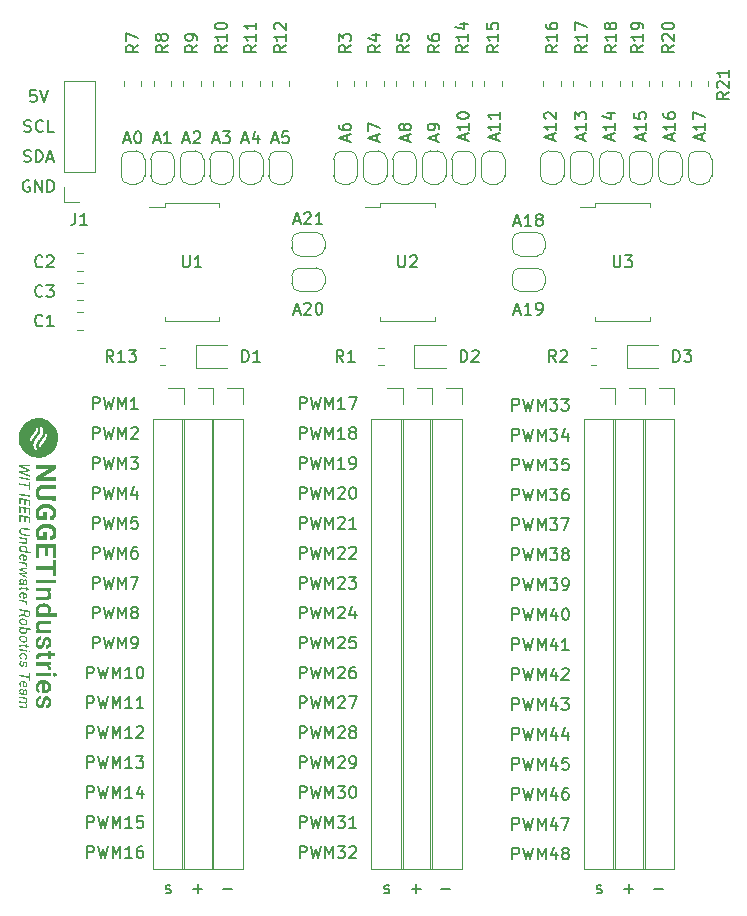
<source format=gbr>
%TF.GenerationSoftware,KiCad,Pcbnew,(6.0.2)*%
%TF.CreationDate,2023-10-23T02:54:13-04:00*%
%TF.ProjectId,USB_Splitter,5553425f-5370-46c6-9974-7465722e6b69,rev?*%
%TF.SameCoordinates,Original*%
%TF.FileFunction,Legend,Top*%
%TF.FilePolarity,Positive*%
%FSLAX46Y46*%
G04 Gerber Fmt 4.6, Leading zero omitted, Abs format (unit mm)*
G04 Created by KiCad (PCBNEW (6.0.2)) date 2023-10-23 02:54:13*
%MOMM*%
%LPD*%
G01*
G04 APERTURE LIST*
%ADD10C,0.150000*%
%ADD11C,0.120000*%
G04 APERTURE END LIST*
D10*
X184642857Y-89485713D02*
X184642857Y-88485713D01*
X185023809Y-88485713D01*
X185119047Y-88533333D01*
X185166666Y-88580952D01*
X185214285Y-88676190D01*
X185214285Y-88819047D01*
X185166666Y-88914285D01*
X185119047Y-88961904D01*
X185023809Y-89009523D01*
X184642857Y-89009523D01*
X185547619Y-88485713D02*
X185785714Y-89485713D01*
X185976190Y-88771428D01*
X186166666Y-89485713D01*
X186404761Y-88485713D01*
X186785714Y-89485713D02*
X186785714Y-88485713D01*
X187119047Y-89199999D01*
X187452380Y-88485713D01*
X187452380Y-89485713D01*
X188452380Y-89485713D02*
X187880952Y-89485713D01*
X188166666Y-89485713D02*
X188166666Y-88485713D01*
X188071428Y-88628571D01*
X187976190Y-88723809D01*
X187880952Y-88771428D01*
X189023809Y-88914285D02*
X188928571Y-88866666D01*
X188880952Y-88819047D01*
X188833333Y-88723809D01*
X188833333Y-88676190D01*
X188880952Y-88580952D01*
X188928571Y-88533333D01*
X189023809Y-88485713D01*
X189214285Y-88485713D01*
X189309523Y-88533333D01*
X189357142Y-88580952D01*
X189404761Y-88676190D01*
X189404761Y-88723809D01*
X189357142Y-88819047D01*
X189309523Y-88866666D01*
X189214285Y-88914285D01*
X189023809Y-88914285D01*
X188928571Y-88961904D01*
X188880952Y-89009523D01*
X188833333Y-89104761D01*
X188833333Y-89295237D01*
X188880952Y-89390475D01*
X188928571Y-89438094D01*
X189023809Y-89485713D01*
X189214285Y-89485713D01*
X189309523Y-89438094D01*
X189357142Y-89390475D01*
X189404761Y-89295237D01*
X189404761Y-89104761D01*
X189357142Y-89009523D01*
X189309523Y-88961904D01*
X189214285Y-88914285D01*
X196619047Y-127571428D02*
X197380952Y-127571428D01*
X167119047Y-104685711D02*
X167119047Y-103685711D01*
X167500000Y-103685711D01*
X167595238Y-103733331D01*
X167642857Y-103780950D01*
X167690476Y-103876188D01*
X167690476Y-104019045D01*
X167642857Y-104114283D01*
X167595238Y-104161902D01*
X167500000Y-104209521D01*
X167119047Y-104209521D01*
X168023809Y-103685711D02*
X168261904Y-104685711D01*
X168452380Y-103971426D01*
X168642857Y-104685711D01*
X168880952Y-103685711D01*
X169261904Y-104685711D02*
X169261904Y-103685711D01*
X169595238Y-104399997D01*
X169928571Y-103685711D01*
X169928571Y-104685711D01*
X170547619Y-104114283D02*
X170452380Y-104066664D01*
X170404761Y-104019045D01*
X170357142Y-103923807D01*
X170357142Y-103876188D01*
X170404761Y-103780950D01*
X170452380Y-103733331D01*
X170547619Y-103685711D01*
X170738095Y-103685711D01*
X170833333Y-103733331D01*
X170880952Y-103780950D01*
X170928571Y-103876188D01*
X170928571Y-103923807D01*
X170880952Y-104019045D01*
X170833333Y-104066664D01*
X170738095Y-104114283D01*
X170547619Y-104114283D01*
X170452380Y-104161902D01*
X170404761Y-104209521D01*
X170357142Y-104304759D01*
X170357142Y-104495235D01*
X170404761Y-104590473D01*
X170452380Y-104638092D01*
X170547619Y-104685711D01*
X170738095Y-104685711D01*
X170833333Y-104638092D01*
X170880952Y-104590473D01*
X170928571Y-104495235D01*
X170928571Y-104304759D01*
X170880952Y-104209521D01*
X170833333Y-104161902D01*
X170738095Y-104114283D01*
X167119047Y-97085712D02*
X167119047Y-96085712D01*
X167500000Y-96085712D01*
X167595238Y-96133332D01*
X167642857Y-96180951D01*
X167690476Y-96276189D01*
X167690476Y-96419046D01*
X167642857Y-96514284D01*
X167595238Y-96561903D01*
X167500000Y-96609522D01*
X167119047Y-96609522D01*
X168023809Y-96085712D02*
X168261904Y-97085712D01*
X168452380Y-96371427D01*
X168642857Y-97085712D01*
X168880952Y-96085712D01*
X169261904Y-97085712D02*
X169261904Y-96085712D01*
X169595238Y-96799998D01*
X169928571Y-96085712D01*
X169928571Y-97085712D01*
X170880952Y-96085712D02*
X170404761Y-96085712D01*
X170357142Y-96561903D01*
X170404761Y-96514284D01*
X170500000Y-96466665D01*
X170738095Y-96466665D01*
X170833333Y-96514284D01*
X170880952Y-96561903D01*
X170928571Y-96657141D01*
X170928571Y-96895236D01*
X170880952Y-96990474D01*
X170833333Y-97038093D01*
X170738095Y-97085712D01*
X170500000Y-97085712D01*
X170404761Y-97038093D01*
X170357142Y-96990474D01*
X202642857Y-112419047D02*
X202642857Y-111419047D01*
X203023809Y-111419047D01*
X203119047Y-111466667D01*
X203166666Y-111514286D01*
X203214285Y-111609524D01*
X203214285Y-111752381D01*
X203166666Y-111847619D01*
X203119047Y-111895238D01*
X203023809Y-111942857D01*
X202642857Y-111942857D01*
X203547619Y-111419047D02*
X203785714Y-112419047D01*
X203976190Y-111704762D01*
X204166666Y-112419047D01*
X204404761Y-111419047D01*
X204785714Y-112419047D02*
X204785714Y-111419047D01*
X205119047Y-112133333D01*
X205452380Y-111419047D01*
X205452380Y-112419047D01*
X206357142Y-111752381D02*
X206357142Y-112419047D01*
X206119047Y-111371428D02*
X205880952Y-112085714D01*
X206500000Y-112085714D01*
X206785714Y-111419047D02*
X207404761Y-111419047D01*
X207071428Y-111800000D01*
X207214285Y-111800000D01*
X207309523Y-111847619D01*
X207357142Y-111895238D01*
X207404761Y-111990476D01*
X207404761Y-112228571D01*
X207357142Y-112323809D01*
X207309523Y-112371428D01*
X207214285Y-112419047D01*
X206928571Y-112419047D01*
X206833333Y-112371428D01*
X206785714Y-112323809D01*
X162309523Y-59952380D02*
X161833333Y-59952380D01*
X161785714Y-60428571D01*
X161833333Y-60380952D01*
X161928571Y-60333333D01*
X162166666Y-60333333D01*
X162261904Y-60380952D01*
X162309523Y-60428571D01*
X162357142Y-60523809D01*
X162357142Y-60761904D01*
X162309523Y-60857142D01*
X162261904Y-60904761D01*
X162166666Y-60952380D01*
X161928571Y-60952380D01*
X161833333Y-60904761D01*
X161785714Y-60857142D01*
X162642857Y-59952380D02*
X162976190Y-60952380D01*
X163309523Y-59952380D01*
X202642857Y-114952380D02*
X202642857Y-113952380D01*
X203023809Y-113952380D01*
X203119047Y-114000000D01*
X203166666Y-114047619D01*
X203214285Y-114142857D01*
X203214285Y-114285714D01*
X203166666Y-114380952D01*
X203119047Y-114428571D01*
X203023809Y-114476190D01*
X202642857Y-114476190D01*
X203547619Y-113952380D02*
X203785714Y-114952380D01*
X203976190Y-114238095D01*
X204166666Y-114952380D01*
X204404761Y-113952380D01*
X204785714Y-114952380D02*
X204785714Y-113952380D01*
X205119047Y-114666666D01*
X205452380Y-113952380D01*
X205452380Y-114952380D01*
X206357142Y-114285714D02*
X206357142Y-114952380D01*
X206119047Y-113904761D02*
X205880952Y-114619047D01*
X206500000Y-114619047D01*
X207309523Y-114285714D02*
X207309523Y-114952380D01*
X207071428Y-113904761D02*
X206833333Y-114619047D01*
X207452380Y-114619047D01*
X194119047Y-127571428D02*
X194880952Y-127571428D01*
X194500000Y-127952380D02*
X194500000Y-127190476D01*
X184642857Y-94552379D02*
X184642857Y-93552379D01*
X185023809Y-93552379D01*
X185119047Y-93599999D01*
X185166666Y-93647618D01*
X185214285Y-93742856D01*
X185214285Y-93885713D01*
X185166666Y-93980951D01*
X185119047Y-94028570D01*
X185023809Y-94076189D01*
X184642857Y-94076189D01*
X185547619Y-93552379D02*
X185785714Y-94552379D01*
X185976190Y-93838094D01*
X186166666Y-94552379D01*
X186404761Y-93552379D01*
X186785714Y-94552379D02*
X186785714Y-93552379D01*
X187119047Y-94266665D01*
X187452380Y-93552379D01*
X187452380Y-94552379D01*
X187880952Y-93647618D02*
X187928571Y-93599999D01*
X188023809Y-93552379D01*
X188261904Y-93552379D01*
X188357142Y-93599999D01*
X188404761Y-93647618D01*
X188452380Y-93742856D01*
X188452380Y-93838094D01*
X188404761Y-93980951D01*
X187833333Y-94552379D01*
X188452380Y-94552379D01*
X189071428Y-93552379D02*
X189166666Y-93552379D01*
X189261904Y-93599999D01*
X189309523Y-93647618D01*
X189357142Y-93742856D01*
X189404761Y-93933332D01*
X189404761Y-94171427D01*
X189357142Y-94361903D01*
X189309523Y-94457141D01*
X189261904Y-94504760D01*
X189166666Y-94552379D01*
X189071428Y-94552379D01*
X188976190Y-94504760D01*
X188928571Y-94457141D01*
X188880952Y-94361903D01*
X188833333Y-94171427D01*
X188833333Y-93933332D01*
X188880952Y-93742856D01*
X188928571Y-93647618D01*
X188976190Y-93599999D01*
X189071428Y-93552379D01*
X184642857Y-112285710D02*
X184642857Y-111285710D01*
X185023809Y-111285710D01*
X185119047Y-111333330D01*
X185166666Y-111380949D01*
X185214285Y-111476187D01*
X185214285Y-111619044D01*
X185166666Y-111714282D01*
X185119047Y-111761901D01*
X185023809Y-111809520D01*
X184642857Y-111809520D01*
X185547619Y-111285710D02*
X185785714Y-112285710D01*
X185976190Y-111571425D01*
X186166666Y-112285710D01*
X186404761Y-111285710D01*
X186785714Y-112285710D02*
X186785714Y-111285710D01*
X187119047Y-111999996D01*
X187452380Y-111285710D01*
X187452380Y-112285710D01*
X187880952Y-111380949D02*
X187928571Y-111333330D01*
X188023809Y-111285710D01*
X188261904Y-111285710D01*
X188357142Y-111333330D01*
X188404761Y-111380949D01*
X188452380Y-111476187D01*
X188452380Y-111571425D01*
X188404761Y-111714282D01*
X187833333Y-112285710D01*
X188452380Y-112285710D01*
X188785714Y-111285710D02*
X189452380Y-111285710D01*
X189023809Y-112285710D01*
X166642857Y-124952380D02*
X166642857Y-123952380D01*
X167023809Y-123952380D01*
X167119047Y-124000000D01*
X167166666Y-124047619D01*
X167214285Y-124142857D01*
X167214285Y-124285714D01*
X167166666Y-124380952D01*
X167119047Y-124428571D01*
X167023809Y-124476190D01*
X166642857Y-124476190D01*
X167547619Y-123952380D02*
X167785714Y-124952380D01*
X167976190Y-124238095D01*
X168166666Y-124952380D01*
X168404761Y-123952380D01*
X168785714Y-124952380D02*
X168785714Y-123952380D01*
X169119047Y-124666666D01*
X169452380Y-123952380D01*
X169452380Y-124952380D01*
X170452380Y-124952380D02*
X169880952Y-124952380D01*
X170166666Y-124952380D02*
X170166666Y-123952380D01*
X170071428Y-124095238D01*
X169976190Y-124190476D01*
X169880952Y-124238095D01*
X171309523Y-123952380D02*
X171119047Y-123952380D01*
X171023809Y-124000000D01*
X170976190Y-124047619D01*
X170880952Y-124190476D01*
X170833333Y-124380952D01*
X170833333Y-124761904D01*
X170880952Y-124857142D01*
X170928571Y-124904761D01*
X171023809Y-124952380D01*
X171214285Y-124952380D01*
X171309523Y-124904761D01*
X171357142Y-124857142D01*
X171404761Y-124761904D01*
X171404761Y-124523809D01*
X171357142Y-124428571D01*
X171309523Y-124380952D01*
X171214285Y-124333333D01*
X171023809Y-124333333D01*
X170928571Y-124380952D01*
X170880952Y-124428571D01*
X170833333Y-124523809D01*
X202642857Y-104819048D02*
X202642857Y-103819048D01*
X203023809Y-103819048D01*
X203119047Y-103866668D01*
X203166666Y-103914287D01*
X203214285Y-104009525D01*
X203214285Y-104152382D01*
X203166666Y-104247620D01*
X203119047Y-104295239D01*
X203023809Y-104342858D01*
X202642857Y-104342858D01*
X203547619Y-103819048D02*
X203785714Y-104819048D01*
X203976190Y-104104763D01*
X204166666Y-104819048D01*
X204404761Y-103819048D01*
X204785714Y-104819048D02*
X204785714Y-103819048D01*
X205119047Y-104533334D01*
X205452380Y-103819048D01*
X205452380Y-104819048D01*
X206357142Y-104152382D02*
X206357142Y-104819048D01*
X206119047Y-103771429D02*
X205880952Y-104485715D01*
X206500000Y-104485715D01*
X207071428Y-103819048D02*
X207166666Y-103819048D01*
X207261904Y-103866668D01*
X207309523Y-103914287D01*
X207357142Y-104009525D01*
X207404761Y-104200001D01*
X207404761Y-104438096D01*
X207357142Y-104628572D01*
X207309523Y-104723810D01*
X207261904Y-104771429D01*
X207166666Y-104819048D01*
X207071428Y-104819048D01*
X206976190Y-104771429D01*
X206928571Y-104723810D01*
X206880952Y-104628572D01*
X206833333Y-104438096D01*
X206833333Y-104200001D01*
X206880952Y-104009525D01*
X206928571Y-103914287D01*
X206976190Y-103866668D01*
X207071428Y-103819048D01*
X202642857Y-97219049D02*
X202642857Y-96219049D01*
X203023809Y-96219049D01*
X203119047Y-96266669D01*
X203166666Y-96314288D01*
X203214285Y-96409526D01*
X203214285Y-96552383D01*
X203166666Y-96647621D01*
X203119047Y-96695240D01*
X203023809Y-96742859D01*
X202642857Y-96742859D01*
X203547619Y-96219049D02*
X203785714Y-97219049D01*
X203976190Y-96504764D01*
X204166666Y-97219049D01*
X204404761Y-96219049D01*
X204785714Y-97219049D02*
X204785714Y-96219049D01*
X205119047Y-96933335D01*
X205452380Y-96219049D01*
X205452380Y-97219049D01*
X205833333Y-96219049D02*
X206452380Y-96219049D01*
X206119047Y-96600002D01*
X206261904Y-96600002D01*
X206357142Y-96647621D01*
X206404761Y-96695240D01*
X206452380Y-96790478D01*
X206452380Y-97028573D01*
X206404761Y-97123811D01*
X206357142Y-97171430D01*
X206261904Y-97219049D01*
X205976190Y-97219049D01*
X205880952Y-97171430D01*
X205833333Y-97123811D01*
X206785714Y-96219049D02*
X207452380Y-96219049D01*
X207023809Y-97219049D01*
X166642857Y-114819043D02*
X166642857Y-113819043D01*
X167023809Y-113819043D01*
X167119047Y-113866663D01*
X167166666Y-113914282D01*
X167214285Y-114009520D01*
X167214285Y-114152377D01*
X167166666Y-114247615D01*
X167119047Y-114295234D01*
X167023809Y-114342853D01*
X166642857Y-114342853D01*
X167547619Y-113819043D02*
X167785714Y-114819043D01*
X167976190Y-114104758D01*
X168166666Y-114819043D01*
X168404761Y-113819043D01*
X168785714Y-114819043D02*
X168785714Y-113819043D01*
X169119047Y-114533329D01*
X169452380Y-113819043D01*
X169452380Y-114819043D01*
X170452380Y-114819043D02*
X169880952Y-114819043D01*
X170166666Y-114819043D02*
X170166666Y-113819043D01*
X170071428Y-113961901D01*
X169976190Y-114057139D01*
X169880952Y-114104758D01*
X170833333Y-113914282D02*
X170880952Y-113866663D01*
X170976190Y-113819043D01*
X171214285Y-113819043D01*
X171309523Y-113866663D01*
X171357142Y-113914282D01*
X171404761Y-114009520D01*
X171404761Y-114104758D01*
X171357142Y-114247615D01*
X170785714Y-114819043D01*
X171404761Y-114819043D01*
X202642857Y-94685716D02*
X202642857Y-93685716D01*
X203023809Y-93685716D01*
X203119047Y-93733336D01*
X203166666Y-93780955D01*
X203214285Y-93876193D01*
X203214285Y-94019050D01*
X203166666Y-94114288D01*
X203119047Y-94161907D01*
X203023809Y-94209526D01*
X202642857Y-94209526D01*
X203547619Y-93685716D02*
X203785714Y-94685716D01*
X203976190Y-93971431D01*
X204166666Y-94685716D01*
X204404761Y-93685716D01*
X204785714Y-94685716D02*
X204785714Y-93685716D01*
X205119047Y-94400002D01*
X205452380Y-93685716D01*
X205452380Y-94685716D01*
X205833333Y-93685716D02*
X206452380Y-93685716D01*
X206119047Y-94066669D01*
X206261904Y-94066669D01*
X206357142Y-94114288D01*
X206404761Y-94161907D01*
X206452380Y-94257145D01*
X206452380Y-94495240D01*
X206404761Y-94590478D01*
X206357142Y-94638097D01*
X206261904Y-94685716D01*
X205976190Y-94685716D01*
X205880952Y-94638097D01*
X205833333Y-94590478D01*
X207309523Y-93685716D02*
X207119047Y-93685716D01*
X207023809Y-93733336D01*
X206976190Y-93780955D01*
X206880952Y-93923812D01*
X206833333Y-94114288D01*
X206833333Y-94495240D01*
X206880952Y-94590478D01*
X206928571Y-94638097D01*
X207023809Y-94685716D01*
X207214285Y-94685716D01*
X207309523Y-94638097D01*
X207357142Y-94590478D01*
X207404761Y-94495240D01*
X207404761Y-94257145D01*
X207357142Y-94161907D01*
X207309523Y-94114288D01*
X207214285Y-94066669D01*
X207023809Y-94066669D01*
X206928571Y-94114288D01*
X206880952Y-94161907D01*
X206833333Y-94257145D01*
X209785714Y-127904761D02*
X209880952Y-127952380D01*
X210071428Y-127952380D01*
X210166666Y-127904761D01*
X210214285Y-127809523D01*
X210214285Y-127761904D01*
X210166666Y-127666666D01*
X210071428Y-127619047D01*
X209928571Y-127619047D01*
X209833333Y-127571428D01*
X209785714Y-127476190D01*
X209785714Y-127428571D01*
X209833333Y-127333333D01*
X209928571Y-127285714D01*
X210071428Y-127285714D01*
X210166666Y-127333333D01*
X184642857Y-117352376D02*
X184642857Y-116352376D01*
X185023809Y-116352376D01*
X185119047Y-116399996D01*
X185166666Y-116447615D01*
X185214285Y-116542853D01*
X185214285Y-116685710D01*
X185166666Y-116780948D01*
X185119047Y-116828567D01*
X185023809Y-116876186D01*
X184642857Y-116876186D01*
X185547619Y-116352376D02*
X185785714Y-117352376D01*
X185976190Y-116638091D01*
X186166666Y-117352376D01*
X186404761Y-116352376D01*
X186785714Y-117352376D02*
X186785714Y-116352376D01*
X187119047Y-117066662D01*
X187452380Y-116352376D01*
X187452380Y-117352376D01*
X187880952Y-116447615D02*
X187928571Y-116399996D01*
X188023809Y-116352376D01*
X188261904Y-116352376D01*
X188357142Y-116399996D01*
X188404761Y-116447615D01*
X188452380Y-116542853D01*
X188452380Y-116638091D01*
X188404761Y-116780948D01*
X187833333Y-117352376D01*
X188452380Y-117352376D01*
X188928571Y-117352376D02*
X189119047Y-117352376D01*
X189214285Y-117304757D01*
X189261904Y-117257138D01*
X189357142Y-117114281D01*
X189404761Y-116923805D01*
X189404761Y-116542853D01*
X189357142Y-116447615D01*
X189309523Y-116399996D01*
X189214285Y-116352376D01*
X189023809Y-116352376D01*
X188928571Y-116399996D01*
X188880952Y-116447615D01*
X188833333Y-116542853D01*
X188833333Y-116780948D01*
X188880952Y-116876186D01*
X188928571Y-116923805D01*
X189023809Y-116971424D01*
X189214285Y-116971424D01*
X189309523Y-116923805D01*
X189357142Y-116876186D01*
X189404761Y-116780948D01*
X166642857Y-117352376D02*
X166642857Y-116352376D01*
X167023809Y-116352376D01*
X167119047Y-116399996D01*
X167166666Y-116447615D01*
X167214285Y-116542853D01*
X167214285Y-116685710D01*
X167166666Y-116780948D01*
X167119047Y-116828567D01*
X167023809Y-116876186D01*
X166642857Y-116876186D01*
X167547619Y-116352376D02*
X167785714Y-117352376D01*
X167976190Y-116638091D01*
X168166666Y-117352376D01*
X168404761Y-116352376D01*
X168785714Y-117352376D02*
X168785714Y-116352376D01*
X169119047Y-117066662D01*
X169452380Y-116352376D01*
X169452380Y-117352376D01*
X170452380Y-117352376D02*
X169880952Y-117352376D01*
X170166666Y-117352376D02*
X170166666Y-116352376D01*
X170071428Y-116495234D01*
X169976190Y-116590472D01*
X169880952Y-116638091D01*
X170785714Y-116352376D02*
X171404761Y-116352376D01*
X171071428Y-116733329D01*
X171214285Y-116733329D01*
X171309523Y-116780948D01*
X171357142Y-116828567D01*
X171404761Y-116923805D01*
X171404761Y-117161900D01*
X171357142Y-117257138D01*
X171309523Y-117304757D01*
X171214285Y-117352376D01*
X170928571Y-117352376D01*
X170833333Y-117304757D01*
X170785714Y-117257138D01*
X184642857Y-122419042D02*
X184642857Y-121419042D01*
X185023809Y-121419042D01*
X185119047Y-121466662D01*
X185166666Y-121514281D01*
X185214285Y-121609519D01*
X185214285Y-121752376D01*
X185166666Y-121847614D01*
X185119047Y-121895233D01*
X185023809Y-121942852D01*
X184642857Y-121942852D01*
X185547619Y-121419042D02*
X185785714Y-122419042D01*
X185976190Y-121704757D01*
X186166666Y-122419042D01*
X186404761Y-121419042D01*
X186785714Y-122419042D02*
X186785714Y-121419042D01*
X187119047Y-122133328D01*
X187452380Y-121419042D01*
X187452380Y-122419042D01*
X187833333Y-121419042D02*
X188452380Y-121419042D01*
X188119047Y-121799995D01*
X188261904Y-121799995D01*
X188357142Y-121847614D01*
X188404761Y-121895233D01*
X188452380Y-121990471D01*
X188452380Y-122228566D01*
X188404761Y-122323804D01*
X188357142Y-122371423D01*
X188261904Y-122419042D01*
X187976190Y-122419042D01*
X187880952Y-122371423D01*
X187833333Y-122323804D01*
X189404761Y-122419042D02*
X188833333Y-122419042D01*
X189119047Y-122419042D02*
X189119047Y-121419042D01*
X189023809Y-121561900D01*
X188928571Y-121657138D01*
X188833333Y-121704757D01*
X166642857Y-112285710D02*
X166642857Y-111285710D01*
X167023809Y-111285710D01*
X167119047Y-111333330D01*
X167166666Y-111380949D01*
X167214285Y-111476187D01*
X167214285Y-111619044D01*
X167166666Y-111714282D01*
X167119047Y-111761901D01*
X167023809Y-111809520D01*
X166642857Y-111809520D01*
X167547619Y-111285710D02*
X167785714Y-112285710D01*
X167976190Y-111571425D01*
X168166666Y-112285710D01*
X168404761Y-111285710D01*
X168785714Y-112285710D02*
X168785714Y-111285710D01*
X169119047Y-111999996D01*
X169452380Y-111285710D01*
X169452380Y-112285710D01*
X170452380Y-112285710D02*
X169880952Y-112285710D01*
X170166666Y-112285710D02*
X170166666Y-111285710D01*
X170071428Y-111428568D01*
X169976190Y-111523806D01*
X169880952Y-111571425D01*
X171404761Y-112285710D02*
X170833333Y-112285710D01*
X171119047Y-112285710D02*
X171119047Y-111285710D01*
X171023809Y-111428568D01*
X170928571Y-111523806D01*
X170833333Y-111571425D01*
X161285714Y-65984761D02*
X161428571Y-66032380D01*
X161666666Y-66032380D01*
X161761904Y-65984761D01*
X161809523Y-65937142D01*
X161857142Y-65841904D01*
X161857142Y-65746666D01*
X161809523Y-65651428D01*
X161761904Y-65603809D01*
X161666666Y-65556190D01*
X161476190Y-65508571D01*
X161380952Y-65460952D01*
X161333333Y-65413333D01*
X161285714Y-65318095D01*
X161285714Y-65222857D01*
X161333333Y-65127619D01*
X161380952Y-65080000D01*
X161476190Y-65032380D01*
X161714285Y-65032380D01*
X161857142Y-65080000D01*
X162285714Y-66032380D02*
X162285714Y-65032380D01*
X162523809Y-65032380D01*
X162666666Y-65080000D01*
X162761904Y-65175238D01*
X162809523Y-65270476D01*
X162857142Y-65460952D01*
X162857142Y-65603809D01*
X162809523Y-65794285D01*
X162761904Y-65889523D01*
X162666666Y-65984761D01*
X162523809Y-66032380D01*
X162285714Y-66032380D01*
X163238095Y-65746666D02*
X163714285Y-65746666D01*
X163142857Y-66032380D02*
X163476190Y-65032380D01*
X163809523Y-66032380D01*
X202642857Y-89619050D02*
X202642857Y-88619050D01*
X203023809Y-88619050D01*
X203119047Y-88666670D01*
X203166666Y-88714289D01*
X203214285Y-88809527D01*
X203214285Y-88952384D01*
X203166666Y-89047622D01*
X203119047Y-89095241D01*
X203023809Y-89142860D01*
X202642857Y-89142860D01*
X203547619Y-88619050D02*
X203785714Y-89619050D01*
X203976190Y-88904765D01*
X204166666Y-89619050D01*
X204404761Y-88619050D01*
X204785714Y-89619050D02*
X204785714Y-88619050D01*
X205119047Y-89333336D01*
X205452380Y-88619050D01*
X205452380Y-89619050D01*
X205833333Y-88619050D02*
X206452380Y-88619050D01*
X206119047Y-89000003D01*
X206261904Y-89000003D01*
X206357142Y-89047622D01*
X206404761Y-89095241D01*
X206452380Y-89190479D01*
X206452380Y-89428574D01*
X206404761Y-89523812D01*
X206357142Y-89571431D01*
X206261904Y-89619050D01*
X205976190Y-89619050D01*
X205880952Y-89571431D01*
X205833333Y-89523812D01*
X207309523Y-88952384D02*
X207309523Y-89619050D01*
X207071428Y-88571431D02*
X206833333Y-89285717D01*
X207452380Y-89285717D01*
X202642857Y-99752382D02*
X202642857Y-98752382D01*
X203023809Y-98752382D01*
X203119047Y-98800002D01*
X203166666Y-98847621D01*
X203214285Y-98942859D01*
X203214285Y-99085716D01*
X203166666Y-99180954D01*
X203119047Y-99228573D01*
X203023809Y-99276192D01*
X202642857Y-99276192D01*
X203547619Y-98752382D02*
X203785714Y-99752382D01*
X203976190Y-99038097D01*
X204166666Y-99752382D01*
X204404761Y-98752382D01*
X204785714Y-99752382D02*
X204785714Y-98752382D01*
X205119047Y-99466668D01*
X205452380Y-98752382D01*
X205452380Y-99752382D01*
X205833333Y-98752382D02*
X206452380Y-98752382D01*
X206119047Y-99133335D01*
X206261904Y-99133335D01*
X206357142Y-99180954D01*
X206404761Y-99228573D01*
X206452380Y-99323811D01*
X206452380Y-99561906D01*
X206404761Y-99657144D01*
X206357142Y-99704763D01*
X206261904Y-99752382D01*
X205976190Y-99752382D01*
X205880952Y-99704763D01*
X205833333Y-99657144D01*
X207023809Y-99180954D02*
X206928571Y-99133335D01*
X206880952Y-99085716D01*
X206833333Y-98990478D01*
X206833333Y-98942859D01*
X206880952Y-98847621D01*
X206928571Y-98800002D01*
X207023809Y-98752382D01*
X207214285Y-98752382D01*
X207309523Y-98800002D01*
X207357142Y-98847621D01*
X207404761Y-98942859D01*
X207404761Y-98990478D01*
X207357142Y-99085716D01*
X207309523Y-99133335D01*
X207214285Y-99180954D01*
X207023809Y-99180954D01*
X206928571Y-99228573D01*
X206880952Y-99276192D01*
X206833333Y-99371430D01*
X206833333Y-99561906D01*
X206880952Y-99657144D01*
X206928571Y-99704763D01*
X207023809Y-99752382D01*
X207214285Y-99752382D01*
X207309523Y-99704763D01*
X207357142Y-99657144D01*
X207404761Y-99561906D01*
X207404761Y-99371430D01*
X207357142Y-99276192D01*
X207309523Y-99228573D01*
X207214285Y-99180954D01*
X166642857Y-122419042D02*
X166642857Y-121419042D01*
X167023809Y-121419042D01*
X167119047Y-121466662D01*
X167166666Y-121514281D01*
X167214285Y-121609519D01*
X167214285Y-121752376D01*
X167166666Y-121847614D01*
X167119047Y-121895233D01*
X167023809Y-121942852D01*
X166642857Y-121942852D01*
X167547619Y-121419042D02*
X167785714Y-122419042D01*
X167976190Y-121704757D01*
X168166666Y-122419042D01*
X168404761Y-121419042D01*
X168785714Y-122419042D02*
X168785714Y-121419042D01*
X169119047Y-122133328D01*
X169452380Y-121419042D01*
X169452380Y-122419042D01*
X170452380Y-122419042D02*
X169880952Y-122419042D01*
X170166666Y-122419042D02*
X170166666Y-121419042D01*
X170071428Y-121561900D01*
X169976190Y-121657138D01*
X169880952Y-121704757D01*
X171357142Y-121419042D02*
X170880952Y-121419042D01*
X170833333Y-121895233D01*
X170880952Y-121847614D01*
X170976190Y-121799995D01*
X171214285Y-121799995D01*
X171309523Y-121847614D01*
X171357142Y-121895233D01*
X171404761Y-121990471D01*
X171404761Y-122228566D01*
X171357142Y-122323804D01*
X171309523Y-122371423D01*
X171214285Y-122419042D01*
X170976190Y-122419042D01*
X170880952Y-122371423D01*
X170833333Y-122323804D01*
X184642857Y-86952380D02*
X184642857Y-85952380D01*
X185023809Y-85952380D01*
X185119047Y-86000000D01*
X185166666Y-86047619D01*
X185214285Y-86142857D01*
X185214285Y-86285714D01*
X185166666Y-86380952D01*
X185119047Y-86428571D01*
X185023809Y-86476190D01*
X184642857Y-86476190D01*
X185547619Y-85952380D02*
X185785714Y-86952380D01*
X185976190Y-86238095D01*
X186166666Y-86952380D01*
X186404761Y-85952380D01*
X186785714Y-86952380D02*
X186785714Y-85952380D01*
X187119047Y-86666666D01*
X187452380Y-85952380D01*
X187452380Y-86952380D01*
X188452380Y-86952380D02*
X187880952Y-86952380D01*
X188166666Y-86952380D02*
X188166666Y-85952380D01*
X188071428Y-86095238D01*
X187976190Y-86190476D01*
X187880952Y-86238095D01*
X188785714Y-85952380D02*
X189452380Y-85952380D01*
X189023809Y-86952380D01*
X202642857Y-109885714D02*
X202642857Y-108885714D01*
X203023809Y-108885714D01*
X203119047Y-108933334D01*
X203166666Y-108980953D01*
X203214285Y-109076191D01*
X203214285Y-109219048D01*
X203166666Y-109314286D01*
X203119047Y-109361905D01*
X203023809Y-109409524D01*
X202642857Y-109409524D01*
X203547619Y-108885714D02*
X203785714Y-109885714D01*
X203976190Y-109171429D01*
X204166666Y-109885714D01*
X204404761Y-108885714D01*
X204785714Y-109885714D02*
X204785714Y-108885714D01*
X205119047Y-109600000D01*
X205452380Y-108885714D01*
X205452380Y-109885714D01*
X206357142Y-109219048D02*
X206357142Y-109885714D01*
X206119047Y-108838095D02*
X205880952Y-109552381D01*
X206500000Y-109552381D01*
X206833333Y-108980953D02*
X206880952Y-108933334D01*
X206976190Y-108885714D01*
X207214285Y-108885714D01*
X207309523Y-108933334D01*
X207357142Y-108980953D01*
X207404761Y-109076191D01*
X207404761Y-109171429D01*
X207357142Y-109314286D01*
X206785714Y-109885714D01*
X207404761Y-109885714D01*
X167119047Y-86952380D02*
X167119047Y-85952380D01*
X167500000Y-85952380D01*
X167595238Y-86000000D01*
X167642857Y-86047619D01*
X167690476Y-86142857D01*
X167690476Y-86285714D01*
X167642857Y-86380952D01*
X167595238Y-86428571D01*
X167500000Y-86476190D01*
X167119047Y-86476190D01*
X168023809Y-85952380D02*
X168261904Y-86952380D01*
X168452380Y-86238095D01*
X168642857Y-86952380D01*
X168880952Y-85952380D01*
X169261904Y-86952380D02*
X169261904Y-85952380D01*
X169595238Y-86666666D01*
X169928571Y-85952380D01*
X169928571Y-86952380D01*
X170928571Y-86952380D02*
X170357142Y-86952380D01*
X170642857Y-86952380D02*
X170642857Y-85952380D01*
X170547619Y-86095238D01*
X170452380Y-86190476D01*
X170357142Y-86238095D01*
X167119047Y-99619045D02*
X167119047Y-98619045D01*
X167500000Y-98619045D01*
X167595238Y-98666665D01*
X167642857Y-98714284D01*
X167690476Y-98809522D01*
X167690476Y-98952379D01*
X167642857Y-99047617D01*
X167595238Y-99095236D01*
X167500000Y-99142855D01*
X167119047Y-99142855D01*
X168023809Y-98619045D02*
X168261904Y-99619045D01*
X168452380Y-98904760D01*
X168642857Y-99619045D01*
X168880952Y-98619045D01*
X169261904Y-99619045D02*
X169261904Y-98619045D01*
X169595238Y-99333331D01*
X169928571Y-98619045D01*
X169928571Y-99619045D01*
X170833333Y-98619045D02*
X170642857Y-98619045D01*
X170547619Y-98666665D01*
X170500000Y-98714284D01*
X170404761Y-98857141D01*
X170357142Y-99047617D01*
X170357142Y-99428569D01*
X170404761Y-99523807D01*
X170452380Y-99571426D01*
X170547619Y-99619045D01*
X170738095Y-99619045D01*
X170833333Y-99571426D01*
X170880952Y-99523807D01*
X170928571Y-99428569D01*
X170928571Y-99190474D01*
X170880952Y-99095236D01*
X170833333Y-99047617D01*
X170738095Y-98999998D01*
X170547619Y-98999998D01*
X170452380Y-99047617D01*
X170404761Y-99095236D01*
X170357142Y-99190474D01*
X202642857Y-102285715D02*
X202642857Y-101285715D01*
X203023809Y-101285715D01*
X203119047Y-101333335D01*
X203166666Y-101380954D01*
X203214285Y-101476192D01*
X203214285Y-101619049D01*
X203166666Y-101714287D01*
X203119047Y-101761906D01*
X203023809Y-101809525D01*
X202642857Y-101809525D01*
X203547619Y-101285715D02*
X203785714Y-102285715D01*
X203976190Y-101571430D01*
X204166666Y-102285715D01*
X204404761Y-101285715D01*
X204785714Y-102285715D02*
X204785714Y-101285715D01*
X205119047Y-102000001D01*
X205452380Y-101285715D01*
X205452380Y-102285715D01*
X205833333Y-101285715D02*
X206452380Y-101285715D01*
X206119047Y-101666668D01*
X206261904Y-101666668D01*
X206357142Y-101714287D01*
X206404761Y-101761906D01*
X206452380Y-101857144D01*
X206452380Y-102095239D01*
X206404761Y-102190477D01*
X206357142Y-102238096D01*
X206261904Y-102285715D01*
X205976190Y-102285715D01*
X205880952Y-102238096D01*
X205833333Y-102190477D01*
X206928571Y-102285715D02*
X207119047Y-102285715D01*
X207214285Y-102238096D01*
X207261904Y-102190477D01*
X207357142Y-102047620D01*
X207404761Y-101857144D01*
X207404761Y-101476192D01*
X207357142Y-101380954D01*
X207309523Y-101333335D01*
X207214285Y-101285715D01*
X207023809Y-101285715D01*
X206928571Y-101333335D01*
X206880952Y-101380954D01*
X206833333Y-101476192D01*
X206833333Y-101714287D01*
X206880952Y-101809525D01*
X206928571Y-101857144D01*
X207023809Y-101904763D01*
X207214285Y-101904763D01*
X207309523Y-101857144D01*
X207357142Y-101809525D01*
X207404761Y-101714287D01*
X184642857Y-124952380D02*
X184642857Y-123952380D01*
X185023809Y-123952380D01*
X185119047Y-124000000D01*
X185166666Y-124047619D01*
X185214285Y-124142857D01*
X185214285Y-124285714D01*
X185166666Y-124380952D01*
X185119047Y-124428571D01*
X185023809Y-124476190D01*
X184642857Y-124476190D01*
X185547619Y-123952380D02*
X185785714Y-124952380D01*
X185976190Y-124238095D01*
X186166666Y-124952380D01*
X186404761Y-123952380D01*
X186785714Y-124952380D02*
X186785714Y-123952380D01*
X187119047Y-124666666D01*
X187452380Y-123952380D01*
X187452380Y-124952380D01*
X187833333Y-123952380D02*
X188452380Y-123952380D01*
X188119047Y-124333333D01*
X188261904Y-124333333D01*
X188357142Y-124380952D01*
X188404761Y-124428571D01*
X188452380Y-124523809D01*
X188452380Y-124761904D01*
X188404761Y-124857142D01*
X188357142Y-124904761D01*
X188261904Y-124952380D01*
X187976190Y-124952380D01*
X187880952Y-124904761D01*
X187833333Y-124857142D01*
X188833333Y-124047619D02*
X188880952Y-124000000D01*
X188976190Y-123952380D01*
X189214285Y-123952380D01*
X189309523Y-124000000D01*
X189357142Y-124047619D01*
X189404761Y-124142857D01*
X189404761Y-124238095D01*
X189357142Y-124380952D01*
X188785714Y-124952380D01*
X189404761Y-124952380D01*
X184642857Y-109752377D02*
X184642857Y-108752377D01*
X185023809Y-108752377D01*
X185119047Y-108799997D01*
X185166666Y-108847616D01*
X185214285Y-108942854D01*
X185214285Y-109085711D01*
X185166666Y-109180949D01*
X185119047Y-109228568D01*
X185023809Y-109276187D01*
X184642857Y-109276187D01*
X185547619Y-108752377D02*
X185785714Y-109752377D01*
X185976190Y-109038092D01*
X186166666Y-109752377D01*
X186404761Y-108752377D01*
X186785714Y-109752377D02*
X186785714Y-108752377D01*
X187119047Y-109466663D01*
X187452380Y-108752377D01*
X187452380Y-109752377D01*
X187880952Y-108847616D02*
X187928571Y-108799997D01*
X188023809Y-108752377D01*
X188261904Y-108752377D01*
X188357142Y-108799997D01*
X188404761Y-108847616D01*
X188452380Y-108942854D01*
X188452380Y-109038092D01*
X188404761Y-109180949D01*
X187833333Y-109752377D01*
X188452380Y-109752377D01*
X189309523Y-108752377D02*
X189119047Y-108752377D01*
X189023809Y-108799997D01*
X188976190Y-108847616D01*
X188880952Y-108990473D01*
X188833333Y-109180949D01*
X188833333Y-109561901D01*
X188880952Y-109657139D01*
X188928571Y-109704758D01*
X189023809Y-109752377D01*
X189214285Y-109752377D01*
X189309523Y-109704758D01*
X189357142Y-109657139D01*
X189404761Y-109561901D01*
X189404761Y-109323806D01*
X189357142Y-109228568D01*
X189309523Y-109180949D01*
X189214285Y-109133330D01*
X189023809Y-109133330D01*
X188928571Y-109180949D01*
X188880952Y-109228568D01*
X188833333Y-109323806D01*
X202642857Y-107352381D02*
X202642857Y-106352381D01*
X203023809Y-106352381D01*
X203119047Y-106400001D01*
X203166666Y-106447620D01*
X203214285Y-106542858D01*
X203214285Y-106685715D01*
X203166666Y-106780953D01*
X203119047Y-106828572D01*
X203023809Y-106876191D01*
X202642857Y-106876191D01*
X203547619Y-106352381D02*
X203785714Y-107352381D01*
X203976190Y-106638096D01*
X204166666Y-107352381D01*
X204404761Y-106352381D01*
X204785714Y-107352381D02*
X204785714Y-106352381D01*
X205119047Y-107066667D01*
X205452380Y-106352381D01*
X205452380Y-107352381D01*
X206357142Y-106685715D02*
X206357142Y-107352381D01*
X206119047Y-106304762D02*
X205880952Y-107019048D01*
X206500000Y-107019048D01*
X207404761Y-107352381D02*
X206833333Y-107352381D01*
X207119047Y-107352381D02*
X207119047Y-106352381D01*
X207023809Y-106495239D01*
X206928571Y-106590477D01*
X206833333Y-106638096D01*
X175619047Y-127571428D02*
X176380952Y-127571428D01*
X176000000Y-127952380D02*
X176000000Y-127190476D01*
X178119047Y-127571428D02*
X178880952Y-127571428D01*
X161309523Y-63444761D02*
X161452380Y-63492380D01*
X161690476Y-63492380D01*
X161785714Y-63444761D01*
X161833333Y-63397142D01*
X161880952Y-63301904D01*
X161880952Y-63206666D01*
X161833333Y-63111428D01*
X161785714Y-63063809D01*
X161690476Y-63016190D01*
X161500000Y-62968571D01*
X161404761Y-62920952D01*
X161357142Y-62873333D01*
X161309523Y-62778095D01*
X161309523Y-62682857D01*
X161357142Y-62587619D01*
X161404761Y-62540000D01*
X161500000Y-62492380D01*
X161738095Y-62492380D01*
X161880952Y-62540000D01*
X162880952Y-63397142D02*
X162833333Y-63444761D01*
X162690476Y-63492380D01*
X162595238Y-63492380D01*
X162452380Y-63444761D01*
X162357142Y-63349523D01*
X162309523Y-63254285D01*
X162261904Y-63063809D01*
X162261904Y-62920952D01*
X162309523Y-62730476D01*
X162357142Y-62635238D01*
X162452380Y-62540000D01*
X162595238Y-62492380D01*
X162690476Y-62492380D01*
X162833333Y-62540000D01*
X162880952Y-62587619D01*
X163785714Y-63492380D02*
X163309523Y-63492380D01*
X163309523Y-62492380D01*
X202642857Y-122552379D02*
X202642857Y-121552379D01*
X203023809Y-121552379D01*
X203119047Y-121599999D01*
X203166666Y-121647618D01*
X203214285Y-121742856D01*
X203214285Y-121885713D01*
X203166666Y-121980951D01*
X203119047Y-122028570D01*
X203023809Y-122076189D01*
X202642857Y-122076189D01*
X203547619Y-121552379D02*
X203785714Y-122552379D01*
X203976190Y-121838094D01*
X204166666Y-122552379D01*
X204404761Y-121552379D01*
X204785714Y-122552379D02*
X204785714Y-121552379D01*
X205119047Y-122266665D01*
X205452380Y-121552379D01*
X205452380Y-122552379D01*
X206357142Y-121885713D02*
X206357142Y-122552379D01*
X206119047Y-121504760D02*
X205880952Y-122219046D01*
X206500000Y-122219046D01*
X206785714Y-121552379D02*
X207452380Y-121552379D01*
X207023809Y-122552379D01*
X167119047Y-92019046D02*
X167119047Y-91019046D01*
X167500000Y-91019046D01*
X167595238Y-91066666D01*
X167642857Y-91114285D01*
X167690476Y-91209523D01*
X167690476Y-91352380D01*
X167642857Y-91447618D01*
X167595238Y-91495237D01*
X167500000Y-91542856D01*
X167119047Y-91542856D01*
X168023809Y-91019046D02*
X168261904Y-92019046D01*
X168452380Y-91304761D01*
X168642857Y-92019046D01*
X168880952Y-91019046D01*
X169261904Y-92019046D02*
X169261904Y-91019046D01*
X169595238Y-91733332D01*
X169928571Y-91019046D01*
X169928571Y-92019046D01*
X170309523Y-91019046D02*
X170928571Y-91019046D01*
X170595238Y-91399999D01*
X170738095Y-91399999D01*
X170833333Y-91447618D01*
X170880952Y-91495237D01*
X170928571Y-91590475D01*
X170928571Y-91828570D01*
X170880952Y-91923808D01*
X170833333Y-91971427D01*
X170738095Y-92019046D01*
X170452380Y-92019046D01*
X170357142Y-91971427D01*
X170309523Y-91923808D01*
X191785714Y-127904761D02*
X191880952Y-127952380D01*
X192071428Y-127952380D01*
X192166666Y-127904761D01*
X192214285Y-127809523D01*
X192214285Y-127761904D01*
X192166666Y-127666666D01*
X192071428Y-127619047D01*
X191928571Y-127619047D01*
X191833333Y-127571428D01*
X191785714Y-127476190D01*
X191785714Y-127428571D01*
X191833333Y-127333333D01*
X191928571Y-127285714D01*
X192071428Y-127285714D01*
X192166666Y-127333333D01*
X167119047Y-107219044D02*
X167119047Y-106219044D01*
X167500000Y-106219044D01*
X167595238Y-106266664D01*
X167642857Y-106314283D01*
X167690476Y-106409521D01*
X167690476Y-106552378D01*
X167642857Y-106647616D01*
X167595238Y-106695235D01*
X167500000Y-106742854D01*
X167119047Y-106742854D01*
X168023809Y-106219044D02*
X168261904Y-107219044D01*
X168452380Y-106504759D01*
X168642857Y-107219044D01*
X168880952Y-106219044D01*
X169261904Y-107219044D02*
X169261904Y-106219044D01*
X169595238Y-106933330D01*
X169928571Y-106219044D01*
X169928571Y-107219044D01*
X170452380Y-107219044D02*
X170642857Y-107219044D01*
X170738095Y-107171425D01*
X170785714Y-107123806D01*
X170880952Y-106980949D01*
X170928571Y-106790473D01*
X170928571Y-106409521D01*
X170880952Y-106314283D01*
X170833333Y-106266664D01*
X170738095Y-106219044D01*
X170547619Y-106219044D01*
X170452380Y-106266664D01*
X170404761Y-106314283D01*
X170357142Y-106409521D01*
X170357142Y-106647616D01*
X170404761Y-106742854D01*
X170452380Y-106790473D01*
X170547619Y-106838092D01*
X170738095Y-106838092D01*
X170833333Y-106790473D01*
X170880952Y-106742854D01*
X170928571Y-106647616D01*
X202642857Y-92152383D02*
X202642857Y-91152383D01*
X203023809Y-91152383D01*
X203119047Y-91200003D01*
X203166666Y-91247622D01*
X203214285Y-91342860D01*
X203214285Y-91485717D01*
X203166666Y-91580955D01*
X203119047Y-91628574D01*
X203023809Y-91676193D01*
X202642857Y-91676193D01*
X203547619Y-91152383D02*
X203785714Y-92152383D01*
X203976190Y-91438098D01*
X204166666Y-92152383D01*
X204404761Y-91152383D01*
X204785714Y-92152383D02*
X204785714Y-91152383D01*
X205119047Y-91866669D01*
X205452380Y-91152383D01*
X205452380Y-92152383D01*
X205833333Y-91152383D02*
X206452380Y-91152383D01*
X206119047Y-91533336D01*
X206261904Y-91533336D01*
X206357142Y-91580955D01*
X206404761Y-91628574D01*
X206452380Y-91723812D01*
X206452380Y-91961907D01*
X206404761Y-92057145D01*
X206357142Y-92104764D01*
X206261904Y-92152383D01*
X205976190Y-92152383D01*
X205880952Y-92104764D01*
X205833333Y-92057145D01*
X207357142Y-91152383D02*
X206880952Y-91152383D01*
X206833333Y-91628574D01*
X206880952Y-91580955D01*
X206976190Y-91533336D01*
X207214285Y-91533336D01*
X207309523Y-91580955D01*
X207357142Y-91628574D01*
X207404761Y-91723812D01*
X207404761Y-91961907D01*
X207357142Y-92057145D01*
X207309523Y-92104764D01*
X207214285Y-92152383D01*
X206976190Y-92152383D01*
X206880952Y-92104764D01*
X206833333Y-92057145D01*
X161738095Y-67620000D02*
X161642857Y-67572380D01*
X161500000Y-67572380D01*
X161357142Y-67620000D01*
X161261904Y-67715238D01*
X161214285Y-67810476D01*
X161166666Y-68000952D01*
X161166666Y-68143809D01*
X161214285Y-68334285D01*
X161261904Y-68429523D01*
X161357142Y-68524761D01*
X161500000Y-68572380D01*
X161595238Y-68572380D01*
X161738095Y-68524761D01*
X161785714Y-68477142D01*
X161785714Y-68143809D01*
X161595238Y-68143809D01*
X162214285Y-68572380D02*
X162214285Y-67572380D01*
X162785714Y-68572380D01*
X162785714Y-67572380D01*
X163261904Y-68572380D02*
X163261904Y-67572380D01*
X163500000Y-67572380D01*
X163642857Y-67620000D01*
X163738095Y-67715238D01*
X163785714Y-67810476D01*
X163833333Y-68000952D01*
X163833333Y-68143809D01*
X163785714Y-68334285D01*
X163738095Y-68429523D01*
X163642857Y-68524761D01*
X163500000Y-68572380D01*
X163261904Y-68572380D01*
X184642857Y-97085712D02*
X184642857Y-96085712D01*
X185023809Y-96085712D01*
X185119047Y-96133332D01*
X185166666Y-96180951D01*
X185214285Y-96276189D01*
X185214285Y-96419046D01*
X185166666Y-96514284D01*
X185119047Y-96561903D01*
X185023809Y-96609522D01*
X184642857Y-96609522D01*
X185547619Y-96085712D02*
X185785714Y-97085712D01*
X185976190Y-96371427D01*
X186166666Y-97085712D01*
X186404761Y-96085712D01*
X186785714Y-97085712D02*
X186785714Y-96085712D01*
X187119047Y-96799998D01*
X187452380Y-96085712D01*
X187452380Y-97085712D01*
X187880952Y-96180951D02*
X187928571Y-96133332D01*
X188023809Y-96085712D01*
X188261904Y-96085712D01*
X188357142Y-96133332D01*
X188404761Y-96180951D01*
X188452380Y-96276189D01*
X188452380Y-96371427D01*
X188404761Y-96514284D01*
X187833333Y-97085712D01*
X188452380Y-97085712D01*
X189404761Y-97085712D02*
X188833333Y-97085712D01*
X189119047Y-97085712D02*
X189119047Y-96085712D01*
X189023809Y-96228570D01*
X188928571Y-96323808D01*
X188833333Y-96371427D01*
X184642857Y-92019046D02*
X184642857Y-91019046D01*
X185023809Y-91019046D01*
X185119047Y-91066666D01*
X185166666Y-91114285D01*
X185214285Y-91209523D01*
X185214285Y-91352380D01*
X185166666Y-91447618D01*
X185119047Y-91495237D01*
X185023809Y-91542856D01*
X184642857Y-91542856D01*
X185547619Y-91019046D02*
X185785714Y-92019046D01*
X185976190Y-91304761D01*
X186166666Y-92019046D01*
X186404761Y-91019046D01*
X186785714Y-92019046D02*
X186785714Y-91019046D01*
X187119047Y-91733332D01*
X187452380Y-91019046D01*
X187452380Y-92019046D01*
X188452380Y-92019046D02*
X187880952Y-92019046D01*
X188166666Y-92019046D02*
X188166666Y-91019046D01*
X188071428Y-91161904D01*
X187976190Y-91257142D01*
X187880952Y-91304761D01*
X188928571Y-92019046D02*
X189119047Y-92019046D01*
X189214285Y-91971427D01*
X189261904Y-91923808D01*
X189357142Y-91780951D01*
X189404761Y-91590475D01*
X189404761Y-91209523D01*
X189357142Y-91114285D01*
X189309523Y-91066666D01*
X189214285Y-91019046D01*
X189023809Y-91019046D01*
X188928571Y-91066666D01*
X188880952Y-91114285D01*
X188833333Y-91209523D01*
X188833333Y-91447618D01*
X188880952Y-91542856D01*
X188928571Y-91590475D01*
X189023809Y-91638094D01*
X189214285Y-91638094D01*
X189309523Y-91590475D01*
X189357142Y-91542856D01*
X189404761Y-91447618D01*
X166642857Y-119885709D02*
X166642857Y-118885709D01*
X167023809Y-118885709D01*
X167119047Y-118933329D01*
X167166666Y-118980948D01*
X167214285Y-119076186D01*
X167214285Y-119219043D01*
X167166666Y-119314281D01*
X167119047Y-119361900D01*
X167023809Y-119409519D01*
X166642857Y-119409519D01*
X167547619Y-118885709D02*
X167785714Y-119885709D01*
X167976190Y-119171424D01*
X168166666Y-119885709D01*
X168404761Y-118885709D01*
X168785714Y-119885709D02*
X168785714Y-118885709D01*
X169119047Y-119599995D01*
X169452380Y-118885709D01*
X169452380Y-119885709D01*
X170452380Y-119885709D02*
X169880952Y-119885709D01*
X170166666Y-119885709D02*
X170166666Y-118885709D01*
X170071428Y-119028567D01*
X169976190Y-119123805D01*
X169880952Y-119171424D01*
X171309523Y-119219043D02*
X171309523Y-119885709D01*
X171071428Y-118838090D02*
X170833333Y-119552376D01*
X171452380Y-119552376D01*
X202642857Y-87085717D02*
X202642857Y-86085717D01*
X203023809Y-86085717D01*
X203119047Y-86133337D01*
X203166666Y-86180956D01*
X203214285Y-86276194D01*
X203214285Y-86419051D01*
X203166666Y-86514289D01*
X203119047Y-86561908D01*
X203023809Y-86609527D01*
X202642857Y-86609527D01*
X203547619Y-86085717D02*
X203785714Y-87085717D01*
X203976190Y-86371432D01*
X204166666Y-87085717D01*
X204404761Y-86085717D01*
X204785714Y-87085717D02*
X204785714Y-86085717D01*
X205119047Y-86800003D01*
X205452380Y-86085717D01*
X205452380Y-87085717D01*
X205833333Y-86085717D02*
X206452380Y-86085717D01*
X206119047Y-86466670D01*
X206261904Y-86466670D01*
X206357142Y-86514289D01*
X206404761Y-86561908D01*
X206452380Y-86657146D01*
X206452380Y-86895241D01*
X206404761Y-86990479D01*
X206357142Y-87038098D01*
X206261904Y-87085717D01*
X205976190Y-87085717D01*
X205880952Y-87038098D01*
X205833333Y-86990479D01*
X206785714Y-86085717D02*
X207404761Y-86085717D01*
X207071428Y-86466670D01*
X207214285Y-86466670D01*
X207309523Y-86514289D01*
X207357142Y-86561908D01*
X207404761Y-86657146D01*
X207404761Y-86895241D01*
X207357142Y-86990479D01*
X207309523Y-87038098D01*
X207214285Y-87085717D01*
X206928571Y-87085717D01*
X206833333Y-87038098D01*
X206785714Y-86990479D01*
X184642857Y-104685711D02*
X184642857Y-103685711D01*
X185023809Y-103685711D01*
X185119047Y-103733331D01*
X185166666Y-103780950D01*
X185214285Y-103876188D01*
X185214285Y-104019045D01*
X185166666Y-104114283D01*
X185119047Y-104161902D01*
X185023809Y-104209521D01*
X184642857Y-104209521D01*
X185547619Y-103685711D02*
X185785714Y-104685711D01*
X185976190Y-103971426D01*
X186166666Y-104685711D01*
X186404761Y-103685711D01*
X186785714Y-104685711D02*
X186785714Y-103685711D01*
X187119047Y-104399997D01*
X187452380Y-103685711D01*
X187452380Y-104685711D01*
X187880952Y-103780950D02*
X187928571Y-103733331D01*
X188023809Y-103685711D01*
X188261904Y-103685711D01*
X188357142Y-103733331D01*
X188404761Y-103780950D01*
X188452380Y-103876188D01*
X188452380Y-103971426D01*
X188404761Y-104114283D01*
X187833333Y-104685711D01*
X188452380Y-104685711D01*
X189309523Y-104019045D02*
X189309523Y-104685711D01*
X189071428Y-103638092D02*
X188833333Y-104352378D01*
X189452380Y-104352378D01*
X202642857Y-120019046D02*
X202642857Y-119019046D01*
X203023809Y-119019046D01*
X203119047Y-119066666D01*
X203166666Y-119114285D01*
X203214285Y-119209523D01*
X203214285Y-119352380D01*
X203166666Y-119447618D01*
X203119047Y-119495237D01*
X203023809Y-119542856D01*
X202642857Y-119542856D01*
X203547619Y-119019046D02*
X203785714Y-120019046D01*
X203976190Y-119304761D01*
X204166666Y-120019046D01*
X204404761Y-119019046D01*
X204785714Y-120019046D02*
X204785714Y-119019046D01*
X205119047Y-119733332D01*
X205452380Y-119019046D01*
X205452380Y-120019046D01*
X206357142Y-119352380D02*
X206357142Y-120019046D01*
X206119047Y-118971427D02*
X205880952Y-119685713D01*
X206500000Y-119685713D01*
X207309523Y-119019046D02*
X207119047Y-119019046D01*
X207023809Y-119066666D01*
X206976190Y-119114285D01*
X206880952Y-119257142D01*
X206833333Y-119447618D01*
X206833333Y-119828570D01*
X206880952Y-119923808D01*
X206928571Y-119971427D01*
X207023809Y-120019046D01*
X207214285Y-120019046D01*
X207309523Y-119971427D01*
X207357142Y-119923808D01*
X207404761Y-119828570D01*
X207404761Y-119590475D01*
X207357142Y-119495237D01*
X207309523Y-119447618D01*
X207214285Y-119399999D01*
X207023809Y-119399999D01*
X206928571Y-119447618D01*
X206880952Y-119495237D01*
X206833333Y-119590475D01*
X202642857Y-117485713D02*
X202642857Y-116485713D01*
X203023809Y-116485713D01*
X203119047Y-116533333D01*
X203166666Y-116580952D01*
X203214285Y-116676190D01*
X203214285Y-116819047D01*
X203166666Y-116914285D01*
X203119047Y-116961904D01*
X203023809Y-117009523D01*
X202642857Y-117009523D01*
X203547619Y-116485713D02*
X203785714Y-117485713D01*
X203976190Y-116771428D01*
X204166666Y-117485713D01*
X204404761Y-116485713D01*
X204785714Y-117485713D02*
X204785714Y-116485713D01*
X205119047Y-117199999D01*
X205452380Y-116485713D01*
X205452380Y-117485713D01*
X206357142Y-116819047D02*
X206357142Y-117485713D01*
X206119047Y-116438094D02*
X205880952Y-117152380D01*
X206500000Y-117152380D01*
X207357142Y-116485713D02*
X206880952Y-116485713D01*
X206833333Y-116961904D01*
X206880952Y-116914285D01*
X206976190Y-116866666D01*
X207214285Y-116866666D01*
X207309523Y-116914285D01*
X207357142Y-116961904D01*
X207404761Y-117057142D01*
X207404761Y-117295237D01*
X207357142Y-117390475D01*
X207309523Y-117438094D01*
X207214285Y-117485713D01*
X206976190Y-117485713D01*
X206880952Y-117438094D01*
X206833333Y-117390475D01*
X202642857Y-125085717D02*
X202642857Y-124085717D01*
X203023809Y-124085717D01*
X203119047Y-124133337D01*
X203166666Y-124180956D01*
X203214285Y-124276194D01*
X203214285Y-124419051D01*
X203166666Y-124514289D01*
X203119047Y-124561908D01*
X203023809Y-124609527D01*
X202642857Y-124609527D01*
X203547619Y-124085717D02*
X203785714Y-125085717D01*
X203976190Y-124371432D01*
X204166666Y-125085717D01*
X204404761Y-124085717D01*
X204785714Y-125085717D02*
X204785714Y-124085717D01*
X205119047Y-124800003D01*
X205452380Y-124085717D01*
X205452380Y-125085717D01*
X206357142Y-124419051D02*
X206357142Y-125085717D01*
X206119047Y-124038098D02*
X205880952Y-124752384D01*
X206500000Y-124752384D01*
X207023809Y-124514289D02*
X206928571Y-124466670D01*
X206880952Y-124419051D01*
X206833333Y-124323813D01*
X206833333Y-124276194D01*
X206880952Y-124180956D01*
X206928571Y-124133337D01*
X207023809Y-124085717D01*
X207214285Y-124085717D01*
X207309523Y-124133337D01*
X207357142Y-124180956D01*
X207404761Y-124276194D01*
X207404761Y-124323813D01*
X207357142Y-124419051D01*
X207309523Y-124466670D01*
X207214285Y-124514289D01*
X207023809Y-124514289D01*
X206928571Y-124561908D01*
X206880952Y-124609527D01*
X206833333Y-124704765D01*
X206833333Y-124895241D01*
X206880952Y-124990479D01*
X206928571Y-125038098D01*
X207023809Y-125085717D01*
X207214285Y-125085717D01*
X207309523Y-125038098D01*
X207357142Y-124990479D01*
X207404761Y-124895241D01*
X207404761Y-124704765D01*
X207357142Y-124609527D01*
X207309523Y-124561908D01*
X207214285Y-124514289D01*
X167119047Y-89485713D02*
X167119047Y-88485713D01*
X167500000Y-88485713D01*
X167595238Y-88533333D01*
X167642857Y-88580952D01*
X167690476Y-88676190D01*
X167690476Y-88819047D01*
X167642857Y-88914285D01*
X167595238Y-88961904D01*
X167500000Y-89009523D01*
X167119047Y-89009523D01*
X168023809Y-88485713D02*
X168261904Y-89485713D01*
X168452380Y-88771428D01*
X168642857Y-89485713D01*
X168880952Y-88485713D01*
X169261904Y-89485713D02*
X169261904Y-88485713D01*
X169595238Y-89199999D01*
X169928571Y-88485713D01*
X169928571Y-89485713D01*
X170357142Y-88580952D02*
X170404761Y-88533333D01*
X170500000Y-88485713D01*
X170738095Y-88485713D01*
X170833333Y-88533333D01*
X170880952Y-88580952D01*
X170928571Y-88676190D01*
X170928571Y-88771428D01*
X170880952Y-88914285D01*
X170309523Y-89485713D01*
X170928571Y-89485713D01*
X184642857Y-107219044D02*
X184642857Y-106219044D01*
X185023809Y-106219044D01*
X185119047Y-106266664D01*
X185166666Y-106314283D01*
X185214285Y-106409521D01*
X185214285Y-106552378D01*
X185166666Y-106647616D01*
X185119047Y-106695235D01*
X185023809Y-106742854D01*
X184642857Y-106742854D01*
X185547619Y-106219044D02*
X185785714Y-107219044D01*
X185976190Y-106504759D01*
X186166666Y-107219044D01*
X186404761Y-106219044D01*
X186785714Y-107219044D02*
X186785714Y-106219044D01*
X187119047Y-106933330D01*
X187452380Y-106219044D01*
X187452380Y-107219044D01*
X187880952Y-106314283D02*
X187928571Y-106266664D01*
X188023809Y-106219044D01*
X188261904Y-106219044D01*
X188357142Y-106266664D01*
X188404761Y-106314283D01*
X188452380Y-106409521D01*
X188452380Y-106504759D01*
X188404761Y-106647616D01*
X187833333Y-107219044D01*
X188452380Y-107219044D01*
X189357142Y-106219044D02*
X188880952Y-106219044D01*
X188833333Y-106695235D01*
X188880952Y-106647616D01*
X188976190Y-106599997D01*
X189214285Y-106599997D01*
X189309523Y-106647616D01*
X189357142Y-106695235D01*
X189404761Y-106790473D01*
X189404761Y-107028568D01*
X189357142Y-107123806D01*
X189309523Y-107171425D01*
X189214285Y-107219044D01*
X188976190Y-107219044D01*
X188880952Y-107171425D01*
X188833333Y-107123806D01*
X184642857Y-99619045D02*
X184642857Y-98619045D01*
X185023809Y-98619045D01*
X185119047Y-98666665D01*
X185166666Y-98714284D01*
X185214285Y-98809522D01*
X185214285Y-98952379D01*
X185166666Y-99047617D01*
X185119047Y-99095236D01*
X185023809Y-99142855D01*
X184642857Y-99142855D01*
X185547619Y-98619045D02*
X185785714Y-99619045D01*
X185976190Y-98904760D01*
X186166666Y-99619045D01*
X186404761Y-98619045D01*
X186785714Y-99619045D02*
X186785714Y-98619045D01*
X187119047Y-99333331D01*
X187452380Y-98619045D01*
X187452380Y-99619045D01*
X187880952Y-98714284D02*
X187928571Y-98666665D01*
X188023809Y-98619045D01*
X188261904Y-98619045D01*
X188357142Y-98666665D01*
X188404761Y-98714284D01*
X188452380Y-98809522D01*
X188452380Y-98904760D01*
X188404761Y-99047617D01*
X187833333Y-99619045D01*
X188452380Y-99619045D01*
X188833333Y-98714284D02*
X188880952Y-98666665D01*
X188976190Y-98619045D01*
X189214285Y-98619045D01*
X189309523Y-98666665D01*
X189357142Y-98714284D01*
X189404761Y-98809522D01*
X189404761Y-98904760D01*
X189357142Y-99047617D01*
X188785714Y-99619045D01*
X189404761Y-99619045D01*
X184642857Y-102152378D02*
X184642857Y-101152378D01*
X185023809Y-101152378D01*
X185119047Y-101199998D01*
X185166666Y-101247617D01*
X185214285Y-101342855D01*
X185214285Y-101485712D01*
X185166666Y-101580950D01*
X185119047Y-101628569D01*
X185023809Y-101676188D01*
X184642857Y-101676188D01*
X185547619Y-101152378D02*
X185785714Y-102152378D01*
X185976190Y-101438093D01*
X186166666Y-102152378D01*
X186404761Y-101152378D01*
X186785714Y-102152378D02*
X186785714Y-101152378D01*
X187119047Y-101866664D01*
X187452380Y-101152378D01*
X187452380Y-102152378D01*
X187880952Y-101247617D02*
X187928571Y-101199998D01*
X188023809Y-101152378D01*
X188261904Y-101152378D01*
X188357142Y-101199998D01*
X188404761Y-101247617D01*
X188452380Y-101342855D01*
X188452380Y-101438093D01*
X188404761Y-101580950D01*
X187833333Y-102152378D01*
X188452380Y-102152378D01*
X188785714Y-101152378D02*
X189404761Y-101152378D01*
X189071428Y-101533331D01*
X189214285Y-101533331D01*
X189309523Y-101580950D01*
X189357142Y-101628569D01*
X189404761Y-101723807D01*
X189404761Y-101961902D01*
X189357142Y-102057140D01*
X189309523Y-102104759D01*
X189214285Y-102152378D01*
X188928571Y-102152378D01*
X188833333Y-102104759D01*
X188785714Y-102057140D01*
X212119047Y-127571428D02*
X212880952Y-127571428D01*
X212500000Y-127952380D02*
X212500000Y-127190476D01*
X173285714Y-127904761D02*
X173380952Y-127952380D01*
X173571428Y-127952380D01*
X173666666Y-127904761D01*
X173714285Y-127809523D01*
X173714285Y-127761904D01*
X173666666Y-127666666D01*
X173571428Y-127619047D01*
X173428571Y-127619047D01*
X173333333Y-127571428D01*
X173285714Y-127476190D01*
X173285714Y-127428571D01*
X173333333Y-127333333D01*
X173428571Y-127285714D01*
X173571428Y-127285714D01*
X173666666Y-127333333D01*
X184642857Y-119885709D02*
X184642857Y-118885709D01*
X185023809Y-118885709D01*
X185119047Y-118933329D01*
X185166666Y-118980948D01*
X185214285Y-119076186D01*
X185214285Y-119219043D01*
X185166666Y-119314281D01*
X185119047Y-119361900D01*
X185023809Y-119409519D01*
X184642857Y-119409519D01*
X185547619Y-118885709D02*
X185785714Y-119885709D01*
X185976190Y-119171424D01*
X186166666Y-119885709D01*
X186404761Y-118885709D01*
X186785714Y-119885709D02*
X186785714Y-118885709D01*
X187119047Y-119599995D01*
X187452380Y-118885709D01*
X187452380Y-119885709D01*
X187833333Y-118885709D02*
X188452380Y-118885709D01*
X188119047Y-119266662D01*
X188261904Y-119266662D01*
X188357142Y-119314281D01*
X188404761Y-119361900D01*
X188452380Y-119457138D01*
X188452380Y-119695233D01*
X188404761Y-119790471D01*
X188357142Y-119838090D01*
X188261904Y-119885709D01*
X187976190Y-119885709D01*
X187880952Y-119838090D01*
X187833333Y-119790471D01*
X189071428Y-118885709D02*
X189166666Y-118885709D01*
X189261904Y-118933329D01*
X189309523Y-118980948D01*
X189357142Y-119076186D01*
X189404761Y-119266662D01*
X189404761Y-119504757D01*
X189357142Y-119695233D01*
X189309523Y-119790471D01*
X189261904Y-119838090D01*
X189166666Y-119885709D01*
X189071428Y-119885709D01*
X188976190Y-119838090D01*
X188928571Y-119790471D01*
X188880952Y-119695233D01*
X188833333Y-119504757D01*
X188833333Y-119266662D01*
X188880952Y-119076186D01*
X188928571Y-118980948D01*
X188976190Y-118933329D01*
X189071428Y-118885709D01*
X184642857Y-114819043D02*
X184642857Y-113819043D01*
X185023809Y-113819043D01*
X185119047Y-113866663D01*
X185166666Y-113914282D01*
X185214285Y-114009520D01*
X185214285Y-114152377D01*
X185166666Y-114247615D01*
X185119047Y-114295234D01*
X185023809Y-114342853D01*
X184642857Y-114342853D01*
X185547619Y-113819043D02*
X185785714Y-114819043D01*
X185976190Y-114104758D01*
X186166666Y-114819043D01*
X186404761Y-113819043D01*
X186785714Y-114819043D02*
X186785714Y-113819043D01*
X187119047Y-114533329D01*
X187452380Y-113819043D01*
X187452380Y-114819043D01*
X187880952Y-113914282D02*
X187928571Y-113866663D01*
X188023809Y-113819043D01*
X188261904Y-113819043D01*
X188357142Y-113866663D01*
X188404761Y-113914282D01*
X188452380Y-114009520D01*
X188452380Y-114104758D01*
X188404761Y-114247615D01*
X187833333Y-114819043D01*
X188452380Y-114819043D01*
X189023809Y-114247615D02*
X188928571Y-114199996D01*
X188880952Y-114152377D01*
X188833333Y-114057139D01*
X188833333Y-114009520D01*
X188880952Y-113914282D01*
X188928571Y-113866663D01*
X189023809Y-113819043D01*
X189214285Y-113819043D01*
X189309523Y-113866663D01*
X189357142Y-113914282D01*
X189404761Y-114009520D01*
X189404761Y-114057139D01*
X189357142Y-114152377D01*
X189309523Y-114199996D01*
X189214285Y-114247615D01*
X189023809Y-114247615D01*
X188928571Y-114295234D01*
X188880952Y-114342853D01*
X188833333Y-114438091D01*
X188833333Y-114628567D01*
X188880952Y-114723805D01*
X188928571Y-114771424D01*
X189023809Y-114819043D01*
X189214285Y-114819043D01*
X189309523Y-114771424D01*
X189357142Y-114723805D01*
X189404761Y-114628567D01*
X189404761Y-114438091D01*
X189357142Y-114342853D01*
X189309523Y-114295234D01*
X189214285Y-114247615D01*
X167119047Y-102152378D02*
X167119047Y-101152378D01*
X167500000Y-101152378D01*
X167595238Y-101199998D01*
X167642857Y-101247617D01*
X167690476Y-101342855D01*
X167690476Y-101485712D01*
X167642857Y-101580950D01*
X167595238Y-101628569D01*
X167500000Y-101676188D01*
X167119047Y-101676188D01*
X168023809Y-101152378D02*
X168261904Y-102152378D01*
X168452380Y-101438093D01*
X168642857Y-102152378D01*
X168880952Y-101152378D01*
X169261904Y-102152378D02*
X169261904Y-101152378D01*
X169595238Y-101866664D01*
X169928571Y-101152378D01*
X169928571Y-102152378D01*
X170309523Y-101152378D02*
X170976190Y-101152378D01*
X170547619Y-102152378D01*
X167119047Y-94552379D02*
X167119047Y-93552379D01*
X167500000Y-93552379D01*
X167595238Y-93599999D01*
X167642857Y-93647618D01*
X167690476Y-93742856D01*
X167690476Y-93885713D01*
X167642857Y-93980951D01*
X167595238Y-94028570D01*
X167500000Y-94076189D01*
X167119047Y-94076189D01*
X168023809Y-93552379D02*
X168261904Y-94552379D01*
X168452380Y-93838094D01*
X168642857Y-94552379D01*
X168880952Y-93552379D01*
X169261904Y-94552379D02*
X169261904Y-93552379D01*
X169595238Y-94266665D01*
X169928571Y-93552379D01*
X169928571Y-94552379D01*
X170833333Y-93885713D02*
X170833333Y-94552379D01*
X170595238Y-93504760D02*
X170357142Y-94219046D01*
X170976190Y-94219046D01*
X166642857Y-109752377D02*
X166642857Y-108752377D01*
X167023809Y-108752377D01*
X167119047Y-108799997D01*
X167166666Y-108847616D01*
X167214285Y-108942854D01*
X167214285Y-109085711D01*
X167166666Y-109180949D01*
X167119047Y-109228568D01*
X167023809Y-109276187D01*
X166642857Y-109276187D01*
X167547619Y-108752377D02*
X167785714Y-109752377D01*
X167976190Y-109038092D01*
X168166666Y-109752377D01*
X168404761Y-108752377D01*
X168785714Y-109752377D02*
X168785714Y-108752377D01*
X169119047Y-109466663D01*
X169452380Y-108752377D01*
X169452380Y-109752377D01*
X170452380Y-109752377D02*
X169880952Y-109752377D01*
X170166666Y-109752377D02*
X170166666Y-108752377D01*
X170071428Y-108895235D01*
X169976190Y-108990473D01*
X169880952Y-109038092D01*
X171071428Y-108752377D02*
X171166666Y-108752377D01*
X171261904Y-108799997D01*
X171309523Y-108847616D01*
X171357142Y-108942854D01*
X171404761Y-109133330D01*
X171404761Y-109371425D01*
X171357142Y-109561901D01*
X171309523Y-109657139D01*
X171261904Y-109704758D01*
X171166666Y-109752377D01*
X171071428Y-109752377D01*
X170976190Y-109704758D01*
X170928571Y-109657139D01*
X170880952Y-109561901D01*
X170833333Y-109371425D01*
X170833333Y-109133330D01*
X170880952Y-108942854D01*
X170928571Y-108847616D01*
X170976190Y-108799997D01*
X171071428Y-108752377D01*
X214619047Y-127571428D02*
X215380952Y-127571428D01*
%TO.C,A21*%
X184159523Y-71016666D02*
X184635714Y-71016666D01*
X184064285Y-71302380D02*
X184397619Y-70302380D01*
X184730952Y-71302380D01*
X185016666Y-70397619D02*
X185064285Y-70350000D01*
X185159523Y-70302380D01*
X185397619Y-70302380D01*
X185492857Y-70350000D01*
X185540476Y-70397619D01*
X185588095Y-70492857D01*
X185588095Y-70588095D01*
X185540476Y-70730952D01*
X184969047Y-71302380D01*
X185588095Y-71302380D01*
X186540476Y-71302380D02*
X185969047Y-71302380D01*
X186254761Y-71302380D02*
X186254761Y-70302380D01*
X186159523Y-70445238D01*
X186064285Y-70540476D01*
X185969047Y-70588095D01*
%TO.C,A20*%
X184159523Y-78666666D02*
X184635714Y-78666666D01*
X184064285Y-78952380D02*
X184397619Y-77952380D01*
X184730952Y-78952380D01*
X185016666Y-78047619D02*
X185064285Y-78000000D01*
X185159523Y-77952380D01*
X185397619Y-77952380D01*
X185492857Y-78000000D01*
X185540476Y-78047619D01*
X185588095Y-78142857D01*
X185588095Y-78238095D01*
X185540476Y-78380952D01*
X184969047Y-78952380D01*
X185588095Y-78952380D01*
X186207142Y-77952380D02*
X186302380Y-77952380D01*
X186397619Y-78000000D01*
X186445238Y-78047619D01*
X186492857Y-78142857D01*
X186540476Y-78333333D01*
X186540476Y-78571428D01*
X186492857Y-78761904D01*
X186445238Y-78857142D01*
X186397619Y-78904761D01*
X186302380Y-78952380D01*
X186207142Y-78952380D01*
X186111904Y-78904761D01*
X186064285Y-78857142D01*
X186016666Y-78761904D01*
X185969047Y-78571428D01*
X185969047Y-78333333D01*
X186016666Y-78142857D01*
X186064285Y-78047619D01*
X186111904Y-78000000D01*
X186207142Y-77952380D01*
%TO.C,A19*%
X202809523Y-78666666D02*
X203285714Y-78666666D01*
X202714285Y-78952380D02*
X203047619Y-77952380D01*
X203380952Y-78952380D01*
X204238095Y-78952380D02*
X203666666Y-78952380D01*
X203952380Y-78952380D02*
X203952380Y-77952380D01*
X203857142Y-78095238D01*
X203761904Y-78190476D01*
X203666666Y-78238095D01*
X204714285Y-78952380D02*
X204904761Y-78952380D01*
X205000000Y-78904761D01*
X205047619Y-78857142D01*
X205142857Y-78714285D01*
X205190476Y-78523809D01*
X205190476Y-78142857D01*
X205142857Y-78047619D01*
X205095238Y-78000000D01*
X205000000Y-77952380D01*
X204809523Y-77952380D01*
X204714285Y-78000000D01*
X204666666Y-78047619D01*
X204619047Y-78142857D01*
X204619047Y-78380952D01*
X204666666Y-78476190D01*
X204714285Y-78523809D01*
X204809523Y-78571428D01*
X205000000Y-78571428D01*
X205095238Y-78523809D01*
X205142857Y-78476190D01*
X205190476Y-78380952D01*
%TO.C,A18*%
X202809523Y-71166666D02*
X203285714Y-71166666D01*
X202714285Y-71452380D02*
X203047619Y-70452380D01*
X203380952Y-71452380D01*
X204238095Y-71452380D02*
X203666666Y-71452380D01*
X203952380Y-71452380D02*
X203952380Y-70452380D01*
X203857142Y-70595238D01*
X203761904Y-70690476D01*
X203666666Y-70738095D01*
X204809523Y-70880952D02*
X204714285Y-70833333D01*
X204666666Y-70785714D01*
X204619047Y-70690476D01*
X204619047Y-70642857D01*
X204666666Y-70547619D01*
X204714285Y-70500000D01*
X204809523Y-70452380D01*
X205000000Y-70452380D01*
X205095238Y-70500000D01*
X205142857Y-70547619D01*
X205190476Y-70642857D01*
X205190476Y-70690476D01*
X205142857Y-70785714D01*
X205095238Y-70833333D01*
X205000000Y-70880952D01*
X204809523Y-70880952D01*
X204714285Y-70928571D01*
X204666666Y-70976190D01*
X204619047Y-71071428D01*
X204619047Y-71261904D01*
X204666666Y-71357142D01*
X204714285Y-71404761D01*
X204809523Y-71452380D01*
X205000000Y-71452380D01*
X205095238Y-71404761D01*
X205142857Y-71357142D01*
X205190476Y-71261904D01*
X205190476Y-71071428D01*
X205142857Y-70976190D01*
X205095238Y-70928571D01*
X205000000Y-70880952D01*
%TO.C,R12*%
X183452380Y-56142857D02*
X182976190Y-56476190D01*
X183452380Y-56714285D02*
X182452380Y-56714285D01*
X182452380Y-56333333D01*
X182500000Y-56238095D01*
X182547619Y-56190476D01*
X182642857Y-56142857D01*
X182785714Y-56142857D01*
X182880952Y-56190476D01*
X182928571Y-56238095D01*
X182976190Y-56333333D01*
X182976190Y-56714285D01*
X183452380Y-55190476D02*
X183452380Y-55761904D01*
X183452380Y-55476190D02*
X182452380Y-55476190D01*
X182595238Y-55571428D01*
X182690476Y-55666666D01*
X182738095Y-55761904D01*
X182547619Y-54809523D02*
X182500000Y-54761904D01*
X182452380Y-54666666D01*
X182452380Y-54428571D01*
X182500000Y-54333333D01*
X182547619Y-54285714D01*
X182642857Y-54238095D01*
X182738095Y-54238095D01*
X182880952Y-54285714D01*
X183452380Y-54857142D01*
X183452380Y-54238095D01*
%TO.C,R15*%
X201452380Y-56142857D02*
X200976190Y-56476190D01*
X201452380Y-56714285D02*
X200452380Y-56714285D01*
X200452380Y-56333333D01*
X200500000Y-56238095D01*
X200547619Y-56190476D01*
X200642857Y-56142857D01*
X200785714Y-56142857D01*
X200880952Y-56190476D01*
X200928571Y-56238095D01*
X200976190Y-56333333D01*
X200976190Y-56714285D01*
X201452380Y-55190476D02*
X201452380Y-55761904D01*
X201452380Y-55476190D02*
X200452380Y-55476190D01*
X200595238Y-55571428D01*
X200690476Y-55666666D01*
X200738095Y-55761904D01*
X200452380Y-54285714D02*
X200452380Y-54761904D01*
X200928571Y-54809523D01*
X200880952Y-54761904D01*
X200833333Y-54666666D01*
X200833333Y-54428571D01*
X200880952Y-54333333D01*
X200928571Y-54285714D01*
X201023809Y-54238095D01*
X201261904Y-54238095D01*
X201357142Y-54285714D01*
X201404761Y-54333333D01*
X201452380Y-54428571D01*
X201452380Y-54666666D01*
X201404761Y-54761904D01*
X201357142Y-54809523D01*
%TO.C,R21*%
X220952380Y-60142857D02*
X220476190Y-60476190D01*
X220952380Y-60714285D02*
X219952380Y-60714285D01*
X219952380Y-60333333D01*
X220000000Y-60238095D01*
X220047619Y-60190476D01*
X220142857Y-60142857D01*
X220285714Y-60142857D01*
X220380952Y-60190476D01*
X220428571Y-60238095D01*
X220476190Y-60333333D01*
X220476190Y-60714285D01*
X220047619Y-59761904D02*
X220000000Y-59714285D01*
X219952380Y-59619047D01*
X219952380Y-59380952D01*
X220000000Y-59285714D01*
X220047619Y-59238095D01*
X220142857Y-59190476D01*
X220238095Y-59190476D01*
X220380952Y-59238095D01*
X220952380Y-59809523D01*
X220952380Y-59190476D01*
X220952380Y-58238095D02*
X220952380Y-58809523D01*
X220952380Y-58523809D02*
X219952380Y-58523809D01*
X220095238Y-58619047D01*
X220190476Y-58714285D01*
X220238095Y-58809523D01*
%TO.C,A17*%
X218666666Y-64190476D02*
X218666666Y-63714285D01*
X218952380Y-64285714D02*
X217952380Y-63952380D01*
X218952380Y-63619047D01*
X218952380Y-62761904D02*
X218952380Y-63333333D01*
X218952380Y-63047619D02*
X217952380Y-63047619D01*
X218095238Y-63142857D01*
X218190476Y-63238095D01*
X218238095Y-63333333D01*
X217952380Y-62428571D02*
X217952380Y-61761904D01*
X218952380Y-62190476D01*
%TO.C,R19*%
X213702380Y-56142857D02*
X213226190Y-56476190D01*
X213702380Y-56714285D02*
X212702380Y-56714285D01*
X212702380Y-56333333D01*
X212750000Y-56238095D01*
X212797619Y-56190476D01*
X212892857Y-56142857D01*
X213035714Y-56142857D01*
X213130952Y-56190476D01*
X213178571Y-56238095D01*
X213226190Y-56333333D01*
X213226190Y-56714285D01*
X213702380Y-55190476D02*
X213702380Y-55761904D01*
X213702380Y-55476190D02*
X212702380Y-55476190D01*
X212845238Y-55571428D01*
X212940476Y-55666666D01*
X212988095Y-55761904D01*
X213702380Y-54714285D02*
X213702380Y-54523809D01*
X213654761Y-54428571D01*
X213607142Y-54380952D01*
X213464285Y-54285714D01*
X213273809Y-54238095D01*
X212892857Y-54238095D01*
X212797619Y-54285714D01*
X212750000Y-54333333D01*
X212702380Y-54428571D01*
X212702380Y-54619047D01*
X212750000Y-54714285D01*
X212797619Y-54761904D01*
X212892857Y-54809523D01*
X213130952Y-54809523D01*
X213226190Y-54761904D01*
X213273809Y-54714285D01*
X213321428Y-54619047D01*
X213321428Y-54428571D01*
X213273809Y-54333333D01*
X213226190Y-54285714D01*
X213130952Y-54238095D01*
%TO.C,A0*%
X169785714Y-64166666D02*
X170261904Y-64166666D01*
X169690476Y-64452380D02*
X170023809Y-63452380D01*
X170357142Y-64452380D01*
X170880952Y-63452380D02*
X170976190Y-63452380D01*
X171071428Y-63500000D01*
X171119047Y-63547619D01*
X171166666Y-63642857D01*
X171214285Y-63833333D01*
X171214285Y-64071428D01*
X171166666Y-64261904D01*
X171119047Y-64357142D01*
X171071428Y-64404761D01*
X170976190Y-64452380D01*
X170880952Y-64452380D01*
X170785714Y-64404761D01*
X170738095Y-64357142D01*
X170690476Y-64261904D01*
X170642857Y-64071428D01*
X170642857Y-63833333D01*
X170690476Y-63642857D01*
X170738095Y-63547619D01*
X170785714Y-63500000D01*
X170880952Y-63452380D01*
%TO.C,A2*%
X174785714Y-64166666D02*
X175261904Y-64166666D01*
X174690476Y-64452380D02*
X175023809Y-63452380D01*
X175357142Y-64452380D01*
X175642857Y-63547619D02*
X175690476Y-63500000D01*
X175785714Y-63452380D01*
X176023809Y-63452380D01*
X176119047Y-63500000D01*
X176166666Y-63547619D01*
X176214285Y-63642857D01*
X176214285Y-63738095D01*
X176166666Y-63880952D01*
X175595238Y-64452380D01*
X176214285Y-64452380D01*
%TO.C,A14*%
X211016666Y-64190476D02*
X211016666Y-63714285D01*
X211302380Y-64285714D02*
X210302380Y-63952380D01*
X211302380Y-63619047D01*
X211302380Y-62761904D02*
X211302380Y-63333333D01*
X211302380Y-63047619D02*
X210302380Y-63047619D01*
X210445238Y-63142857D01*
X210540476Y-63238095D01*
X210588095Y-63333333D01*
X210635714Y-61904761D02*
X211302380Y-61904761D01*
X210254761Y-62142857D02*
X210969047Y-62380952D01*
X210969047Y-61761904D01*
%TO.C,A15*%
X213666666Y-64190476D02*
X213666666Y-63714285D01*
X213952380Y-64285714D02*
X212952380Y-63952380D01*
X213952380Y-63619047D01*
X213952380Y-62761904D02*
X213952380Y-63333333D01*
X213952380Y-63047619D02*
X212952380Y-63047619D01*
X213095238Y-63142857D01*
X213190476Y-63238095D01*
X213238095Y-63333333D01*
X212952380Y-61857142D02*
X212952380Y-62333333D01*
X213428571Y-62380952D01*
X213380952Y-62333333D01*
X213333333Y-62238095D01*
X213333333Y-62000000D01*
X213380952Y-61904761D01*
X213428571Y-61857142D01*
X213523809Y-61809523D01*
X213761904Y-61809523D01*
X213857142Y-61857142D01*
X213904761Y-61904761D01*
X213952380Y-62000000D01*
X213952380Y-62238095D01*
X213904761Y-62333333D01*
X213857142Y-62380952D01*
%TO.C,R9*%
X175952380Y-56142857D02*
X175476190Y-56476191D01*
X175952380Y-56714286D02*
X174952380Y-56714286D01*
X174952380Y-56333333D01*
X175000000Y-56238095D01*
X175047619Y-56190476D01*
X175142857Y-56142857D01*
X175285714Y-56142857D01*
X175380952Y-56190476D01*
X175428571Y-56238095D01*
X175476190Y-56333333D01*
X175476190Y-56714286D01*
X175952380Y-55666667D02*
X175952380Y-55476191D01*
X175904761Y-55380952D01*
X175857142Y-55333333D01*
X175714285Y-55238095D01*
X175523809Y-55190476D01*
X175142857Y-55190476D01*
X175047619Y-55238095D01*
X175000000Y-55285714D01*
X174952380Y-55380952D01*
X174952380Y-55571429D01*
X175000000Y-55666667D01*
X175047619Y-55714286D01*
X175142857Y-55761905D01*
X175380952Y-55761905D01*
X175476190Y-55714286D01*
X175523809Y-55666667D01*
X175571428Y-55571429D01*
X175571428Y-55380952D01*
X175523809Y-55285714D01*
X175476190Y-55238095D01*
X175380952Y-55190476D01*
%TO.C,A3*%
X177285714Y-64166666D02*
X177761904Y-64166666D01*
X177190476Y-64452380D02*
X177523809Y-63452380D01*
X177857142Y-64452380D01*
X178095238Y-63452380D02*
X178714285Y-63452380D01*
X178380952Y-63833333D01*
X178523809Y-63833333D01*
X178619047Y-63880952D01*
X178666666Y-63928571D01*
X178714285Y-64023809D01*
X178714285Y-64261904D01*
X178666666Y-64357142D01*
X178619047Y-64404761D01*
X178523809Y-64452380D01*
X178238095Y-64452380D01*
X178142857Y-64404761D01*
X178095238Y-64357142D01*
%TO.C,R10*%
X178452380Y-56142857D02*
X177976190Y-56476190D01*
X178452380Y-56714285D02*
X177452380Y-56714285D01*
X177452380Y-56333333D01*
X177500000Y-56238095D01*
X177547619Y-56190476D01*
X177642857Y-56142857D01*
X177785714Y-56142857D01*
X177880952Y-56190476D01*
X177928571Y-56238095D01*
X177976190Y-56333333D01*
X177976190Y-56714285D01*
X178452380Y-55190476D02*
X178452380Y-55761904D01*
X178452380Y-55476190D02*
X177452380Y-55476190D01*
X177595238Y-55571428D01*
X177690476Y-55666666D01*
X177738095Y-55761904D01*
X177452380Y-54571428D02*
X177452380Y-54476190D01*
X177500000Y-54380952D01*
X177547619Y-54333333D01*
X177642857Y-54285714D01*
X177833333Y-54238095D01*
X178071428Y-54238095D01*
X178261904Y-54285714D01*
X178357142Y-54333333D01*
X178404761Y-54380952D01*
X178452380Y-54476190D01*
X178452380Y-54571428D01*
X178404761Y-54666666D01*
X178357142Y-54714285D01*
X178261904Y-54761904D01*
X178071428Y-54809523D01*
X177833333Y-54809523D01*
X177642857Y-54761904D01*
X177547619Y-54714285D01*
X177500000Y-54666666D01*
X177452380Y-54571428D01*
%TO.C,R7*%
X170952380Y-56142857D02*
X170476190Y-56476191D01*
X170952380Y-56714286D02*
X169952380Y-56714286D01*
X169952380Y-56333333D01*
X170000000Y-56238095D01*
X170047619Y-56190476D01*
X170142857Y-56142857D01*
X170285714Y-56142857D01*
X170380952Y-56190476D01*
X170428571Y-56238095D01*
X170476190Y-56333333D01*
X170476190Y-56714286D01*
X169952380Y-55809524D02*
X169952380Y-55142857D01*
X170952380Y-55571429D01*
%TO.C,C2*%
X162833333Y-74857142D02*
X162785714Y-74904761D01*
X162642857Y-74952380D01*
X162547619Y-74952380D01*
X162404761Y-74904761D01*
X162309523Y-74809523D01*
X162261904Y-74714285D01*
X162214285Y-74523809D01*
X162214285Y-74380952D01*
X162261904Y-74190476D01*
X162309523Y-74095238D01*
X162404761Y-74000000D01*
X162547619Y-73952380D01*
X162642857Y-73952380D01*
X162785714Y-74000000D01*
X162833333Y-74047619D01*
X163214285Y-74047619D02*
X163261904Y-74000000D01*
X163357142Y-73952380D01*
X163595238Y-73952380D01*
X163690476Y-74000000D01*
X163738095Y-74047619D01*
X163785714Y-74142857D01*
X163785714Y-74238095D01*
X163738095Y-74380952D01*
X163166666Y-74952380D01*
X163785714Y-74952380D01*
%TO.C,A11*%
X201266666Y-64190476D02*
X201266666Y-63714285D01*
X201552380Y-64285714D02*
X200552380Y-63952380D01*
X201552380Y-63619047D01*
X201552380Y-62761904D02*
X201552380Y-63333333D01*
X201552380Y-63047619D02*
X200552380Y-63047619D01*
X200695238Y-63142857D01*
X200790476Y-63238095D01*
X200838095Y-63333333D01*
X201552380Y-61809523D02*
X201552380Y-62380952D01*
X201552380Y-62095238D02*
X200552380Y-62095238D01*
X200695238Y-62190476D01*
X200790476Y-62285714D01*
X200838095Y-62380952D01*
%TO.C,R11*%
X180952380Y-56142857D02*
X180476190Y-56476190D01*
X180952380Y-56714285D02*
X179952380Y-56714285D01*
X179952380Y-56333333D01*
X180000000Y-56238095D01*
X180047619Y-56190476D01*
X180142857Y-56142857D01*
X180285714Y-56142857D01*
X180380952Y-56190476D01*
X180428571Y-56238095D01*
X180476190Y-56333333D01*
X180476190Y-56714285D01*
X180952380Y-55190476D02*
X180952380Y-55761904D01*
X180952380Y-55476190D02*
X179952380Y-55476190D01*
X180095238Y-55571428D01*
X180190476Y-55666666D01*
X180238095Y-55761904D01*
X180952380Y-54238095D02*
X180952380Y-54809523D01*
X180952380Y-54523809D02*
X179952380Y-54523809D01*
X180095238Y-54619047D01*
X180190476Y-54714285D01*
X180238095Y-54809523D01*
%TO.C,A10*%
X198666666Y-64190476D02*
X198666666Y-63714285D01*
X198952380Y-64285714D02*
X197952380Y-63952380D01*
X198952380Y-63619047D01*
X198952380Y-62761904D02*
X198952380Y-63333333D01*
X198952380Y-63047619D02*
X197952380Y-63047619D01*
X198095238Y-63142857D01*
X198190476Y-63238095D01*
X198238095Y-63333333D01*
X197952380Y-62142857D02*
X197952380Y-62047619D01*
X198000000Y-61952380D01*
X198047619Y-61904761D01*
X198142857Y-61857142D01*
X198333333Y-61809523D01*
X198571428Y-61809523D01*
X198761904Y-61857142D01*
X198857142Y-61904761D01*
X198904761Y-61952380D01*
X198952380Y-62047619D01*
X198952380Y-62142857D01*
X198904761Y-62238095D01*
X198857142Y-62285714D01*
X198761904Y-62333333D01*
X198571428Y-62380952D01*
X198333333Y-62380952D01*
X198142857Y-62333333D01*
X198047619Y-62285714D01*
X198000000Y-62238095D01*
X197952380Y-62142857D01*
%TO.C,A8*%
X193766666Y-64214285D02*
X193766666Y-63738095D01*
X194052380Y-64309523D02*
X193052380Y-63976190D01*
X194052380Y-63642857D01*
X193480952Y-63166666D02*
X193433333Y-63261904D01*
X193385714Y-63309523D01*
X193290476Y-63357142D01*
X193242857Y-63357142D01*
X193147619Y-63309523D01*
X193100000Y-63261904D01*
X193052380Y-63166666D01*
X193052380Y-62976190D01*
X193100000Y-62880952D01*
X193147619Y-62833333D01*
X193242857Y-62785714D01*
X193290476Y-62785714D01*
X193385714Y-62833333D01*
X193433333Y-62880952D01*
X193480952Y-62976190D01*
X193480952Y-63166666D01*
X193528571Y-63261904D01*
X193576190Y-63309523D01*
X193671428Y-63357142D01*
X193861904Y-63357142D01*
X193957142Y-63309523D01*
X194004761Y-63261904D01*
X194052380Y-63166666D01*
X194052380Y-62976190D01*
X194004761Y-62880952D01*
X193957142Y-62833333D01*
X193861904Y-62785714D01*
X193671428Y-62785714D01*
X193576190Y-62833333D01*
X193528571Y-62880952D01*
X193480952Y-62976190D01*
%TO.C,R4*%
X191452380Y-56142857D02*
X190976190Y-56476191D01*
X191452380Y-56714286D02*
X190452380Y-56714286D01*
X190452380Y-56333333D01*
X190500000Y-56238095D01*
X190547619Y-56190476D01*
X190642857Y-56142857D01*
X190785714Y-56142857D01*
X190880952Y-56190476D01*
X190928571Y-56238095D01*
X190976190Y-56333333D01*
X190976190Y-56714286D01*
X190785714Y-55285714D02*
X191452380Y-55285714D01*
X190404761Y-55523810D02*
X191119047Y-55761905D01*
X191119047Y-55142857D01*
%TO.C,D3*%
X216261904Y-82952380D02*
X216261904Y-81952380D01*
X216500000Y-81952380D01*
X216642857Y-82000000D01*
X216738095Y-82095238D01*
X216785714Y-82190476D01*
X216833333Y-82380952D01*
X216833333Y-82523809D01*
X216785714Y-82714285D01*
X216738095Y-82809523D01*
X216642857Y-82904761D01*
X216500000Y-82952380D01*
X216261904Y-82952380D01*
X217166666Y-81952380D02*
X217785714Y-81952380D01*
X217452380Y-82333333D01*
X217595238Y-82333333D01*
X217690476Y-82380952D01*
X217738095Y-82428571D01*
X217785714Y-82523809D01*
X217785714Y-82761904D01*
X217738095Y-82857142D01*
X217690476Y-82904761D01*
X217595238Y-82952380D01*
X217309523Y-82952380D01*
X217214285Y-82904761D01*
X217166666Y-82857142D01*
%TO.C,A12*%
X206066666Y-64190476D02*
X206066666Y-63714285D01*
X206352380Y-64285714D02*
X205352380Y-63952380D01*
X206352380Y-63619047D01*
X206352380Y-62761904D02*
X206352380Y-63333333D01*
X206352380Y-63047619D02*
X205352380Y-63047619D01*
X205495238Y-63142857D01*
X205590476Y-63238095D01*
X205638095Y-63333333D01*
X205447619Y-62380952D02*
X205400000Y-62333333D01*
X205352380Y-62238095D01*
X205352380Y-62000000D01*
X205400000Y-61904761D01*
X205447619Y-61857142D01*
X205542857Y-61809523D01*
X205638095Y-61809523D01*
X205780952Y-61857142D01*
X206352380Y-62428571D01*
X206352380Y-61809523D01*
%TO.C,R1*%
X188333333Y-82952380D02*
X188000000Y-82476190D01*
X187761904Y-82952380D02*
X187761904Y-81952380D01*
X188142857Y-81952380D01*
X188238095Y-82000000D01*
X188285714Y-82047619D01*
X188333333Y-82142857D01*
X188333333Y-82285714D01*
X188285714Y-82380952D01*
X188238095Y-82428571D01*
X188142857Y-82476190D01*
X187761904Y-82476190D01*
X189285714Y-82952380D02*
X188714285Y-82952380D01*
X189000000Y-82952380D02*
X189000000Y-81952380D01*
X188904761Y-82095238D01*
X188809523Y-82190476D01*
X188714285Y-82238095D01*
%TO.C,R18*%
X211452380Y-56142857D02*
X210976190Y-56476190D01*
X211452380Y-56714285D02*
X210452380Y-56714285D01*
X210452380Y-56333333D01*
X210500000Y-56238095D01*
X210547619Y-56190476D01*
X210642857Y-56142857D01*
X210785714Y-56142857D01*
X210880952Y-56190476D01*
X210928571Y-56238095D01*
X210976190Y-56333333D01*
X210976190Y-56714285D01*
X211452380Y-55190476D02*
X211452380Y-55761904D01*
X211452380Y-55476190D02*
X210452380Y-55476190D01*
X210595238Y-55571428D01*
X210690476Y-55666666D01*
X210738095Y-55761904D01*
X210880952Y-54619047D02*
X210833333Y-54714285D01*
X210785714Y-54761904D01*
X210690476Y-54809523D01*
X210642857Y-54809523D01*
X210547619Y-54761904D01*
X210500000Y-54714285D01*
X210452380Y-54619047D01*
X210452380Y-54428571D01*
X210500000Y-54333333D01*
X210547619Y-54285714D01*
X210642857Y-54238095D01*
X210690476Y-54238095D01*
X210785714Y-54285714D01*
X210833333Y-54333333D01*
X210880952Y-54428571D01*
X210880952Y-54619047D01*
X210928571Y-54714285D01*
X210976190Y-54761904D01*
X211071428Y-54809523D01*
X211261904Y-54809523D01*
X211357142Y-54761904D01*
X211404761Y-54714285D01*
X211452380Y-54619047D01*
X211452380Y-54428571D01*
X211404761Y-54333333D01*
X211357142Y-54285714D01*
X211261904Y-54238095D01*
X211071428Y-54238095D01*
X210976190Y-54285714D01*
X210928571Y-54333333D01*
X210880952Y-54428571D01*
%TO.C,R2*%
X206333333Y-82952380D02*
X206000000Y-82476190D01*
X205761904Y-82952380D02*
X205761904Y-81952380D01*
X206142857Y-81952380D01*
X206238095Y-82000000D01*
X206285714Y-82047619D01*
X206333333Y-82142857D01*
X206333333Y-82285714D01*
X206285714Y-82380952D01*
X206238095Y-82428571D01*
X206142857Y-82476190D01*
X205761904Y-82476190D01*
X206714285Y-82047619D02*
X206761904Y-82000000D01*
X206857142Y-81952380D01*
X207095238Y-81952380D01*
X207190476Y-82000000D01*
X207238095Y-82047619D01*
X207285714Y-82142857D01*
X207285714Y-82238095D01*
X207238095Y-82380952D01*
X206666666Y-82952380D01*
X207285714Y-82952380D01*
%TO.C,A13*%
X208616666Y-64190476D02*
X208616666Y-63714285D01*
X208902380Y-64285714D02*
X207902380Y-63952380D01*
X208902380Y-63619047D01*
X208902380Y-62761904D02*
X208902380Y-63333333D01*
X208902380Y-63047619D02*
X207902380Y-63047619D01*
X208045238Y-63142857D01*
X208140476Y-63238095D01*
X208188095Y-63333333D01*
X207902380Y-62428571D02*
X207902380Y-61809523D01*
X208283333Y-62142857D01*
X208283333Y-62000000D01*
X208330952Y-61904761D01*
X208378571Y-61857142D01*
X208473809Y-61809523D01*
X208711904Y-61809523D01*
X208807142Y-61857142D01*
X208854761Y-61904761D01*
X208902380Y-62000000D01*
X208902380Y-62285714D01*
X208854761Y-62380952D01*
X208807142Y-62428571D01*
%TO.C,R14*%
X198852380Y-56142857D02*
X198376190Y-56476190D01*
X198852380Y-56714285D02*
X197852380Y-56714285D01*
X197852380Y-56333333D01*
X197900000Y-56238095D01*
X197947619Y-56190476D01*
X198042857Y-56142857D01*
X198185714Y-56142857D01*
X198280952Y-56190476D01*
X198328571Y-56238095D01*
X198376190Y-56333333D01*
X198376190Y-56714285D01*
X198852380Y-55190476D02*
X198852380Y-55761904D01*
X198852380Y-55476190D02*
X197852380Y-55476190D01*
X197995238Y-55571428D01*
X198090476Y-55666666D01*
X198138095Y-55761904D01*
X198185714Y-54333333D02*
X198852380Y-54333333D01*
X197804761Y-54571428D02*
X198519047Y-54809523D01*
X198519047Y-54190476D01*
%TO.C,U3*%
X211213095Y-73952380D02*
X211213095Y-74761904D01*
X211260714Y-74857142D01*
X211308333Y-74904761D01*
X211403571Y-74952380D01*
X211594047Y-74952380D01*
X211689285Y-74904761D01*
X211736904Y-74857142D01*
X211784523Y-74761904D01*
X211784523Y-73952380D01*
X212165476Y-73952380D02*
X212784523Y-73952380D01*
X212451190Y-74333333D01*
X212594047Y-74333333D01*
X212689285Y-74380952D01*
X212736904Y-74428571D01*
X212784523Y-74523809D01*
X212784523Y-74761904D01*
X212736904Y-74857142D01*
X212689285Y-74904761D01*
X212594047Y-74952380D01*
X212308333Y-74952380D01*
X212213095Y-74904761D01*
X212165476Y-74857142D01*
%TO.C,C3*%
X162833333Y-77357142D02*
X162785714Y-77404761D01*
X162642857Y-77452380D01*
X162547619Y-77452380D01*
X162404761Y-77404761D01*
X162309523Y-77309523D01*
X162261904Y-77214285D01*
X162214285Y-77023809D01*
X162214285Y-76880952D01*
X162261904Y-76690476D01*
X162309523Y-76595238D01*
X162404761Y-76500000D01*
X162547619Y-76452380D01*
X162642857Y-76452380D01*
X162785714Y-76500000D01*
X162833333Y-76547619D01*
X163166666Y-76452380D02*
X163785714Y-76452380D01*
X163452380Y-76833333D01*
X163595238Y-76833333D01*
X163690476Y-76880952D01*
X163738095Y-76928571D01*
X163785714Y-77023809D01*
X163785714Y-77261904D01*
X163738095Y-77357142D01*
X163690476Y-77404761D01*
X163595238Y-77452380D01*
X163309523Y-77452380D01*
X163214285Y-77404761D01*
X163166666Y-77357142D01*
%TO.C,R5*%
X193852380Y-56142857D02*
X193376190Y-56476191D01*
X193852380Y-56714286D02*
X192852380Y-56714286D01*
X192852380Y-56333333D01*
X192900000Y-56238095D01*
X192947619Y-56190476D01*
X193042857Y-56142857D01*
X193185714Y-56142857D01*
X193280952Y-56190476D01*
X193328571Y-56238095D01*
X193376190Y-56333333D01*
X193376190Y-56714286D01*
X192852380Y-55238095D02*
X192852380Y-55714286D01*
X193328571Y-55761905D01*
X193280952Y-55714286D01*
X193233333Y-55619048D01*
X193233333Y-55380952D01*
X193280952Y-55285714D01*
X193328571Y-55238095D01*
X193423809Y-55190476D01*
X193661904Y-55190476D01*
X193757142Y-55238095D01*
X193804761Y-55285714D01*
X193852380Y-55380952D01*
X193852380Y-55619048D01*
X193804761Y-55714286D01*
X193757142Y-55761905D01*
%TO.C,R8*%
X173452380Y-56142857D02*
X172976190Y-56476191D01*
X173452380Y-56714286D02*
X172452380Y-56714286D01*
X172452380Y-56333333D01*
X172500000Y-56238095D01*
X172547619Y-56190476D01*
X172642857Y-56142857D01*
X172785714Y-56142857D01*
X172880952Y-56190476D01*
X172928571Y-56238095D01*
X172976190Y-56333333D01*
X172976190Y-56714286D01*
X172880952Y-55571429D02*
X172833333Y-55666667D01*
X172785714Y-55714286D01*
X172690476Y-55761905D01*
X172642857Y-55761905D01*
X172547619Y-55714286D01*
X172500000Y-55666667D01*
X172452380Y-55571429D01*
X172452380Y-55380952D01*
X172500000Y-55285714D01*
X172547619Y-55238095D01*
X172642857Y-55190476D01*
X172690476Y-55190476D01*
X172785714Y-55238095D01*
X172833333Y-55285714D01*
X172880952Y-55380952D01*
X172880952Y-55571429D01*
X172928571Y-55666667D01*
X172976190Y-55714286D01*
X173071428Y-55761905D01*
X173261904Y-55761905D01*
X173357142Y-55714286D01*
X173404761Y-55666667D01*
X173452380Y-55571429D01*
X173452380Y-55380952D01*
X173404761Y-55285714D01*
X173357142Y-55238095D01*
X173261904Y-55190476D01*
X173071428Y-55190476D01*
X172976190Y-55238095D01*
X172928571Y-55285714D01*
X172880952Y-55380952D01*
%TO.C,A1*%
X172285714Y-64166666D02*
X172761904Y-64166666D01*
X172190476Y-64452380D02*
X172523809Y-63452380D01*
X172857142Y-64452380D01*
X173714285Y-64452380D02*
X173142857Y-64452380D01*
X173428571Y-64452380D02*
X173428571Y-63452380D01*
X173333333Y-63595238D01*
X173238095Y-63690476D01*
X173142857Y-63738095D01*
%TO.C,A7*%
X191166666Y-64214285D02*
X191166666Y-63738095D01*
X191452380Y-64309523D02*
X190452380Y-63976190D01*
X191452380Y-63642857D01*
X190452380Y-63404761D02*
X190452380Y-62738095D01*
X191452380Y-63166666D01*
%TO.C,R3*%
X188952380Y-56142857D02*
X188476190Y-56476191D01*
X188952380Y-56714286D02*
X187952380Y-56714286D01*
X187952380Y-56333333D01*
X188000000Y-56238095D01*
X188047619Y-56190476D01*
X188142857Y-56142857D01*
X188285714Y-56142857D01*
X188380952Y-56190476D01*
X188428571Y-56238095D01*
X188476190Y-56333333D01*
X188476190Y-56714286D01*
X187952380Y-55809524D02*
X187952380Y-55190476D01*
X188333333Y-55523810D01*
X188333333Y-55380952D01*
X188380952Y-55285714D01*
X188428571Y-55238095D01*
X188523809Y-55190476D01*
X188761904Y-55190476D01*
X188857142Y-55238095D01*
X188904761Y-55285714D01*
X188952380Y-55380952D01*
X188952380Y-55666667D01*
X188904761Y-55761905D01*
X188857142Y-55809524D01*
%TO.C,J1*%
X165641666Y-70342380D02*
X165641666Y-71056666D01*
X165594047Y-71199523D01*
X165498809Y-71294761D01*
X165355952Y-71342380D01*
X165260714Y-71342380D01*
X166641666Y-71342380D02*
X166070238Y-71342380D01*
X166355952Y-71342380D02*
X166355952Y-70342380D01*
X166260714Y-70485238D01*
X166165476Y-70580476D01*
X166070238Y-70628095D01*
%TO.C,D2*%
X198261904Y-82952380D02*
X198261904Y-81952380D01*
X198500000Y-81952380D01*
X198642857Y-82000000D01*
X198738095Y-82095238D01*
X198785714Y-82190476D01*
X198833333Y-82380952D01*
X198833333Y-82523809D01*
X198785714Y-82714285D01*
X198738095Y-82809523D01*
X198642857Y-82904761D01*
X198500000Y-82952380D01*
X198261904Y-82952380D01*
X199214285Y-82047619D02*
X199261904Y-82000000D01*
X199357142Y-81952380D01*
X199595238Y-81952380D01*
X199690476Y-82000000D01*
X199738095Y-82047619D01*
X199785714Y-82142857D01*
X199785714Y-82238095D01*
X199738095Y-82380952D01*
X199166666Y-82952380D01*
X199785714Y-82952380D01*
%TO.C,A6*%
X188666666Y-64214285D02*
X188666666Y-63738095D01*
X188952380Y-64309523D02*
X187952380Y-63976190D01*
X188952380Y-63642857D01*
X187952380Y-62880952D02*
X187952380Y-63071428D01*
X188000000Y-63166666D01*
X188047619Y-63214285D01*
X188190476Y-63309523D01*
X188380952Y-63357142D01*
X188761904Y-63357142D01*
X188857142Y-63309523D01*
X188904761Y-63261904D01*
X188952380Y-63166666D01*
X188952380Y-62976190D01*
X188904761Y-62880952D01*
X188857142Y-62833333D01*
X188761904Y-62785714D01*
X188523809Y-62785714D01*
X188428571Y-62833333D01*
X188380952Y-62880952D01*
X188333333Y-62976190D01*
X188333333Y-63166666D01*
X188380952Y-63261904D01*
X188428571Y-63309523D01*
X188523809Y-63357142D01*
%TO.C,A9*%
X196166666Y-64214285D02*
X196166666Y-63738095D01*
X196452380Y-64309523D02*
X195452380Y-63976190D01*
X196452380Y-63642857D01*
X196452380Y-63261904D02*
X196452380Y-63071428D01*
X196404761Y-62976190D01*
X196357142Y-62928571D01*
X196214285Y-62833333D01*
X196023809Y-62785714D01*
X195642857Y-62785714D01*
X195547619Y-62833333D01*
X195500000Y-62880952D01*
X195452380Y-62976190D01*
X195452380Y-63166666D01*
X195500000Y-63261904D01*
X195547619Y-63309523D01*
X195642857Y-63357142D01*
X195880952Y-63357142D01*
X195976190Y-63309523D01*
X196023809Y-63261904D01*
X196071428Y-63166666D01*
X196071428Y-62976190D01*
X196023809Y-62880952D01*
X195976190Y-62833333D01*
X195880952Y-62785714D01*
%TO.C,R16*%
X206452380Y-56142857D02*
X205976190Y-56476190D01*
X206452380Y-56714285D02*
X205452380Y-56714285D01*
X205452380Y-56333333D01*
X205500000Y-56238095D01*
X205547619Y-56190476D01*
X205642857Y-56142857D01*
X205785714Y-56142857D01*
X205880952Y-56190476D01*
X205928571Y-56238095D01*
X205976190Y-56333333D01*
X205976190Y-56714285D01*
X206452380Y-55190476D02*
X206452380Y-55761904D01*
X206452380Y-55476190D02*
X205452380Y-55476190D01*
X205595238Y-55571428D01*
X205690476Y-55666666D01*
X205738095Y-55761904D01*
X205452380Y-54333333D02*
X205452380Y-54523809D01*
X205500000Y-54619047D01*
X205547619Y-54666666D01*
X205690476Y-54761904D01*
X205880952Y-54809523D01*
X206261904Y-54809523D01*
X206357142Y-54761904D01*
X206404761Y-54714285D01*
X206452380Y-54619047D01*
X206452380Y-54428571D01*
X206404761Y-54333333D01*
X206357142Y-54285714D01*
X206261904Y-54238095D01*
X206023809Y-54238095D01*
X205928571Y-54285714D01*
X205880952Y-54333333D01*
X205833333Y-54428571D01*
X205833333Y-54619047D01*
X205880952Y-54714285D01*
X205928571Y-54761904D01*
X206023809Y-54809523D01*
%TO.C,D1*%
X179761904Y-82952380D02*
X179761904Y-81952380D01*
X180000000Y-81952380D01*
X180142857Y-82000000D01*
X180238095Y-82095238D01*
X180285714Y-82190476D01*
X180333333Y-82380952D01*
X180333333Y-82523809D01*
X180285714Y-82714285D01*
X180238095Y-82809523D01*
X180142857Y-82904761D01*
X180000000Y-82952380D01*
X179761904Y-82952380D01*
X181285714Y-82952380D02*
X180714285Y-82952380D01*
X181000000Y-82952380D02*
X181000000Y-81952380D01*
X180904761Y-82095238D01*
X180809523Y-82190476D01*
X180714285Y-82238095D01*
%TO.C,A4*%
X179785714Y-64166666D02*
X180261904Y-64166666D01*
X179690476Y-64452380D02*
X180023809Y-63452380D01*
X180357142Y-64452380D01*
X181119047Y-63785714D02*
X181119047Y-64452380D01*
X180880952Y-63404761D02*
X180642857Y-64119047D01*
X181261904Y-64119047D01*
%TO.C,R20*%
X216302380Y-56142857D02*
X215826190Y-56476190D01*
X216302380Y-56714285D02*
X215302380Y-56714285D01*
X215302380Y-56333333D01*
X215350000Y-56238095D01*
X215397619Y-56190476D01*
X215492857Y-56142857D01*
X215635714Y-56142857D01*
X215730952Y-56190476D01*
X215778571Y-56238095D01*
X215826190Y-56333333D01*
X215826190Y-56714285D01*
X215397619Y-55761904D02*
X215350000Y-55714285D01*
X215302380Y-55619047D01*
X215302380Y-55380952D01*
X215350000Y-55285714D01*
X215397619Y-55238095D01*
X215492857Y-55190476D01*
X215588095Y-55190476D01*
X215730952Y-55238095D01*
X216302380Y-55809523D01*
X216302380Y-55190476D01*
X215302380Y-54571428D02*
X215302380Y-54476190D01*
X215350000Y-54380952D01*
X215397619Y-54333333D01*
X215492857Y-54285714D01*
X215683333Y-54238095D01*
X215921428Y-54238095D01*
X216111904Y-54285714D01*
X216207142Y-54333333D01*
X216254761Y-54380952D01*
X216302380Y-54476190D01*
X216302380Y-54571428D01*
X216254761Y-54666666D01*
X216207142Y-54714285D01*
X216111904Y-54761904D01*
X215921428Y-54809523D01*
X215683333Y-54809523D01*
X215492857Y-54761904D01*
X215397619Y-54714285D01*
X215350000Y-54666666D01*
X215302380Y-54571428D01*
%TO.C,R13*%
X168857142Y-82952380D02*
X168523809Y-82476190D01*
X168285714Y-82952380D02*
X168285714Y-81952380D01*
X168666666Y-81952380D01*
X168761904Y-82000000D01*
X168809523Y-82047619D01*
X168857142Y-82142857D01*
X168857142Y-82285714D01*
X168809523Y-82380952D01*
X168761904Y-82428571D01*
X168666666Y-82476190D01*
X168285714Y-82476190D01*
X169809523Y-82952380D02*
X169238095Y-82952380D01*
X169523809Y-82952380D02*
X169523809Y-81952380D01*
X169428571Y-82095238D01*
X169333333Y-82190476D01*
X169238095Y-82238095D01*
X170142857Y-81952380D02*
X170761904Y-81952380D01*
X170428571Y-82333333D01*
X170571428Y-82333333D01*
X170666666Y-82380952D01*
X170714285Y-82428571D01*
X170761904Y-82523809D01*
X170761904Y-82761904D01*
X170714285Y-82857142D01*
X170666666Y-82904761D01*
X170571428Y-82952380D01*
X170285714Y-82952380D01*
X170190476Y-82904761D01*
X170142857Y-82857142D01*
%TO.C,A5*%
X182285714Y-64166666D02*
X182761904Y-64166666D01*
X182190476Y-64452380D02*
X182523809Y-63452380D01*
X182857142Y-64452380D01*
X183666666Y-63452380D02*
X183190476Y-63452380D01*
X183142857Y-63928571D01*
X183190476Y-63880952D01*
X183285714Y-63833333D01*
X183523809Y-63833333D01*
X183619047Y-63880952D01*
X183666666Y-63928571D01*
X183714285Y-64023809D01*
X183714285Y-64261904D01*
X183666666Y-64357142D01*
X183619047Y-64404761D01*
X183523809Y-64452380D01*
X183285714Y-64452380D01*
X183190476Y-64404761D01*
X183142857Y-64357142D01*
%TO.C,C1*%
X162833333Y-79857142D02*
X162785714Y-79904761D01*
X162642857Y-79952380D01*
X162547619Y-79952380D01*
X162404761Y-79904761D01*
X162309523Y-79809523D01*
X162261904Y-79714285D01*
X162214285Y-79523809D01*
X162214285Y-79380952D01*
X162261904Y-79190476D01*
X162309523Y-79095238D01*
X162404761Y-79000000D01*
X162547619Y-78952380D01*
X162642857Y-78952380D01*
X162785714Y-79000000D01*
X162833333Y-79047619D01*
X163785714Y-79952380D02*
X163214285Y-79952380D01*
X163500000Y-79952380D02*
X163500000Y-78952380D01*
X163404761Y-79095238D01*
X163309523Y-79190476D01*
X163214285Y-79238095D01*
%TO.C,U2*%
X192975595Y-73952380D02*
X192975595Y-74761904D01*
X193023214Y-74857142D01*
X193070833Y-74904761D01*
X193166071Y-74952380D01*
X193356547Y-74952380D01*
X193451785Y-74904761D01*
X193499404Y-74857142D01*
X193547023Y-74761904D01*
X193547023Y-73952380D01*
X193975595Y-74047619D02*
X194023214Y-74000000D01*
X194118452Y-73952380D01*
X194356547Y-73952380D01*
X194451785Y-74000000D01*
X194499404Y-74047619D01*
X194547023Y-74142857D01*
X194547023Y-74238095D01*
X194499404Y-74380952D01*
X193927976Y-74952380D01*
X194547023Y-74952380D01*
%TO.C,R6*%
X196452380Y-56142857D02*
X195976190Y-56476191D01*
X196452380Y-56714286D02*
X195452380Y-56714286D01*
X195452380Y-56333333D01*
X195500000Y-56238095D01*
X195547619Y-56190476D01*
X195642857Y-56142857D01*
X195785714Y-56142857D01*
X195880952Y-56190476D01*
X195928571Y-56238095D01*
X195976190Y-56333333D01*
X195976190Y-56714286D01*
X195452380Y-55285714D02*
X195452380Y-55476191D01*
X195500000Y-55571429D01*
X195547619Y-55619048D01*
X195690476Y-55714286D01*
X195880952Y-55761905D01*
X196261904Y-55761905D01*
X196357142Y-55714286D01*
X196404761Y-55666667D01*
X196452380Y-55571429D01*
X196452380Y-55380952D01*
X196404761Y-55285714D01*
X196357142Y-55238095D01*
X196261904Y-55190476D01*
X196023809Y-55190476D01*
X195928571Y-55238095D01*
X195880952Y-55285714D01*
X195833333Y-55380952D01*
X195833333Y-55571429D01*
X195880952Y-55666667D01*
X195928571Y-55714286D01*
X196023809Y-55761905D01*
%TO.C,U1*%
X174738095Y-73952380D02*
X174738095Y-74761904D01*
X174785714Y-74857142D01*
X174833333Y-74904761D01*
X174928571Y-74952380D01*
X175119047Y-74952380D01*
X175214285Y-74904761D01*
X175261904Y-74857142D01*
X175309523Y-74761904D01*
X175309523Y-73952380D01*
X176309523Y-74952380D02*
X175738095Y-74952380D01*
X176023809Y-74952380D02*
X176023809Y-73952380D01*
X175928571Y-74095238D01*
X175833333Y-74190476D01*
X175738095Y-74238095D01*
%TO.C,R17*%
X208952380Y-56142857D02*
X208476190Y-56476190D01*
X208952380Y-56714285D02*
X207952380Y-56714285D01*
X207952380Y-56333333D01*
X208000000Y-56238095D01*
X208047619Y-56190476D01*
X208142857Y-56142857D01*
X208285714Y-56142857D01*
X208380952Y-56190476D01*
X208428571Y-56238095D01*
X208476190Y-56333333D01*
X208476190Y-56714285D01*
X208952380Y-55190476D02*
X208952380Y-55761904D01*
X208952380Y-55476190D02*
X207952380Y-55476190D01*
X208095238Y-55571428D01*
X208190476Y-55666666D01*
X208238095Y-55761904D01*
X207952380Y-54857142D02*
X207952380Y-54190476D01*
X208952380Y-54619047D01*
%TO.C,A16*%
X216116666Y-64190476D02*
X216116666Y-63714285D01*
X216402380Y-64285714D02*
X215402380Y-63952380D01*
X216402380Y-63619047D01*
X216402380Y-62761904D02*
X216402380Y-63333333D01*
X216402380Y-63047619D02*
X215402380Y-63047619D01*
X215545238Y-63142857D01*
X215640476Y-63238095D01*
X215688095Y-63333333D01*
X215402380Y-61904761D02*
X215402380Y-62095238D01*
X215450000Y-62190476D01*
X215497619Y-62238095D01*
X215640476Y-62333333D01*
X215830952Y-62380952D01*
X216211904Y-62380952D01*
X216307142Y-62333333D01*
X216354761Y-62285714D01*
X216402380Y-62190476D01*
X216402380Y-62000000D01*
X216354761Y-61904761D01*
X216307142Y-61857142D01*
X216211904Y-61809523D01*
X215973809Y-61809523D01*
X215878571Y-61857142D01*
X215830952Y-61904761D01*
X215783333Y-62000000D01*
X215783333Y-62190476D01*
X215830952Y-62285714D01*
X215878571Y-62333333D01*
X215973809Y-62380952D01*
D11*
%TO.C,A21*%
X186050000Y-74000000D02*
X184650000Y-74000000D01*
X184650000Y-72000000D02*
X186050000Y-72000000D01*
X183950000Y-73300000D02*
X183950000Y-72700000D01*
X186750000Y-72700000D02*
X186750000Y-73300000D01*
X183950000Y-73300000D02*
G75*
G03*
X184650000Y-74000000I699999J-1D01*
G01*
X186050000Y-74000000D02*
G75*
G03*
X186750000Y-73300000I1J699999D01*
G01*
X186750000Y-72700000D02*
G75*
G03*
X186050000Y-72000000I-699999J1D01*
G01*
X184650000Y-72000000D02*
G75*
G03*
X183950000Y-72700000I-1J-699999D01*
G01*
%TO.C,A20*%
X186050000Y-77000000D02*
X184650000Y-77000000D01*
X184650000Y-75000000D02*
X186050000Y-75000000D01*
X183950000Y-76300000D02*
X183950000Y-75700000D01*
X186750000Y-75700000D02*
X186750000Y-76300000D01*
X183950000Y-76300000D02*
G75*
G03*
X184650000Y-77000000I699999J-1D01*
G01*
X186050000Y-77000000D02*
G75*
G03*
X186750000Y-76300000I1J699999D01*
G01*
X186750000Y-75700000D02*
G75*
G03*
X186050000Y-75000000I-699999J1D01*
G01*
X184650000Y-75000000D02*
G75*
G03*
X183950000Y-75700000I-1J-699999D01*
G01*
%TO.C,A19*%
X204700000Y-77000000D02*
X203300000Y-77000000D01*
X203300000Y-75000000D02*
X204700000Y-75000000D01*
X202600000Y-76300000D02*
X202600000Y-75700000D01*
X205400000Y-75700000D02*
X205400000Y-76300000D01*
X202600000Y-76300000D02*
G75*
G03*
X203300000Y-77000000I699999J-1D01*
G01*
X204700000Y-77000000D02*
G75*
G03*
X205400000Y-76300000I1J699999D01*
G01*
X205400000Y-75700000D02*
G75*
G03*
X204700000Y-75000000I-699999J1D01*
G01*
X203300000Y-75000000D02*
G75*
G03*
X202600000Y-75700000I-1J-699999D01*
G01*
%TO.C,A18*%
X204700000Y-74000000D02*
X203300000Y-74000000D01*
X203300000Y-72000000D02*
X204700000Y-72000000D01*
X202600000Y-73300000D02*
X202600000Y-72700000D01*
X205400000Y-72700000D02*
X205400000Y-73300000D01*
X202600000Y-73300000D02*
G75*
G03*
X203300000Y-74000000I699999J-1D01*
G01*
X204700000Y-74000000D02*
G75*
G03*
X205400000Y-73300000I1J699999D01*
G01*
X205400000Y-72700000D02*
G75*
G03*
X204700000Y-72000000I-699999J1D01*
G01*
X203300000Y-72000000D02*
G75*
G03*
X202600000Y-72700000I-1J-699999D01*
G01*
%TO.C,R12*%
X182265000Y-59639564D02*
X182265000Y-59185436D01*
X183735000Y-59639564D02*
X183735000Y-59185436D01*
%TO.C,R15*%
X201735000Y-59639564D02*
X201735000Y-59185436D01*
X200265000Y-59639564D02*
X200265000Y-59185436D01*
%TO.C,J3*%
X190695000Y-87770000D02*
X193355000Y-87770000D01*
X192025000Y-85170000D02*
X193355000Y-85170000D01*
X193355000Y-85170000D02*
X193355000Y-86500000D01*
X190695000Y-87770000D02*
X190695000Y-125930000D01*
X193355000Y-87770000D02*
X193355000Y-125930000D01*
X190695000Y-125930000D02*
X193355000Y-125930000D01*
%TO.C,R21*%
X219235000Y-59639564D02*
X219235000Y-59185436D01*
X217765000Y-59639564D02*
X217765000Y-59185436D01*
%TO.C,J10*%
X213695000Y-125930000D02*
X216355000Y-125930000D01*
X216355000Y-85170000D02*
X216355000Y-86500000D01*
X216355000Y-87770000D02*
X216355000Y-125930000D01*
X213695000Y-87770000D02*
X213695000Y-125930000D01*
X213695000Y-87770000D02*
X216355000Y-87770000D01*
X215025000Y-85170000D02*
X216355000Y-85170000D01*
%TO.C,A17*%
X218800000Y-67900000D02*
X218200000Y-67900000D01*
X219500000Y-65800000D02*
X219500000Y-67200000D01*
X218200000Y-65100000D02*
X218800000Y-65100000D01*
X217500000Y-67200000D02*
X217500000Y-65800000D01*
X218800000Y-67900000D02*
G75*
G03*
X219500000Y-67200000I1J699999D01*
G01*
X219500000Y-65800000D02*
G75*
G03*
X218800000Y-65100000I-699999J1D01*
G01*
X218200000Y-65100000D02*
G75*
G03*
X217500000Y-65800000I-1J-699999D01*
G01*
X217500000Y-67200000D02*
G75*
G03*
X218200000Y-67900000I699999J-1D01*
G01*
%TO.C,R19*%
X212765000Y-59639564D02*
X212765000Y-59185436D01*
X214235000Y-59639564D02*
X214235000Y-59185436D01*
%TO.C,A0*%
X171500000Y-65800000D02*
X171500000Y-67200000D01*
X170800000Y-67900000D02*
X170200000Y-67900000D01*
X170200000Y-65100000D02*
X170800000Y-65100000D01*
X169500000Y-67200000D02*
X169500000Y-65800000D01*
X170200000Y-65100000D02*
G75*
G03*
X169500000Y-65800000I-1J-699999D01*
G01*
X169500000Y-67200000D02*
G75*
G03*
X170200000Y-67900000I699999J-1D01*
G01*
X170800000Y-67900000D02*
G75*
G03*
X171500000Y-67200000I1J699999D01*
G01*
X171500000Y-65800000D02*
G75*
G03*
X170800000Y-65100000I-699999J1D01*
G01*
%TO.C,J9*%
X211195000Y-125930000D02*
X213855000Y-125930000D01*
X211195000Y-87770000D02*
X211195000Y-125930000D01*
X213855000Y-85170000D02*
X213855000Y-86500000D01*
X213855000Y-87770000D02*
X213855000Y-125930000D01*
X211195000Y-87770000D02*
X213855000Y-87770000D01*
X212525000Y-85170000D02*
X213855000Y-85170000D01*
%TO.C,A2*%
X175800000Y-67900000D02*
X175200000Y-67900000D01*
X176500000Y-65800000D02*
X176500000Y-67200000D01*
X175200000Y-65100000D02*
X175800000Y-65100000D01*
X174500000Y-67200000D02*
X174500000Y-65800000D01*
X176500000Y-65800000D02*
G75*
G03*
X175800000Y-65100000I-699999J1D01*
G01*
X175800000Y-67900000D02*
G75*
G03*
X176500000Y-67200000I1J699999D01*
G01*
X174500000Y-67200000D02*
G75*
G03*
X175200000Y-67900000I699999J-1D01*
G01*
X175200000Y-65100000D02*
G75*
G03*
X174500000Y-65800000I-1J-699999D01*
G01*
%TO.C,A14*%
X210000000Y-67200000D02*
X210000000Y-65800000D01*
X211300000Y-67900000D02*
X210700000Y-67900000D01*
X212000000Y-65800000D02*
X212000000Y-67200000D01*
X210700000Y-65100000D02*
X211300000Y-65100000D01*
X211300000Y-67900000D02*
G75*
G03*
X212000000Y-67200000I1J699999D01*
G01*
X212000000Y-65800000D02*
G75*
G03*
X211300000Y-65100000I-699999J1D01*
G01*
X210000000Y-67200000D02*
G75*
G03*
X210700000Y-67900000I699999J-1D01*
G01*
X210700000Y-65100000D02*
G75*
G03*
X210000000Y-65800000I-1J-699999D01*
G01*
%TO.C,A15*%
X214500000Y-65800000D02*
X214500000Y-67200000D01*
X213800000Y-67900000D02*
X213200000Y-67900000D01*
X212500000Y-67200000D02*
X212500000Y-65800000D01*
X213200000Y-65100000D02*
X213800000Y-65100000D01*
X212500000Y-67200000D02*
G75*
G03*
X213200000Y-67900000I699999J-1D01*
G01*
X214500000Y-65800000D02*
G75*
G03*
X213800000Y-65100000I-699999J1D01*
G01*
X213800000Y-67900000D02*
G75*
G03*
X214500000Y-67200000I1J699999D01*
G01*
X213200000Y-65100000D02*
G75*
G03*
X212500000Y-65800000I-1J-699999D01*
G01*
%TO.C,R9*%
X174765000Y-59639564D02*
X174765000Y-59185436D01*
X176235000Y-59639564D02*
X176235000Y-59185436D01*
%TO.C,A3*%
X179000000Y-65800000D02*
X179000000Y-67200000D01*
X178300000Y-67900000D02*
X177700000Y-67900000D01*
X177700000Y-65100000D02*
X178300000Y-65100000D01*
X177000000Y-67200000D02*
X177000000Y-65800000D01*
X177700000Y-65100000D02*
G75*
G03*
X177000000Y-65800000I-1J-699999D01*
G01*
X178300000Y-67900000D02*
G75*
G03*
X179000000Y-67200000I1J699999D01*
G01*
X179000000Y-65800000D02*
G75*
G03*
X178300000Y-65100000I-699999J1D01*
G01*
X177000000Y-67200000D02*
G75*
G03*
X177700000Y-67900000I699999J-1D01*
G01*
%TO.C,R10*%
X177265000Y-59185436D02*
X177265000Y-59639564D01*
X178735000Y-59185436D02*
X178735000Y-59639564D01*
%TO.C,R7*%
X171235000Y-59185436D02*
X171235000Y-59639564D01*
X169765000Y-59185436D02*
X169765000Y-59639564D01*
%TO.C,G\u002A\u002A\u002A*%
G36*
X161297458Y-104693029D02*
G01*
X161324983Y-104700118D01*
X161398687Y-104731108D01*
X161463544Y-104774057D01*
X161516734Y-104826647D01*
X161555435Y-104886559D01*
X161557797Y-104891547D01*
X161568218Y-104919021D01*
X161574274Y-104949408D01*
X161576903Y-104988691D01*
X161577227Y-105015432D01*
X161576641Y-105056712D01*
X161574053Y-105085607D01*
X161568303Y-105107901D01*
X161558232Y-105129379D01*
X161552282Y-105139807D01*
X161511942Y-105192505D01*
X161460280Y-105231633D01*
X161401316Y-105256696D01*
X161323313Y-105272477D01*
X161243883Y-105273166D01*
X161165885Y-105259806D01*
X161092175Y-105233441D01*
X161025610Y-105195116D01*
X160969047Y-105145876D01*
X160925345Y-105086764D01*
X160922530Y-105081713D01*
X160908700Y-105053397D01*
X160900326Y-105026606D01*
X160895848Y-104994510D01*
X160893886Y-104956319D01*
X160893798Y-104936236D01*
X160986044Y-104936236D01*
X160992507Y-104985549D01*
X161011912Y-105033360D01*
X161039371Y-105068439D01*
X161079934Y-105101347D01*
X161128574Y-105128523D01*
X161166187Y-105142665D01*
X161216734Y-105153022D01*
X161272283Y-105156849D01*
X161326832Y-105154321D01*
X161374381Y-105145609D01*
X161400273Y-105135929D01*
X161442824Y-105107278D01*
X161468989Y-105071733D01*
X161479857Y-105027427D01*
X161479767Y-104999470D01*
X161468844Y-104946187D01*
X161443361Y-104901186D01*
X161402073Y-104862700D01*
X161368671Y-104841709D01*
X161309173Y-104815857D01*
X161245988Y-104800597D01*
X161182653Y-104795803D01*
X161122708Y-104801347D01*
X161069690Y-104817103D01*
X161027140Y-104842946D01*
X161015385Y-104854339D01*
X160993694Y-104891286D01*
X160986044Y-104936236D01*
X160893798Y-104936236D01*
X160893714Y-104917122D01*
X160895437Y-104881927D01*
X160898700Y-104856995D01*
X160899761Y-104852952D01*
X160925389Y-104801032D01*
X160965622Y-104755145D01*
X161017123Y-104718378D01*
X161069571Y-104695877D01*
X161118699Y-104686051D01*
X161177792Y-104682379D01*
X161182653Y-104682565D01*
X161239745Y-104684745D01*
X161297458Y-104693029D01*
G37*
G36*
X160911454Y-95190699D02*
G01*
X160936789Y-95195035D01*
X160976606Y-95201899D01*
X161029191Y-95210995D01*
X161092829Y-95222024D01*
X161165806Y-95234690D01*
X161246406Y-95248696D01*
X161332915Y-95263746D01*
X161348667Y-95266488D01*
X161436095Y-95281695D01*
X161517960Y-95295911D01*
X161592543Y-95308839D01*
X161658121Y-95320180D01*
X161712972Y-95329638D01*
X161755376Y-95336916D01*
X161783611Y-95341716D01*
X161795954Y-95343741D01*
X161796351Y-95343788D01*
X161797257Y-95352515D01*
X161798081Y-95377228D01*
X161798794Y-95415726D01*
X161799368Y-95465804D01*
X161799772Y-95525263D01*
X161799979Y-95591899D01*
X161800000Y-95621773D01*
X161799945Y-95700218D01*
X161799707Y-95762326D01*
X161799178Y-95809945D01*
X161798252Y-95844927D01*
X161796820Y-95869121D01*
X161794774Y-95884377D01*
X161792007Y-95892545D01*
X161788412Y-95895476D01*
X161784091Y-95895083D01*
X161764653Y-95890396D01*
X161737922Y-95885054D01*
X161734091Y-95884364D01*
X161700000Y-95878320D01*
X161700000Y-95447489D01*
X161575000Y-95426784D01*
X161528260Y-95418915D01*
X161487061Y-95411740D01*
X161455193Y-95405938D01*
X161436443Y-95402186D01*
X161434091Y-95401603D01*
X161428743Y-95401230D01*
X161424745Y-95405022D01*
X161421901Y-95415211D01*
X161420018Y-95434029D01*
X161418901Y-95463707D01*
X161418356Y-95506476D01*
X161418188Y-95564568D01*
X161418182Y-95584171D01*
X161418281Y-95648198D01*
X161418055Y-95696193D01*
X161416724Y-95730303D01*
X161413505Y-95752679D01*
X161407616Y-95765469D01*
X161398276Y-95770824D01*
X161384704Y-95770892D01*
X161366116Y-95767823D01*
X161352273Y-95765377D01*
X161318182Y-95759740D01*
X161318182Y-95569952D01*
X161317855Y-95513421D01*
X161316940Y-95463597D01*
X161315538Y-95423144D01*
X161313751Y-95394728D01*
X161311678Y-95381014D01*
X161310998Y-95380165D01*
X161299846Y-95378669D01*
X161274586Y-95374621D01*
X161239004Y-95368676D01*
X161196890Y-95361490D01*
X161152031Y-95353720D01*
X161108215Y-95346023D01*
X161069230Y-95339053D01*
X161038863Y-95333468D01*
X161020903Y-95329925D01*
X161020455Y-95329825D01*
X161000000Y-95325253D01*
X161000000Y-95763234D01*
X160956819Y-95756971D01*
X160930018Y-95752515D01*
X160911156Y-95748335D01*
X160906819Y-95746783D01*
X160905520Y-95737430D01*
X160904292Y-95712686D01*
X160903158Y-95675233D01*
X160902137Y-95627752D01*
X160901253Y-95572925D01*
X160900526Y-95513432D01*
X160899979Y-95451956D01*
X160899632Y-95391177D01*
X160899509Y-95333778D01*
X160899629Y-95282439D01*
X160900016Y-95239842D01*
X160900690Y-95208668D01*
X160901673Y-95191599D01*
X160902316Y-95189187D01*
X160911454Y-95190699D01*
G37*
G36*
X160927023Y-103093544D02*
G01*
X160955074Y-103097836D01*
X160995702Y-103104457D01*
X161046429Y-103112970D01*
X161104776Y-103122938D01*
X161168264Y-103133926D01*
X161234414Y-103145497D01*
X161300748Y-103157214D01*
X161364786Y-103168641D01*
X161424050Y-103179342D01*
X161476061Y-103188880D01*
X161518339Y-103196819D01*
X161548407Y-103202722D01*
X161563785Y-103206154D01*
X161565173Y-103206643D01*
X161569332Y-103217606D01*
X161572075Y-103240926D01*
X161572728Y-103261790D01*
X161572728Y-103312266D01*
X161510706Y-103305022D01*
X161534003Y-103332658D01*
X161553199Y-103359404D01*
X161568612Y-103387367D01*
X161569560Y-103389558D01*
X161576236Y-103413472D01*
X161580358Y-103443683D01*
X161581696Y-103474312D01*
X161580023Y-103499479D01*
X161575111Y-103513307D01*
X161574382Y-103513871D01*
X161561918Y-103515490D01*
X161537402Y-103514907D01*
X161514348Y-103513039D01*
X161461751Y-103507608D01*
X161467138Y-103473909D01*
X161466584Y-103425515D01*
X161451917Y-103376295D01*
X161425562Y-103332981D01*
X161410792Y-103317442D01*
X161395452Y-103304539D01*
X161379958Y-103294830D01*
X161360600Y-103287080D01*
X161333669Y-103280054D01*
X161295455Y-103272516D01*
X161254026Y-103265247D01*
X161194751Y-103255052D01*
X161128362Y-103243591D01*
X161063732Y-103232397D01*
X161018182Y-103224478D01*
X160904546Y-103204673D01*
X160901839Y-103148344D01*
X160901070Y-103116910D01*
X160903148Y-103099684D01*
X160908910Y-103092797D01*
X160914029Y-103092016D01*
X160927023Y-103093544D01*
G37*
G36*
X161762276Y-107403147D02*
G01*
X161790325Y-107416150D01*
X161793182Y-107418546D01*
X161805594Y-107440179D01*
X161809009Y-107469367D01*
X161803490Y-107497895D01*
X161792466Y-107514917D01*
X161768758Y-107526650D01*
X161738943Y-107529447D01*
X161711217Y-107523383D01*
X161697572Y-107514053D01*
X161681138Y-107484465D01*
X161678081Y-107451323D01*
X161683712Y-107432008D01*
X161702729Y-107411844D01*
X161730997Y-107401968D01*
X161762276Y-107403147D01*
G37*
G36*
X163572728Y-107611815D02*
G01*
X163881819Y-107611815D01*
X163881819Y-107902829D01*
X163572728Y-107902829D01*
X163572728Y-108121089D01*
X163354546Y-108121089D01*
X163354546Y-107902829D01*
X162981527Y-107902829D01*
X162883028Y-107902887D01*
X162801062Y-107903200D01*
X162733978Y-107903970D01*
X162680129Y-107905402D01*
X162637864Y-107907699D01*
X162605534Y-107911065D01*
X162581490Y-107915705D01*
X162564082Y-107921822D01*
X162551662Y-107929619D01*
X162542579Y-107939302D01*
X162535185Y-107951074D01*
X162531248Y-107958497D01*
X162523010Y-107979571D01*
X162519319Y-108005098D01*
X162519589Y-108040675D01*
X162520694Y-108059249D01*
X162525554Y-108130183D01*
X162301289Y-108130183D01*
X162291960Y-108082438D01*
X162282453Y-108019363D01*
X162277820Y-107955782D01*
X162278405Y-107898548D01*
X162281342Y-107870497D01*
X162300099Y-107799571D01*
X162332122Y-107738108D01*
X162375990Y-107688368D01*
X162412445Y-107662051D01*
X162432879Y-107650750D01*
X162453492Y-107641281D01*
X162476049Y-107633483D01*
X162502312Y-107627196D01*
X162534045Y-107622259D01*
X162573012Y-107618510D01*
X162620976Y-107615789D01*
X162679700Y-107613935D01*
X162750949Y-107612786D01*
X162836484Y-107612182D01*
X162938070Y-107611962D01*
X162961364Y-107611950D01*
X163354546Y-107611815D01*
X163354546Y-107402650D01*
X163572728Y-107402650D01*
X163572728Y-107611815D01*
G37*
G36*
X160915910Y-107262494D02*
G01*
X160928676Y-107264938D01*
X160956472Y-107269950D01*
X160996833Y-107277106D01*
X161047297Y-107285977D01*
X161105399Y-107296136D01*
X161168676Y-107307158D01*
X161234666Y-107318616D01*
X161300904Y-107330082D01*
X161364928Y-107341129D01*
X161424273Y-107351332D01*
X161476478Y-107360262D01*
X161519078Y-107367494D01*
X161549610Y-107372601D01*
X161565610Y-107375154D01*
X161567356Y-107375367D01*
X161570572Y-107383435D01*
X161572293Y-107403672D01*
X161572596Y-107430124D01*
X161571557Y-107456841D01*
X161569254Y-107477870D01*
X161565909Y-107487191D01*
X161555696Y-107486530D01*
X161529621Y-107482990D01*
X161489722Y-107476901D01*
X161438035Y-107468588D01*
X161376597Y-107458380D01*
X161307443Y-107446605D01*
X161232612Y-107433589D01*
X161231819Y-107433450D01*
X161157150Y-107420332D01*
X161088344Y-107408250D01*
X161027402Y-107397554D01*
X160976323Y-107388596D01*
X160937111Y-107381726D01*
X160911765Y-107377296D01*
X160902287Y-107375656D01*
X160902273Y-107375654D01*
X160901108Y-107367206D01*
X160900288Y-107345412D01*
X160900000Y-107317106D01*
X160900600Y-107285512D01*
X160903111Y-107268419D01*
X160908602Y-107262158D01*
X160915910Y-107262494D01*
G37*
G36*
X161526927Y-106850232D02*
G01*
X161544319Y-106853589D01*
X161559756Y-106857439D01*
X161568253Y-106864210D01*
X161571881Y-106878504D01*
X161572713Y-106904920D01*
X161572728Y-106916636D01*
X161573122Y-106947615D01*
X161576798Y-106966406D01*
X161587496Y-106976944D01*
X161608957Y-106983166D01*
X161640909Y-106988382D01*
X161680714Y-106994550D01*
X161705976Y-106999959D01*
X161719982Y-107007428D01*
X161726016Y-107019777D01*
X161727363Y-107039826D01*
X161727273Y-107062514D01*
X161726879Y-107093995D01*
X161724742Y-107111090D01*
X161719429Y-107117598D01*
X161709509Y-107117318D01*
X161706819Y-107116776D01*
X161665300Y-107108277D01*
X161627875Y-107101030D01*
X161598860Y-107095838D01*
X161582571Y-107093503D01*
X161581371Y-107093448D01*
X161577006Y-107101750D01*
X161573899Y-107123504D01*
X161572728Y-107153697D01*
X161572728Y-107213946D01*
X161544319Y-107208262D01*
X161518448Y-107204148D01*
X161498864Y-107202578D01*
X161489872Y-107200544D01*
X161484718Y-107191883D01*
X161482376Y-107172760D01*
X161481819Y-107139339D01*
X161481819Y-107138919D01*
X161481136Y-107107540D01*
X161479341Y-107084804D01*
X161476809Y-107075310D01*
X161476601Y-107075260D01*
X161466551Y-107073816D01*
X161441080Y-107069760D01*
X161402696Y-107063502D01*
X161353907Y-107055453D01*
X161297222Y-107046024D01*
X161252741Y-107038580D01*
X161184256Y-107027171D01*
X161131366Y-107018658D01*
X161091751Y-107012831D01*
X161063091Y-107009480D01*
X161043066Y-107008396D01*
X161029357Y-107009369D01*
X161019642Y-107012188D01*
X161011602Y-107016645D01*
X161011424Y-107016762D01*
X160997459Y-107028320D01*
X160991972Y-107042740D01*
X160992754Y-107066881D01*
X160993389Y-107072779D01*
X160998026Y-107113936D01*
X160951971Y-107108479D01*
X160924100Y-107103206D01*
X160904003Y-107095795D01*
X160898552Y-107091415D01*
X160892148Y-107069671D01*
X160890655Y-107037491D01*
X160893601Y-107001811D01*
X160900514Y-106969568D01*
X160908052Y-106951761D01*
X160936513Y-106921634D01*
X160977048Y-106901515D01*
X161025388Y-106893443D01*
X161030310Y-106893376D01*
X161051527Y-106894828D01*
X161087334Y-106898885D01*
X161134393Y-106905100D01*
X161189370Y-106913025D01*
X161248929Y-106922213D01*
X161267544Y-106925206D01*
X161325360Y-106934528D01*
X161377259Y-106942772D01*
X161420511Y-106949515D01*
X161452384Y-106954332D01*
X161470148Y-106956801D01*
X161472700Y-106957036D01*
X161477575Y-106948743D01*
X161480864Y-106927040D01*
X161481819Y-106902471D01*
X161482713Y-106870670D01*
X161487963Y-106853370D01*
X161501418Y-106847562D01*
X161526927Y-106850232D01*
G37*
G36*
X163218182Y-96674112D02*
G01*
X163342220Y-96682391D01*
X163452030Y-96698425D01*
X163550134Y-96722900D01*
X163639056Y-96756500D01*
X163721319Y-96799909D01*
X163750542Y-96818573D01*
X163834349Y-96885054D01*
X163903857Y-96962554D01*
X163958843Y-97050576D01*
X163999083Y-97148623D01*
X164024351Y-97256199D01*
X164034424Y-97372807D01*
X164033208Y-97444540D01*
X164020103Y-97565505D01*
X163994130Y-97673629D01*
X163955262Y-97768951D01*
X163903468Y-97851508D01*
X163838720Y-97921338D01*
X163760989Y-97978482D01*
X163670246Y-98022976D01*
X163572507Y-98053433D01*
X163535018Y-98062832D01*
X163507216Y-98069147D01*
X163487666Y-98070351D01*
X163474937Y-98064417D01*
X163467595Y-98049317D01*
X163464208Y-98023025D01*
X163463341Y-97983513D01*
X163463563Y-97928755D01*
X163463637Y-97899421D01*
X163463637Y-97726806D01*
X163488637Y-97721455D01*
X163559954Y-97700153D01*
X163621404Y-97669587D01*
X163669991Y-97631444D01*
X163689934Y-97608138D01*
X163717744Y-97556335D01*
X163736094Y-97493828D01*
X163744628Y-97425657D01*
X163742991Y-97356863D01*
X163730825Y-97292486D01*
X163715148Y-97251291D01*
X163676174Y-97192053D01*
X163621786Y-97141237D01*
X163553036Y-97099555D01*
X163470978Y-97067720D01*
X163426418Y-97055974D01*
X163383411Y-97049006D01*
X163326490Y-97043874D01*
X163259799Y-97040575D01*
X163187484Y-97039101D01*
X163113689Y-97039448D01*
X163042558Y-97041611D01*
X162978235Y-97045584D01*
X162924866Y-97051362D01*
X162895455Y-97056658D01*
X162803505Y-97084799D01*
X162726518Y-97123271D01*
X162664483Y-97172087D01*
X162617391Y-97231262D01*
X162585231Y-97300807D01*
X162567992Y-97380738D01*
X162565664Y-97471068D01*
X162566474Y-97483817D01*
X162577091Y-97565300D01*
X162595801Y-97632439D01*
X162620720Y-97681792D01*
X162641609Y-97712818D01*
X162788986Y-97715317D01*
X162936364Y-97717815D01*
X162936364Y-97399069D01*
X163200000Y-97399069D01*
X163200000Y-98072037D01*
X162510546Y-98072037D01*
X162464529Y-98020390D01*
X162422296Y-97964952D01*
X162382465Y-97897822D01*
X162348545Y-97825465D01*
X162328470Y-97769635D01*
X162303874Y-97671465D01*
X162286966Y-97565671D01*
X162278406Y-97458815D01*
X162278855Y-97357457D01*
X162282449Y-97312832D01*
X162303256Y-97199109D01*
X162339423Y-97094691D01*
X162390508Y-97000219D01*
X162456070Y-96916331D01*
X162535669Y-96843668D01*
X162628863Y-96782867D01*
X162658645Y-96767410D01*
X162749502Y-96729310D01*
X162847594Y-96701253D01*
X162955080Y-96682879D01*
X163074114Y-96673828D01*
X163206853Y-96673741D01*
X163218182Y-96674112D01*
G37*
G36*
X161105190Y-108266664D02*
G01*
X161108700Y-108286565D01*
X161109091Y-108316613D01*
X161108393Y-108348949D01*
X161105604Y-108366986D01*
X161099689Y-108374585D01*
X161093182Y-108375759D01*
X161069692Y-108382154D01*
X161041758Y-108398241D01*
X161016279Y-108419495D01*
X161004131Y-108434195D01*
X160993690Y-108462158D01*
X160989272Y-108500313D01*
X160990854Y-108541693D01*
X160998416Y-108579337D01*
X161004618Y-108594952D01*
X161029706Y-108631646D01*
X161060679Y-108651975D01*
X161093616Y-108657442D01*
X161120076Y-108653874D01*
X161141682Y-108641322D01*
X161160176Y-108617526D01*
X161177303Y-108580230D01*
X161194807Y-108527175D01*
X161195166Y-108525959D01*
X161217830Y-108459112D01*
X161241949Y-108408354D01*
X161268656Y-108371587D01*
X161288176Y-108354024D01*
X161318567Y-108339793D01*
X161359104Y-108331878D01*
X161402512Y-108331388D01*
X161420680Y-108333817D01*
X161454728Y-108347543D01*
X161490924Y-108374254D01*
X161524833Y-108409981D01*
X161552016Y-108450757D01*
X161552553Y-108451772D01*
X161564802Y-108477482D01*
X161572201Y-108501360D01*
X161575922Y-108529541D01*
X161577138Y-108568162D01*
X161577189Y-108580587D01*
X161576463Y-108623388D01*
X161573443Y-108654132D01*
X161567020Y-108678910D01*
X161556086Y-108703815D01*
X161554049Y-108707822D01*
X161521426Y-108754048D01*
X161478844Y-108788095D01*
X161429821Y-108807388D01*
X161414663Y-108809882D01*
X161372728Y-108814610D01*
X161372728Y-108759585D01*
X161373223Y-108729049D01*
X161376059Y-108711969D01*
X161383260Y-108703618D01*
X161396848Y-108699265D01*
X161398723Y-108698849D01*
X161433647Y-108682943D01*
X161459124Y-108655123D01*
X161474932Y-108619149D01*
X161480847Y-108578781D01*
X161476643Y-108537779D01*
X161462098Y-108499904D01*
X161436988Y-108468916D01*
X161413329Y-108453489D01*
X161387303Y-108443768D01*
X161366802Y-108444196D01*
X161355806Y-108447956D01*
X161340878Y-108455393D01*
X161329016Y-108465664D01*
X161318530Y-108481879D01*
X161307728Y-108507145D01*
X161294918Y-108544572D01*
X161283478Y-108580868D01*
X161258281Y-108650560D01*
X161230572Y-108703449D01*
X161199075Y-108740878D01*
X161162517Y-108764191D01*
X161119622Y-108774730D01*
X161098627Y-108775669D01*
X161045955Y-108766747D01*
X160996532Y-108742287D01*
X160953619Y-108704937D01*
X160920473Y-108657346D01*
X160904341Y-108617741D01*
X160897122Y-108581720D01*
X160892960Y-108536814D01*
X160892023Y-108489915D01*
X160894481Y-108447916D01*
X160899530Y-108420665D01*
X160923846Y-108366491D01*
X160959921Y-108320505D01*
X161004376Y-108286306D01*
X161040128Y-108270866D01*
X161074489Y-108261192D01*
X161094981Y-108258999D01*
X161105190Y-108266664D01*
G37*
G36*
X162709091Y-106332833D02*
G01*
X162708901Y-106387011D01*
X162708151Y-106425572D01*
X162706573Y-106451086D01*
X162703899Y-106466123D01*
X162699861Y-106473253D01*
X162694237Y-106475045D01*
X162646017Y-106483589D01*
X162599534Y-106507265D01*
X162558642Y-106543141D01*
X162527192Y-106588286D01*
X162517689Y-106609403D01*
X162505157Y-106656524D01*
X162498404Y-106712454D01*
X162497707Y-106769890D01*
X162503340Y-106821530D01*
X162508853Y-106843636D01*
X162531817Y-106892638D01*
X162564151Y-106929864D01*
X162603288Y-106953583D01*
X162646663Y-106962068D01*
X162678578Y-106957908D01*
X162709321Y-106946010D01*
X162735652Y-106926969D01*
X162758682Y-106898844D01*
X162779519Y-106859693D01*
X162799272Y-106807574D01*
X162819051Y-106740547D01*
X162832243Y-106688900D01*
X162854464Y-106603895D01*
X162876243Y-106533625D01*
X162898862Y-106474719D01*
X162923609Y-106423805D01*
X162949798Y-106380461D01*
X162998436Y-106321014D01*
X163054932Y-106277886D01*
X163119980Y-106250708D01*
X163194273Y-106239107D01*
X163215159Y-106238597D01*
X163292784Y-106247014D01*
X163363457Y-106272219D01*
X163427052Y-106314139D01*
X163483441Y-106372705D01*
X163503524Y-106400147D01*
X163540106Y-106462021D01*
X163566416Y-106526717D01*
X163584478Y-106599913D01*
X163591962Y-106648422D01*
X163597165Y-106746286D01*
X163588399Y-106843219D01*
X163566454Y-106935631D01*
X163532123Y-107019935D01*
X163497155Y-107077898D01*
X163441609Y-107141992D01*
X163378058Y-107190057D01*
X163307070Y-107221741D01*
X163243101Y-107235322D01*
X163190910Y-107241459D01*
X163190910Y-106950266D01*
X163225713Y-106944699D01*
X163270282Y-106929187D01*
X163311700Y-106899511D01*
X163345016Y-106859604D01*
X163354754Y-106842099D01*
X163372968Y-106785468D01*
X163377940Y-106722763D01*
X163369741Y-106660295D01*
X163352127Y-106611405D01*
X163334596Y-106581250D01*
X163315481Y-106555839D01*
X163303440Y-106544286D01*
X163270374Y-106529173D01*
X163229474Y-106522296D01*
X163189584Y-106524644D01*
X163172642Y-106529645D01*
X163152478Y-106540333D01*
X163135021Y-106555702D01*
X163119291Y-106577867D01*
X163104309Y-106608941D01*
X163089095Y-106651037D01*
X163072670Y-106706270D01*
X163054054Y-106776752D01*
X163049190Y-106796015D01*
X163028327Y-106875386D01*
X163008931Y-106940118D01*
X162989721Y-106993555D01*
X162969415Y-107039037D01*
X162946730Y-107079907D01*
X162930892Y-107104421D01*
X162882132Y-107163347D01*
X162826186Y-107206199D01*
X162761422Y-107234220D01*
X162760125Y-107234608D01*
X162692061Y-107246510D01*
X162620226Y-107244530D01*
X162550353Y-107229418D01*
X162488172Y-107201923D01*
X162482135Y-107198231D01*
X162445936Y-107169787D01*
X162407326Y-107130292D01*
X162371248Y-107085327D01*
X162342984Y-107041098D01*
X162317441Y-106981452D01*
X162297552Y-106909198D01*
X162284056Y-106829236D01*
X162277691Y-106746470D01*
X162279196Y-106665801D01*
X162282005Y-106636554D01*
X162300195Y-106545408D01*
X162331139Y-106461064D01*
X162373365Y-106385251D01*
X162425400Y-106319697D01*
X162485771Y-106266130D01*
X162553006Y-106226278D01*
X162625632Y-106201869D01*
X162656819Y-106196704D01*
X162709091Y-106190622D01*
X162709091Y-106332833D01*
G37*
G36*
X161169435Y-101326495D02*
G01*
X161216779Y-101361881D01*
X161218901Y-101363977D01*
X161250568Y-101400677D01*
X161273971Y-101440714D01*
X161290298Y-101487619D01*
X161300738Y-101544926D01*
X161306481Y-101616168D01*
X161306893Y-101625399D01*
X161311532Y-101736619D01*
X161342130Y-101742361D01*
X161392115Y-101745010D01*
X161431887Y-101732866D01*
X161460691Y-101706670D01*
X161477773Y-101667166D01*
X161482378Y-101615093D01*
X161481870Y-101605120D01*
X161471737Y-101565091D01*
X161449566Y-101527970D01*
X161419559Y-101499801D01*
X161402273Y-101490703D01*
X161391084Y-101484439D01*
X161384909Y-101473475D01*
X161382304Y-101453114D01*
X161381819Y-101424195D01*
X161381819Y-101365591D01*
X161415910Y-101374984D01*
X161463034Y-101394970D01*
X161502689Y-101428170D01*
X161526493Y-101458479D01*
X161555609Y-101512721D01*
X161573417Y-101571874D01*
X161580183Y-101632624D01*
X161576168Y-101691657D01*
X161561638Y-101745660D01*
X161536857Y-101791318D01*
X161502088Y-101825317D01*
X161497011Y-101828608D01*
X161475177Y-101841230D01*
X161454544Y-101850450D01*
X161432486Y-101856302D01*
X161406378Y-101858824D01*
X161373595Y-101858051D01*
X161331512Y-101854019D01*
X161277504Y-101846763D01*
X161208946Y-101836320D01*
X161186836Y-101832837D01*
X161104052Y-101820276D01*
X161038222Y-101811481D01*
X160988533Y-101806364D01*
X160954171Y-101804837D01*
X160938637Y-101805882D01*
X160900000Y-101812063D01*
X160900000Y-101691515D01*
X160964875Y-101691515D01*
X160945925Y-101664893D01*
X160912321Y-101606493D01*
X160894982Y-101546858D01*
X160892457Y-101511385D01*
X160992013Y-101511385D01*
X160995944Y-101558880D01*
X161012576Y-101605120D01*
X161039396Y-101651274D01*
X161070736Y-101682414D01*
X161110488Y-101701704D01*
X161140306Y-101708963D01*
X161181348Y-101716376D01*
X161207429Y-101718854D01*
X161221612Y-101713848D01*
X161226962Y-101698811D01*
X161226541Y-101671196D01*
X161224173Y-101639223D01*
X161216914Y-101571666D01*
X161205574Y-101519696D01*
X161189099Y-101480968D01*
X161166431Y-101453133D01*
X161136515Y-101433847D01*
X161130584Y-101431229D01*
X161090766Y-101419952D01*
X161057676Y-101423561D01*
X161032287Y-101438134D01*
X161004167Y-101470803D01*
X160992013Y-101511385D01*
X160892457Y-101511385D01*
X160891685Y-101500537D01*
X160893252Y-101465820D01*
X160896941Y-101435488D01*
X160901024Y-101418961D01*
X160929334Y-101369785D01*
X160968097Y-101333443D01*
X161014401Y-101310439D01*
X161065333Y-101301277D01*
X161090766Y-101303781D01*
X161117982Y-101306461D01*
X161169435Y-101326495D01*
G37*
G36*
X161520581Y-103989929D02*
G01*
X161595123Y-104002856D01*
X161660651Y-104014197D01*
X161715445Y-104023655D01*
X161757786Y-104030933D01*
X161785955Y-104035734D01*
X161798232Y-104037762D01*
X161798618Y-104037809D01*
X161799435Y-104046450D01*
X161799839Y-104070570D01*
X161799834Y-104107464D01*
X161799422Y-104154429D01*
X161798609Y-104208758D01*
X161798366Y-104221966D01*
X161797006Y-104285559D01*
X161795461Y-104333944D01*
X161793418Y-104370103D01*
X161790564Y-104397015D01*
X161786585Y-104417661D01*
X161781167Y-104435022D01*
X161774218Y-104451593D01*
X161741911Y-104507741D01*
X161702300Y-104548002D01*
X161653505Y-104573560D01*
X161593649Y-104585594D01*
X161559091Y-104586911D01*
X161517072Y-104585539D01*
X161485898Y-104580910D01*
X161458321Y-104571557D01*
X161439931Y-104562783D01*
X161402637Y-104538469D01*
X161364771Y-104505143D01*
X161331069Y-104467771D01*
X161306268Y-104431322D01*
X161298477Y-104414428D01*
X161287857Y-104393011D01*
X161276397Y-104387625D01*
X161273088Y-104388563D01*
X161250673Y-104397254D01*
X161216961Y-104409873D01*
X161175024Y-104425313D01*
X161127933Y-104442471D01*
X161078759Y-104460243D01*
X161030574Y-104477522D01*
X160986448Y-104493205D01*
X160949454Y-104506187D01*
X160922662Y-104515363D01*
X160909143Y-104519629D01*
X160908225Y-104519800D01*
X160904143Y-104511482D01*
X160901200Y-104489618D01*
X160900003Y-104458845D01*
X160900000Y-104457130D01*
X160900000Y-104394460D01*
X160993182Y-104361752D01*
X161044265Y-104343836D01*
X161101083Y-104323935D01*
X161154149Y-104305370D01*
X161172728Y-104298878D01*
X161259091Y-104268712D01*
X161261662Y-104166902D01*
X161262214Y-104126331D01*
X161262040Y-104113667D01*
X161363679Y-104113667D01*
X161363762Y-104143812D01*
X161364863Y-104188708D01*
X161365252Y-104202475D01*
X161367145Y-104254760D01*
X161369751Y-104292749D01*
X161373636Y-104320334D01*
X161379364Y-104341406D01*
X161387501Y-104359856D01*
X161388367Y-104361513D01*
X161422090Y-104408585D01*
X161465465Y-104443332D01*
X161515218Y-104464098D01*
X161568077Y-104469230D01*
X161594162Y-104465526D01*
X161628827Y-104454017D01*
X161655077Y-104435688D01*
X161674037Y-104408270D01*
X161686832Y-104369494D01*
X161694588Y-104317090D01*
X161698212Y-104255775D01*
X161702027Y-104141804D01*
X161550987Y-104116231D01*
X161499432Y-104107400D01*
X161453086Y-104099272D01*
X161415387Y-104092463D01*
X161389773Y-104087593D01*
X161380868Y-104085666D01*
X161373208Y-104084272D01*
X161368035Y-104086643D01*
X161364981Y-104095526D01*
X161363679Y-104113667D01*
X161262040Y-104113667D01*
X161261761Y-104093435D01*
X161260416Y-104071848D01*
X161258560Y-104065091D01*
X161247002Y-104063567D01*
X161221062Y-104059406D01*
X161184247Y-104053223D01*
X161140063Y-104045635D01*
X161092017Y-104037258D01*
X161043616Y-104028707D01*
X160998365Y-104020598D01*
X160959772Y-104013548D01*
X160931344Y-104008172D01*
X160916586Y-104005087D01*
X160915910Y-104004902D01*
X160907004Y-103998986D01*
X160902106Y-103985129D01*
X160900177Y-103959205D01*
X160900000Y-103941707D01*
X160900518Y-103911775D01*
X160901870Y-103890684D01*
X160903649Y-103883208D01*
X160913055Y-103884720D01*
X160938651Y-103889060D01*
X160978715Y-103895928D01*
X161031526Y-103905028D01*
X161095363Y-103916064D01*
X161168504Y-103928737D01*
X161249227Y-103942750D01*
X161335811Y-103957807D01*
X161351334Y-103960508D01*
X161373208Y-103964313D01*
X161438745Y-103975715D01*
X161520581Y-103989929D01*
G37*
G36*
X163572728Y-102343915D02*
G01*
X163538637Y-102349551D01*
X163505005Y-102353478D01*
X163470169Y-102355279D01*
X163468562Y-102355288D01*
X163432578Y-102355389D01*
X163469790Y-102394039D01*
X163524644Y-102463823D01*
X163564672Y-102542838D01*
X163589234Y-102628939D01*
X163597688Y-102719982D01*
X163591427Y-102801651D01*
X163571149Y-102884725D01*
X163537867Y-102955270D01*
X163491291Y-103013583D01*
X163431130Y-103059959D01*
X163357094Y-103094695D01*
X163284862Y-103114907D01*
X163266632Y-103118033D01*
X163242914Y-103120656D01*
X163212176Y-103122816D01*
X163172884Y-103124550D01*
X163123509Y-103125899D01*
X163062518Y-103126901D01*
X162988378Y-103127595D01*
X162899559Y-103128020D01*
X162794527Y-103128216D01*
X162761364Y-103128235D01*
X162300000Y-103128392D01*
X162300000Y-102837379D01*
X162743805Y-102837379D01*
X162849274Y-102837294D01*
X162938121Y-102837010D01*
X163011902Y-102836484D01*
X163072178Y-102835673D01*
X163120505Y-102834535D01*
X163158443Y-102833027D01*
X163187549Y-102831106D01*
X163209382Y-102828729D01*
X163225500Y-102825854D01*
X163232808Y-102823952D01*
X163282272Y-102800152D01*
X163321302Y-102762316D01*
X163336195Y-102738454D01*
X163349211Y-102699103D01*
X163355395Y-102649107D01*
X163354886Y-102594618D01*
X163347823Y-102541790D01*
X163334346Y-102496774D01*
X163330534Y-102488529D01*
X163310610Y-102457820D01*
X163282394Y-102424866D01*
X163251692Y-102395808D01*
X163225452Y-102377374D01*
X163216976Y-102374361D01*
X163203037Y-102371835D01*
X163182180Y-102369759D01*
X163152949Y-102368093D01*
X163113891Y-102366797D01*
X163063550Y-102365832D01*
X163000470Y-102365157D01*
X162923198Y-102364735D01*
X162830278Y-102364525D01*
X162750452Y-102364483D01*
X162300000Y-102364483D01*
X162300000Y-102073469D01*
X163572728Y-102073469D01*
X163572728Y-102343915D01*
G37*
G36*
X161561688Y-100401105D02*
G01*
X161569344Y-100406964D01*
X161572264Y-100422181D01*
X161572728Y-100450447D01*
X161570651Y-100483778D01*
X161564699Y-100502012D01*
X161561364Y-100504619D01*
X161549486Y-100506395D01*
X161522075Y-100509349D01*
X161481724Y-100513240D01*
X161431026Y-100517823D01*
X161372574Y-100522856D01*
X161323648Y-100526906D01*
X161261568Y-100532051D01*
X161205780Y-100536854D01*
X161158748Y-100541088D01*
X161122939Y-100544526D01*
X161100820Y-100546941D01*
X161094637Y-100547983D01*
X161101817Y-100552412D01*
X161123415Y-100563634D01*
X161157417Y-100580655D01*
X161201812Y-100602478D01*
X161254587Y-100628110D01*
X161313729Y-100656555D01*
X161330081Y-100664375D01*
X161568182Y-100778108D01*
X161570889Y-100824404D01*
X161573597Y-100870700D01*
X161507253Y-100880308D01*
X161475787Y-100884621D01*
X161430860Y-100890453D01*
X161377070Y-100897223D01*
X161319016Y-100904350D01*
X161277273Y-100909362D01*
X161223770Y-100915951D01*
X161175802Y-100922295D01*
X161136588Y-100927931D01*
X161109350Y-100932401D01*
X161097781Y-100935027D01*
X161099720Y-100939984D01*
X161117061Y-100950533D01*
X161150146Y-100966838D01*
X161199320Y-100989060D01*
X161264925Y-101017362D01*
X161325054Y-101042649D01*
X161568182Y-101144051D01*
X161570896Y-101205213D01*
X161571589Y-101238583D01*
X161569647Y-101256689D01*
X161564620Y-101262319D01*
X161561805Y-101261767D01*
X161551158Y-101257086D01*
X161525820Y-101245698D01*
X161487646Y-101228445D01*
X161438488Y-101206165D01*
X161380201Y-101179699D01*
X161314636Y-101149888D01*
X161243648Y-101117571D01*
X161225000Y-101109075D01*
X160900000Y-100960990D01*
X160900000Y-100866645D01*
X161142955Y-100832936D01*
X161207125Y-100823970D01*
X161265088Y-100815752D01*
X161314497Y-100808625D01*
X161353003Y-100802931D01*
X161378259Y-100799012D01*
X161387917Y-100797211D01*
X161387941Y-100797194D01*
X161380586Y-100792940D01*
X161358795Y-100781891D01*
X161324571Y-100765024D01*
X161279916Y-100743317D01*
X161226832Y-100717746D01*
X161167322Y-100689289D01*
X161147259Y-100679738D01*
X160904546Y-100564316D01*
X160901819Y-100514059D01*
X160900930Y-100485221D01*
X160903193Y-100470142D01*
X160909958Y-100464484D01*
X160917455Y-100463802D01*
X160930721Y-100462845D01*
X160959751Y-100460132D01*
X161002241Y-100455897D01*
X161055882Y-100450378D01*
X161118369Y-100443810D01*
X161187393Y-100436429D01*
X161228561Y-100431973D01*
X161300685Y-100424215D01*
X161367951Y-100417141D01*
X161427978Y-100410989D01*
X161478383Y-100405995D01*
X161516787Y-100402399D01*
X161540807Y-100400438D01*
X161547016Y-100400143D01*
X161561688Y-100401105D01*
G37*
G36*
X161734091Y-109308259D02*
G01*
X161751120Y-109310627D01*
X161764959Y-109312572D01*
X161775937Y-109315838D01*
X161784379Y-109322170D01*
X161790616Y-109333315D01*
X161794973Y-109351016D01*
X161797780Y-109377018D01*
X161799364Y-109413067D01*
X161800051Y-109460908D01*
X161800172Y-109522285D01*
X161800052Y-109598943D01*
X161800000Y-109659172D01*
X161800000Y-109995601D01*
X161756819Y-109989434D01*
X161730064Y-109984639D01*
X161711328Y-109979493D01*
X161707073Y-109977309D01*
X161704612Y-109966571D01*
X161702220Y-109940984D01*
X161700112Y-109903886D01*
X161698503Y-109858618D01*
X161697983Y-109835654D01*
X161695455Y-109699957D01*
X161297728Y-109631353D01*
X160900000Y-109562748D01*
X160900000Y-109502096D01*
X160900562Y-109469699D01*
X160902921Y-109451850D01*
X160908086Y-109444929D01*
X160915910Y-109445036D01*
X160931625Y-109448098D01*
X160962315Y-109453656D01*
X161005695Y-109461320D01*
X161059477Y-109470701D01*
X161121376Y-109481411D01*
X161189106Y-109493058D01*
X161260381Y-109505256D01*
X161332915Y-109517614D01*
X161404421Y-109529744D01*
X161472615Y-109541255D01*
X161535209Y-109551760D01*
X161589918Y-109560868D01*
X161634457Y-109568192D01*
X161666537Y-109573340D01*
X161683875Y-109575925D01*
X161686141Y-109576155D01*
X161691547Y-109573814D01*
X161695369Y-109565093D01*
X161697865Y-109547446D01*
X161699293Y-109518326D01*
X161699911Y-109475186D01*
X161700000Y-109439330D01*
X161700000Y-109302506D01*
X161734091Y-109308259D01*
G37*
G36*
X160915848Y-94465007D02*
G01*
X160915910Y-94465025D01*
X160927827Y-94467454D01*
X160955854Y-94472644D01*
X160998184Y-94480274D01*
X161053007Y-94490026D01*
X161118516Y-94501578D01*
X161192901Y-94514611D01*
X161274354Y-94528805D01*
X161361067Y-94543838D01*
X161365910Y-94544676D01*
X161800000Y-94619730D01*
X161800000Y-95171823D01*
X161765909Y-95166070D01*
X161745319Y-95162957D01*
X161729526Y-95159974D01*
X161717873Y-95154907D01*
X161709703Y-95145541D01*
X161704360Y-95129660D01*
X161701185Y-95105051D01*
X161699522Y-95069498D01*
X161698714Y-95020786D01*
X161698103Y-94956701D01*
X161697891Y-94936791D01*
X161695455Y-94721894D01*
X161556819Y-94697914D01*
X161418182Y-94673935D01*
X161418182Y-95043681D01*
X161396591Y-95043681D01*
X161371548Y-95041843D01*
X161346591Y-95037997D01*
X161318182Y-95032313D01*
X161318182Y-94846734D01*
X161317896Y-94779947D01*
X161316965Y-94729580D01*
X161315286Y-94693872D01*
X161312752Y-94671062D01*
X161309258Y-94659391D01*
X161306819Y-94657055D01*
X161294394Y-94654176D01*
X161267313Y-94648838D01*
X161228842Y-94641657D01*
X161182245Y-94633244D01*
X161147728Y-94627159D01*
X161000000Y-94601363D01*
X161000000Y-94817975D01*
X161000103Y-94887392D01*
X160999991Y-94940639D01*
X160999035Y-94979731D01*
X160996605Y-95006683D01*
X160992071Y-95023507D01*
X160984802Y-95032219D01*
X160974171Y-95034833D01*
X160959545Y-95033362D01*
X160940297Y-95029821D01*
X160934091Y-95028749D01*
X160900000Y-95023113D01*
X160900000Y-94741771D01*
X160900055Y-94662800D01*
X160900289Y-94600179D01*
X160900809Y-94552065D01*
X160901721Y-94516619D01*
X160903129Y-94492001D01*
X160905140Y-94476371D01*
X160907860Y-94467889D01*
X160911394Y-94464714D01*
X160915848Y-94465007D01*
G37*
G36*
X161497728Y-102003971D02*
G01*
X161517856Y-102008932D01*
X161543182Y-102014401D01*
X161572728Y-102020350D01*
X161572728Y-102135069D01*
X161634091Y-102145997D01*
X161675671Y-102153394D01*
X161702631Y-102159525D01*
X161718122Y-102166983D01*
X161725294Y-102178362D01*
X161727294Y-102196253D01*
X161727273Y-102222711D01*
X161727273Y-102279785D01*
X161665909Y-102267903D01*
X161624542Y-102260008D01*
X161597791Y-102256635D01*
X161582335Y-102259331D01*
X161574854Y-102269643D01*
X161572025Y-102289121D01*
X161570889Y-102312191D01*
X161568983Y-102343130D01*
X161565768Y-102359877D01*
X161559377Y-102366418D01*
X161547941Y-102366740D01*
X161545455Y-102366474D01*
X161512313Y-102362164D01*
X161493301Y-102355700D01*
X161484491Y-102342780D01*
X161481958Y-102319099D01*
X161481819Y-102296716D01*
X161480924Y-102263786D01*
X161477546Y-102244862D01*
X161470641Y-102235818D01*
X161465910Y-102233816D01*
X161452688Y-102231099D01*
X161424251Y-102225964D01*
X161383333Y-102218882D01*
X161332670Y-102210321D01*
X161274997Y-102200752D01*
X161239216Y-102194893D01*
X161172459Y-102184054D01*
X161121308Y-102175979D01*
X161083424Y-102170502D01*
X161056469Y-102167453D01*
X161038103Y-102166666D01*
X161025990Y-102167973D01*
X161017790Y-102171206D01*
X161011166Y-102176197D01*
X161008741Y-102178369D01*
X160996011Y-102194096D01*
X160992061Y-102214146D01*
X160993428Y-102235035D01*
X160997805Y-102273876D01*
X160951175Y-102267821D01*
X160923322Y-102262550D01*
X160903361Y-102255730D01*
X160897867Y-102251739D01*
X160891736Y-102231052D01*
X160890483Y-102199745D01*
X160893581Y-102164567D01*
X160900504Y-102132265D01*
X160908723Y-102112561D01*
X160924382Y-102091312D01*
X160943522Y-102075223D01*
X160968045Y-102064166D01*
X160999851Y-102058010D01*
X161040841Y-102056627D01*
X161092915Y-102059885D01*
X161157974Y-102067657D01*
X161237919Y-102079812D01*
X161281819Y-102087111D01*
X161337953Y-102096580D01*
X161387972Y-102104926D01*
X161429115Y-102111696D01*
X161458622Y-102116438D01*
X161473732Y-102118697D01*
X161475000Y-102118823D01*
X161478456Y-102110586D01*
X161480910Y-102088903D01*
X161481819Y-102059215D01*
X161482371Y-102027211D01*
X161484717Y-102009788D01*
X161489891Y-102003356D01*
X161497728Y-102003971D01*
G37*
G36*
X163416923Y-88000900D02*
G01*
X163556427Y-88104986D01*
X163666886Y-88204275D01*
X163784840Y-88331495D01*
X163887846Y-88468431D01*
X163975529Y-88613919D01*
X164047513Y-88766797D01*
X164103422Y-88925902D01*
X164142882Y-89090071D01*
X164165514Y-89258141D01*
X164170945Y-89428950D01*
X164158799Y-89601336D01*
X164146110Y-89687218D01*
X164108163Y-89854817D01*
X164054504Y-90014565D01*
X163986127Y-90165790D01*
X163904026Y-90307819D01*
X163809194Y-90439979D01*
X163702627Y-90561596D01*
X163585316Y-90671998D01*
X163458258Y-90770512D01*
X163322446Y-90856465D01*
X163178873Y-90929184D01*
X163028534Y-90987997D01*
X162872423Y-91032229D01*
X162711533Y-91061208D01*
X162546860Y-91074262D01*
X162379396Y-91070717D01*
X162210136Y-91049901D01*
X162150361Y-91038348D01*
X161985009Y-90994308D01*
X161825465Y-90933880D01*
X161673248Y-90857969D01*
X161529876Y-90767482D01*
X161396868Y-90663325D01*
X161275743Y-90546405D01*
X161219706Y-90482957D01*
X161113262Y-90342224D01*
X161022682Y-90193895D01*
X160948558Y-90039069D01*
X160891479Y-89878845D01*
X160886826Y-89862899D01*
X160858928Y-89745942D01*
X160850284Y-89692174D01*
X161783512Y-89692174D01*
X161787018Y-89757728D01*
X161794362Y-89813384D01*
X161795505Y-89819083D01*
X161803720Y-89853565D01*
X161814547Y-89892661D01*
X161826721Y-89932538D01*
X161838978Y-89969365D01*
X161850054Y-89999307D01*
X161858687Y-90018531D01*
X161862938Y-90023619D01*
X161865213Y-90015109D01*
X161867317Y-89992130D01*
X161868988Y-89958401D01*
X161869455Y-89940616D01*
X162085048Y-89940616D01*
X162087530Y-90007041D01*
X162094504Y-90071800D01*
X162105693Y-90128539D01*
X162108124Y-90137379D01*
X162127815Y-90193234D01*
X162156293Y-90258044D01*
X162190885Y-90326647D01*
X162228915Y-90393877D01*
X162267711Y-90454573D01*
X162284730Y-90478410D01*
X162309214Y-90510029D01*
X162338926Y-90546467D01*
X162371460Y-90584994D01*
X162404406Y-90622878D01*
X162435357Y-90657388D01*
X162461904Y-90685794D01*
X162481641Y-90705364D01*
X162491791Y-90713248D01*
X162491560Y-90706665D01*
X162485201Y-90686569D01*
X162473822Y-90656135D01*
X162459602Y-90621086D01*
X162409744Y-90493078D01*
X162372138Y-90375777D01*
X162346248Y-90266960D01*
X162331535Y-90164409D01*
X162327712Y-90081395D01*
X162544938Y-90081395D01*
X162550190Y-90168346D01*
X162566026Y-90258335D01*
X162567543Y-90264698D01*
X162580792Y-90314853D01*
X162596893Y-90369346D01*
X162613012Y-90418746D01*
X162618079Y-90432940D01*
X162633015Y-90471949D01*
X162650514Y-90515238D01*
X162669220Y-90559745D01*
X162687781Y-90602408D01*
X162704841Y-90640165D01*
X162719049Y-90669955D01*
X162729049Y-90688716D01*
X162733348Y-90693625D01*
X162732957Y-90683627D01*
X162727114Y-90664423D01*
X162726949Y-90663987D01*
X162713359Y-90622428D01*
X162698986Y-90568818D01*
X162685189Y-90509167D01*
X162673329Y-90449486D01*
X162664768Y-90395786D01*
X162663043Y-90381712D01*
X162657926Y-90295928D01*
X162663239Y-90216566D01*
X162679941Y-90141206D01*
X162708994Y-90067424D01*
X162751360Y-89992800D01*
X162807999Y-89914910D01*
X162879874Y-89831335D01*
X162882769Y-89828178D01*
X162950913Y-89752201D01*
X163006974Y-89685403D01*
X163052769Y-89625232D01*
X163090112Y-89569140D01*
X163120818Y-89514577D01*
X163146704Y-89458993D01*
X163148258Y-89455295D01*
X163187297Y-89338960D01*
X163208442Y-89220249D01*
X163211689Y-89100057D01*
X163197028Y-88979278D01*
X163164455Y-88858803D01*
X163153068Y-88827685D01*
X163132064Y-88773255D01*
X163126071Y-88877838D01*
X163116769Y-88972951D01*
X163099324Y-89059885D01*
X163071996Y-89145158D01*
X163033045Y-89235288D01*
X163027795Y-89246151D01*
X163000027Y-89300483D01*
X162970645Y-89352198D01*
X162937723Y-89404091D01*
X162899337Y-89458955D01*
X162853560Y-89519584D01*
X162798467Y-89588774D01*
X162756090Y-89640459D01*
X162704349Y-89704031D01*
X162663333Y-89757032D01*
X162631302Y-89802133D01*
X162606519Y-89842007D01*
X162587244Y-89879325D01*
X162571740Y-89916759D01*
X162566248Y-89932235D01*
X162550286Y-90001390D01*
X162544938Y-90081395D01*
X162327712Y-90081395D01*
X162327408Y-90074802D01*
X162331554Y-89989574D01*
X162344715Y-89913873D01*
X162368379Y-89840671D01*
X162385302Y-89801318D01*
X162403129Y-89764856D01*
X162423040Y-89728947D01*
X162446702Y-89691167D01*
X162475786Y-89649089D01*
X162511960Y-89600288D01*
X162556892Y-89542339D01*
X162605719Y-89480957D01*
X162671938Y-89396978D01*
X162726884Y-89323873D01*
X162771883Y-89259399D01*
X162808259Y-89201316D01*
X162837336Y-89147379D01*
X162860439Y-89095348D01*
X162878891Y-89042979D01*
X162891967Y-88996291D01*
X162901002Y-88956672D01*
X162906261Y-88921385D01*
X162908273Y-88883859D01*
X162907568Y-88837522D01*
X162906614Y-88814408D01*
X162899471Y-88734347D01*
X162884740Y-88661283D01*
X162860680Y-88588840D01*
X162825552Y-88510645D01*
X162821520Y-88502576D01*
X162782155Y-88432513D01*
X162732177Y-88356054D01*
X162675236Y-88278080D01*
X162614986Y-88203470D01*
X162555078Y-88137104D01*
X162527277Y-88109381D01*
X162489228Y-88073004D01*
X162504730Y-88109381D01*
X162541081Y-88196346D01*
X162570540Y-88270871D01*
X162594460Y-88336729D01*
X162614191Y-88397691D01*
X162631087Y-88457529D01*
X162635148Y-88473232D01*
X162659723Y-88595444D01*
X162668889Y-88709054D01*
X162662572Y-88815236D01*
X162640696Y-88915161D01*
X162603187Y-89010003D01*
X162600524Y-89015384D01*
X162583195Y-89049090D01*
X162566152Y-89079678D01*
X162547569Y-89109773D01*
X162525617Y-89141999D01*
X162498471Y-89178979D01*
X162464302Y-89223338D01*
X162421284Y-89277701D01*
X162394914Y-89310665D01*
X162328673Y-89394415D01*
X162273510Y-89467030D01*
X162228145Y-89530716D01*
X162191299Y-89587681D01*
X162161691Y-89640129D01*
X162138042Y-89690267D01*
X162119070Y-89740301D01*
X162103498Y-89792437D01*
X162094665Y-89828178D01*
X162087334Y-89878877D01*
X162085048Y-89940616D01*
X161869455Y-89940616D01*
X161869842Y-89925857D01*
X161875627Y-89838245D01*
X161890503Y-89752682D01*
X161915293Y-89667435D01*
X161950822Y-89580772D01*
X161997914Y-89490960D01*
X162057395Y-89396268D01*
X162130089Y-89294963D01*
X162216820Y-89185312D01*
X162229847Y-89169538D01*
X162292256Y-89092026D01*
X162342311Y-89024583D01*
X162381309Y-88965263D01*
X162410548Y-88912122D01*
X162427578Y-88873290D01*
X162438011Y-88842394D01*
X162444485Y-88811491D01*
X162447847Y-88774631D01*
X162448944Y-88725860D01*
X162448954Y-88723237D01*
X162444711Y-88640772D01*
X162431073Y-88553994D01*
X162407454Y-88460700D01*
X162373270Y-88358689D01*
X162327935Y-88245759D01*
X162312851Y-88211175D01*
X162293438Y-88168601D01*
X162277639Y-88136309D01*
X162266211Y-88115490D01*
X162259913Y-88107336D01*
X162259501Y-88113037D01*
X162265735Y-88133783D01*
X162268363Y-88141297D01*
X162287723Y-88203522D01*
X162305526Y-88275163D01*
X162320226Y-88348862D01*
X162330277Y-88417263D01*
X162333293Y-88450412D01*
X162334837Y-88526969D01*
X162328452Y-88597127D01*
X162313036Y-88663376D01*
X162287488Y-88728209D01*
X162250703Y-88794117D01*
X162201581Y-88863591D01*
X162139018Y-88939122D01*
X162095881Y-88986967D01*
X162014597Y-89079512D01*
X161947844Y-89166031D01*
X161894134Y-89249097D01*
X161851978Y-89331286D01*
X161819886Y-89415170D01*
X161796369Y-89503323D01*
X161795935Y-89505335D01*
X161787981Y-89559056D01*
X161783837Y-89623643D01*
X161783512Y-89692174D01*
X160850284Y-89692174D01*
X160838556Y-89619219D01*
X160826369Y-89489300D01*
X160823027Y-89362755D01*
X160827125Y-89268887D01*
X160849575Y-89098026D01*
X160888304Y-88933739D01*
X160942380Y-88776751D01*
X161010871Y-88627785D01*
X161092845Y-88487566D01*
X161187369Y-88356817D01*
X161293511Y-88236263D01*
X161410339Y-88126627D01*
X161536921Y-88028634D01*
X161672324Y-87943008D01*
X161815617Y-87870472D01*
X161965866Y-87811751D01*
X162122141Y-87767569D01*
X162259913Y-87742878D01*
X162283508Y-87738649D01*
X162449036Y-87725717D01*
X162489228Y-87726617D01*
X162617792Y-87729495D01*
X162783105Y-87749710D01*
X162953112Y-87787828D01*
X163115357Y-87842368D01*
X163132064Y-87850043D01*
X163269930Y-87913376D01*
X163416923Y-88000900D01*
G37*
G36*
X163280678Y-94992381D02*
G01*
X163384523Y-95002254D01*
X163478606Y-95019288D01*
X163566396Y-95043912D01*
X163671551Y-95087705D01*
X163765317Y-95144907D01*
X163846799Y-95214586D01*
X163915104Y-95295808D01*
X163969338Y-95387641D01*
X164008607Y-95489152D01*
X164014978Y-95512030D01*
X164024134Y-95562032D01*
X164029811Y-95624723D01*
X164032062Y-95694947D01*
X164030944Y-95767553D01*
X164026511Y-95837387D01*
X164018819Y-95899295D01*
X164010408Y-95939456D01*
X163980064Y-96031305D01*
X163941147Y-96109766D01*
X163891699Y-96178392D01*
X163859887Y-96212652D01*
X163787806Y-96273463D01*
X163706092Y-96321589D01*
X163612956Y-96357880D01*
X163506609Y-96383184D01*
X163497530Y-96384751D01*
X163463241Y-96390515D01*
X163465712Y-96215926D01*
X163468182Y-96041336D01*
X163522728Y-96026178D01*
X163588600Y-96002941D01*
X163640061Y-95972731D01*
X163680343Y-95932980D01*
X163712674Y-95881116D01*
X163717428Y-95871305D01*
X163728107Y-95846499D01*
X163734986Y-95823437D01*
X163738872Y-95796951D01*
X163740574Y-95761874D01*
X163740907Y-95721196D01*
X163738579Y-95656418D01*
X163730424Y-95604868D01*
X163714680Y-95562042D01*
X163689584Y-95523441D01*
X163653371Y-95484563D01*
X163645221Y-95476897D01*
X163598640Y-95439787D01*
X163545980Y-95410022D01*
X163485217Y-95387090D01*
X163414325Y-95370478D01*
X163331281Y-95359677D01*
X163234057Y-95354173D01*
X163155628Y-95353200D01*
X163064752Y-95354742D01*
X162988586Y-95359257D01*
X162923837Y-95367169D01*
X162867213Y-95378900D01*
X162815422Y-95394874D01*
X162806931Y-95398016D01*
X162730385Y-95435457D01*
X162667305Y-95484478D01*
X162618318Y-95544477D01*
X162585851Y-95609892D01*
X162577591Y-95636523D01*
X162572321Y-95666022D01*
X162569526Y-95703105D01*
X162568691Y-95752484D01*
X162568725Y-95766667D01*
X162571888Y-95841835D01*
X162581135Y-95903213D01*
X162597350Y-95954436D01*
X162621413Y-95999144D01*
X162627137Y-96007471D01*
X162646693Y-96034945D01*
X162936364Y-96034945D01*
X162936364Y-95707555D01*
X163200000Y-95707555D01*
X163200000Y-96389617D01*
X162512658Y-96389617D01*
X162484524Y-96360061D01*
X162425151Y-96285838D01*
X162374293Y-96197784D01*
X162333449Y-96098846D01*
X162309264Y-96015001D01*
X162302419Y-95980884D01*
X162295271Y-95936505D01*
X162288357Y-95886417D01*
X162282216Y-95835175D01*
X162277386Y-95787335D01*
X162274405Y-95747450D01*
X162273811Y-95720075D01*
X162274013Y-95716649D01*
X162275443Y-95701665D01*
X162278250Y-95673821D01*
X162281906Y-95638342D01*
X162283108Y-95626805D01*
X162303406Y-95515002D01*
X162339620Y-95411243D01*
X162390932Y-95316615D01*
X162456525Y-95232201D01*
X162535583Y-95159089D01*
X162627288Y-95098364D01*
X162710575Y-95058882D01*
X162778405Y-95034432D01*
X162846472Y-95015894D01*
X162918529Y-95002691D01*
X162998323Y-94994244D01*
X163089607Y-94989978D01*
X163163398Y-94989169D01*
X163280678Y-94992381D01*
G37*
G36*
X160922666Y-99883994D02*
G01*
X160949781Y-99888458D01*
X160990619Y-99895370D01*
X161043088Y-99904372D01*
X161105098Y-99915105D01*
X161174558Y-99927210D01*
X161245455Y-99939640D01*
X161568182Y-99996382D01*
X161570902Y-100053252D01*
X161573621Y-100110122D01*
X161505929Y-100097418D01*
X161530235Y-100123640D01*
X161550629Y-100149483D01*
X161567294Y-100176796D01*
X161568179Y-100178615D01*
X161575946Y-100203351D01*
X161580439Y-100234234D01*
X161581477Y-100265365D01*
X161578882Y-100290849D01*
X161572471Y-100304787D01*
X161572040Y-100305080D01*
X161558052Y-100307429D01*
X161532781Y-100306906D01*
X161513906Y-100305082D01*
X161465552Y-100299038D01*
X161466047Y-100246407D01*
X161463071Y-100203713D01*
X161451663Y-100168208D01*
X161444635Y-100154533D01*
X161432597Y-100134084D01*
X161420320Y-100117542D01*
X161405563Y-100104036D01*
X161386083Y-100092698D01*
X161359638Y-100082660D01*
X161323987Y-100073051D01*
X161276886Y-100063004D01*
X161216094Y-100051648D01*
X161148241Y-100039665D01*
X161086053Y-100028872D01*
X161029529Y-100019197D01*
X160981218Y-100011065D01*
X160943672Y-100004903D01*
X160919442Y-100001136D01*
X160911364Y-100000134D01*
X160904509Y-99992835D01*
X160900837Y-99970159D01*
X160900000Y-99940888D01*
X160901317Y-99905656D01*
X160905481Y-99886776D01*
X160911364Y-99882338D01*
X160922666Y-99883994D01*
G37*
G36*
X164004546Y-92017586D02*
G01*
X163450551Y-92355213D01*
X162896555Y-92692839D01*
X163452823Y-92695183D01*
X164009091Y-92697526D01*
X164009091Y-93052059D01*
X162300000Y-93052059D01*
X162300524Y-92692839D01*
X162853460Y-92356355D01*
X163406397Y-92019871D01*
X162853199Y-92017528D01*
X162300000Y-92015184D01*
X162300000Y-91660652D01*
X164009476Y-91660652D01*
X164004546Y-92017586D01*
G37*
G36*
X160910923Y-94109076D02*
G01*
X160921990Y-94111451D01*
X160949202Y-94116580D01*
X160990781Y-94124148D01*
X161044951Y-94133840D01*
X161109936Y-94145339D01*
X161183958Y-94158330D01*
X161265241Y-94172497D01*
X161352008Y-94187525D01*
X161361364Y-94189139D01*
X161800000Y-94264823D01*
X161800000Y-94322315D01*
X161799650Y-94353513D01*
X161797390Y-94370649D01*
X161791404Y-94377849D01*
X161779877Y-94379240D01*
X161775000Y-94379140D01*
X161761164Y-94377462D01*
X161731310Y-94372915D01*
X161687322Y-94365814D01*
X161631085Y-94356477D01*
X161564482Y-94345217D01*
X161489397Y-94332352D01*
X161407714Y-94318196D01*
X161327273Y-94304113D01*
X160904546Y-94229753D01*
X160901832Y-94167225D01*
X160901135Y-94133335D01*
X160903021Y-94114724D01*
X160907925Y-94108611D01*
X160910923Y-94109076D01*
G37*
G36*
X164009091Y-93742614D02*
G01*
X163388637Y-93745188D01*
X162768182Y-93747762D01*
X162722728Y-93768673D01*
X162664432Y-93804858D01*
X162617603Y-93853490D01*
X162589429Y-93901386D01*
X162579471Y-93926771D01*
X162573209Y-93952557D01*
X162569856Y-93984102D01*
X162568624Y-94026761D01*
X162568549Y-94043323D01*
X162569151Y-94090198D01*
X162571587Y-94124201D01*
X162576631Y-94150619D01*
X162585061Y-94174737D01*
X162589260Y-94184282D01*
X162623481Y-94240616D01*
X162669089Y-94283839D01*
X162727204Y-94314763D01*
X162795217Y-94333522D01*
X162817759Y-94335867D01*
X162858186Y-94337905D01*
X162916203Y-94339631D01*
X162991515Y-94341040D01*
X163083829Y-94342129D01*
X163192848Y-94342892D01*
X163318280Y-94343325D01*
X163428943Y-94343430D01*
X164009091Y-94343430D01*
X164009091Y-94698910D01*
X163375000Y-94696233D01*
X162740910Y-94693555D01*
X162670287Y-94668554D01*
X162576541Y-94627356D01*
X162496334Y-94574481D01*
X162428400Y-94508813D01*
X162371474Y-94429235D01*
X162346007Y-94382399D01*
X162317862Y-94311380D01*
X162296592Y-94227974D01*
X162282889Y-94136899D01*
X162277443Y-94042872D01*
X162280947Y-93950611D01*
X162281651Y-93943287D01*
X162298185Y-93838019D01*
X162325780Y-93745618D01*
X162365442Y-93663796D01*
X162418177Y-93590267D01*
X162453721Y-93551932D01*
X162518561Y-93494660D01*
X162584463Y-93452008D01*
X162656734Y-93420911D01*
X162705419Y-93406508D01*
X162719988Y-93402972D01*
X162734972Y-93399932D01*
X162751796Y-93397350D01*
X162771889Y-93395190D01*
X162796675Y-93393414D01*
X162827583Y-93391984D01*
X162866039Y-93390864D01*
X162913470Y-93390015D01*
X162971302Y-93389401D01*
X163040963Y-93388985D01*
X163123880Y-93388729D01*
X163221478Y-93388595D01*
X163335185Y-93388547D01*
X163392364Y-93388543D01*
X164009091Y-93388543D01*
X164009091Y-93742614D01*
G37*
G36*
X164009091Y-99545292D02*
G01*
X163727466Y-99545292D01*
X163725097Y-99151969D01*
X163722728Y-98758647D01*
X163322728Y-98758647D01*
X163320344Y-99097641D01*
X163317960Y-99436634D01*
X163179435Y-99434125D01*
X163040910Y-99431615D01*
X163038526Y-99092857D01*
X163036143Y-98754100D01*
X162591101Y-98754100D01*
X162588732Y-99151969D01*
X162586364Y-99549839D01*
X162443182Y-99552343D01*
X162300000Y-99554848D01*
X162300000Y-98399427D01*
X164009091Y-98399427D01*
X164009091Y-99545292D01*
G37*
G36*
X161167595Y-110635496D02*
G01*
X161210313Y-110665093D01*
X161249931Y-110709973D01*
X161278933Y-110764278D01*
X161297937Y-110829872D01*
X161307562Y-110908620D01*
X161309091Y-110962905D01*
X161309091Y-111048295D01*
X161348397Y-111054191D01*
X161392717Y-111053791D01*
X161432782Y-111040505D01*
X161463295Y-111016318D01*
X161468524Y-111009240D01*
X161482533Y-110972544D01*
X161483737Y-110929652D01*
X161473559Y-110885689D01*
X161453422Y-110845781D01*
X161424750Y-110815054D01*
X161412390Y-110807106D01*
X161395684Y-110797123D01*
X161386538Y-110786417D01*
X161382676Y-110769523D01*
X161381827Y-110740973D01*
X161381819Y-110733593D01*
X161382755Y-110699947D01*
X161387768Y-110682236D01*
X161400161Y-110678219D01*
X161423239Y-110685660D01*
X161440987Y-110693509D01*
X161481658Y-110720116D01*
X161520018Y-110760085D01*
X161551757Y-110808700D01*
X161558124Y-110821593D01*
X161567969Y-110847227D01*
X161573884Y-110875552D01*
X161576696Y-110912108D01*
X161577266Y-110950087D01*
X161576838Y-110991829D01*
X161574797Y-111020781D01*
X161570024Y-111042331D01*
X161561398Y-111061871D01*
X161550000Y-111081246D01*
X161513515Y-111125215D01*
X161467921Y-111153575D01*
X161412659Y-111166625D01*
X161389808Y-111167633D01*
X161363739Y-111166130D01*
X161323764Y-111161957D01*
X161273878Y-111155617D01*
X161218079Y-111147615D01*
X161166238Y-111139431D01*
X161086597Y-111127151D01*
X161022626Y-111119177D01*
X160975004Y-111115581D01*
X160947728Y-111116038D01*
X160900000Y-111120848D01*
X160900000Y-111062166D01*
X160900377Y-111030466D01*
X160902790Y-111012428D01*
X160909162Y-111003528D01*
X160921420Y-110999239D01*
X160927273Y-110998027D01*
X160946328Y-110993412D01*
X160954539Y-110989830D01*
X160954546Y-110989765D01*
X160950138Y-110981202D01*
X160938668Y-110961727D01*
X160925001Y-110939414D01*
X160908829Y-110910773D01*
X160899374Y-110884914D01*
X160894531Y-110854261D01*
X160893363Y-110834953D01*
X160991404Y-110834953D01*
X160997581Y-110880142D01*
X161007885Y-110908450D01*
X161030252Y-110950674D01*
X161055273Y-110981084D01*
X161086805Y-111002260D01*
X161128705Y-111016783D01*
X161184828Y-111027234D01*
X161185541Y-111027336D01*
X161230173Y-111033721D01*
X161224262Y-110952897D01*
X161218620Y-110894032D01*
X161210776Y-110849483D01*
X161199579Y-110815410D01*
X161183880Y-110787970D01*
X161169791Y-110770863D01*
X161133928Y-110743696D01*
X161093139Y-110732440D01*
X161051210Y-110738026D01*
X161045238Y-110740298D01*
X161016014Y-110761511D01*
X160997809Y-110794236D01*
X160991404Y-110834953D01*
X160893363Y-110834953D01*
X160892631Y-110822859D01*
X160892067Y-110783271D01*
X160895026Y-110754799D01*
X160902659Y-110730526D01*
X160910812Y-110713452D01*
X160944328Y-110665396D01*
X160986453Y-110632785D01*
X161036204Y-110616328D01*
X161047710Y-110614975D01*
X161093139Y-110616576D01*
X161111852Y-110617235D01*
X161167595Y-110635496D01*
G37*
G36*
X163572728Y-109585249D02*
G01*
X162300000Y-109585249D01*
X162300000Y-109294236D01*
X163572728Y-109294236D01*
X163572728Y-109585249D01*
G37*
G36*
X161715909Y-93100670D02*
G01*
X161735362Y-93105077D01*
X161762110Y-93110138D01*
X161765909Y-93110789D01*
X161800000Y-93116542D01*
X161800000Y-93452614D01*
X161800094Y-93540804D01*
X161800156Y-93612455D01*
X161799857Y-93669215D01*
X161798869Y-93712731D01*
X161796863Y-93744650D01*
X161793510Y-93766620D01*
X161788481Y-93780288D01*
X161781448Y-93787301D01*
X161772082Y-93789307D01*
X161760053Y-93787953D01*
X161745034Y-93784886D01*
X161734091Y-93782849D01*
X161700000Y-93777212D01*
X161700000Y-93499118D01*
X161675000Y-93493879D01*
X161659683Y-93490990D01*
X161629438Y-93485558D01*
X161586533Y-93477975D01*
X161533235Y-93468632D01*
X161471813Y-93457920D01*
X161404533Y-93446232D01*
X161333663Y-93433957D01*
X161261472Y-93421489D01*
X161190226Y-93409217D01*
X161122194Y-93397534D01*
X161059643Y-93386831D01*
X161004841Y-93377499D01*
X160960055Y-93369930D01*
X160927553Y-93364516D01*
X160909603Y-93361646D01*
X160906819Y-93361288D01*
X160903346Y-93352978D01*
X160900890Y-93331261D01*
X160900000Y-93302148D01*
X160901096Y-93268086D01*
X160904774Y-93249323D01*
X160911620Y-93243079D01*
X160912453Y-93243036D01*
X160923670Y-93244539D01*
X160950500Y-93248784D01*
X160990650Y-93255376D01*
X161041822Y-93263922D01*
X161101722Y-93274026D01*
X161168055Y-93285295D01*
X161238524Y-93297334D01*
X161310835Y-93309749D01*
X161382692Y-93322144D01*
X161451800Y-93334126D01*
X161515864Y-93345301D01*
X161572587Y-93355273D01*
X161619675Y-93363648D01*
X161654832Y-93370032D01*
X161675762Y-93374031D01*
X161679546Y-93374852D01*
X161700000Y-93379795D01*
X161700000Y-93238050D01*
X161700144Y-93184397D01*
X161700772Y-93146398D01*
X161702176Y-93121515D01*
X161704652Y-93107215D01*
X161708491Y-93100963D01*
X161713988Y-93100222D01*
X161715909Y-93100670D01*
G37*
G36*
X163572728Y-105147297D02*
G01*
X163161364Y-105147366D01*
X163063249Y-105147602D01*
X162972757Y-105148252D01*
X162891592Y-105149283D01*
X162821454Y-105150659D01*
X162764046Y-105152345D01*
X162721071Y-105154307D01*
X162694229Y-105156510D01*
X162690910Y-105156983D01*
X162627392Y-105173186D01*
X162578911Y-105199299D01*
X162544762Y-105236129D01*
X162524242Y-105284478D01*
X162516647Y-105345154D01*
X162516588Y-105356474D01*
X162523916Y-105436201D01*
X162544078Y-105504453D01*
X162576747Y-105560454D01*
X162620154Y-105602389D01*
X162657274Y-105629288D01*
X163572728Y-105629288D01*
X163572728Y-105920301D01*
X162300000Y-105920301D01*
X162300000Y-105784861D01*
X162300034Y-105730252D01*
X162301021Y-105691219D01*
X162304290Y-105665151D01*
X162311171Y-105649442D01*
X162322994Y-105641480D01*
X162341086Y-105638657D01*
X162366778Y-105638365D01*
X162374629Y-105638382D01*
X162420498Y-105638382D01*
X162383622Y-105598362D01*
X162359172Y-105568833D01*
X162337076Y-105537197D01*
X162327727Y-105521049D01*
X162303400Y-105458777D01*
X162286804Y-105385188D01*
X162278700Y-105305762D01*
X162279849Y-105225980D01*
X162282792Y-105197315D01*
X162301605Y-105115996D01*
X162335339Y-105044783D01*
X162383349Y-104984383D01*
X162444989Y-104935500D01*
X162519616Y-104898843D01*
X162569602Y-104883203D01*
X162586262Y-104879197D01*
X162603385Y-104875837D01*
X162622669Y-104873068D01*
X162645814Y-104870833D01*
X162674518Y-104869074D01*
X162710479Y-104867736D01*
X162755397Y-104866763D01*
X162810970Y-104866098D01*
X162878896Y-104865684D01*
X162960875Y-104865464D01*
X163058605Y-104865384D01*
X163106000Y-104865378D01*
X163572728Y-104865378D01*
X163572728Y-105147297D01*
G37*
G36*
X164009091Y-101118582D02*
G01*
X163727273Y-101118582D01*
X163727273Y-100591121D01*
X162300000Y-100591121D01*
X162300000Y-100236448D01*
X163727273Y-100236448D01*
X163727273Y-99718081D01*
X164009091Y-99718081D01*
X164009091Y-101118582D01*
G37*
G36*
X161189019Y-105426537D02*
G01*
X161263820Y-105439570D01*
X161341687Y-105453105D01*
X161420549Y-105466784D01*
X161498339Y-105480248D01*
X161572985Y-105493137D01*
X161642420Y-105505093D01*
X161704573Y-105515757D01*
X161757376Y-105524771D01*
X161798759Y-105531774D01*
X161826653Y-105536409D01*
X161838989Y-105538317D01*
X161839352Y-105538346D01*
X161842460Y-105546642D01*
X161844658Y-105568348D01*
X161845455Y-105597458D01*
X161845136Y-105627565D01*
X161844301Y-105648854D01*
X161843182Y-105656564D01*
X161833977Y-105654915D01*
X161809767Y-105650337D01*
X161773394Y-105643373D01*
X161727698Y-105634567D01*
X161677273Y-105624802D01*
X161625223Y-105614726D01*
X161579706Y-105605959D01*
X161543575Y-105599049D01*
X161519683Y-105594541D01*
X161510901Y-105592979D01*
X161514089Y-105599318D01*
X161525346Y-105615324D01*
X161531178Y-105623091D01*
X161561825Y-105676076D01*
X161578345Y-105733641D01*
X161580765Y-105792113D01*
X161569110Y-105847819D01*
X161543409Y-105897087D01*
X161529064Y-105914313D01*
X161483680Y-105949407D01*
X161425371Y-105973805D01*
X161356278Y-105986986D01*
X161278544Y-105988431D01*
X161238625Y-105984782D01*
X161147789Y-105967095D01*
X161068484Y-105938640D01*
X161001867Y-105900125D01*
X160949099Y-105852254D01*
X160911338Y-105795734D01*
X160904827Y-105781417D01*
X160894526Y-105741276D01*
X160891120Y-105692093D01*
X160892964Y-105664141D01*
X160990299Y-105664141D01*
X160996145Y-105712934D01*
X161000558Y-105726458D01*
X161019197Y-105758464D01*
X161049091Y-105791534D01*
X161084632Y-105819936D01*
X161102079Y-105830242D01*
X161152221Y-105850400D01*
X161209645Y-105864336D01*
X161269646Y-105871742D01*
X161327521Y-105872312D01*
X161378566Y-105865738D01*
X161418077Y-105851714D01*
X161419438Y-105850943D01*
X161452364Y-105822468D01*
X161472074Y-105785008D01*
X161478717Y-105741914D01*
X161472439Y-105696534D01*
X161453387Y-105652220D01*
X161421709Y-105612321D01*
X161408451Y-105600647D01*
X161394101Y-105590602D01*
X161376766Y-105582237D01*
X161353284Y-105574659D01*
X161320493Y-105566975D01*
X161275231Y-105558292D01*
X161231285Y-105550601D01*
X161085297Y-105525618D01*
X161052848Y-105545680D01*
X161019926Y-105576106D01*
X160998651Y-105617063D01*
X160990299Y-105664141D01*
X160892964Y-105664141D01*
X160894451Y-105641590D01*
X160904360Y-105597487D01*
X160908863Y-105586052D01*
X160925023Y-105556993D01*
X160943936Y-105531670D01*
X160949403Y-105526055D01*
X160972387Y-105504746D01*
X160936194Y-105493899D01*
X160900000Y-105483051D01*
X160900000Y-105428678D01*
X160900451Y-105398650D01*
X160902869Y-105382928D01*
X160908850Y-105377631D01*
X160919992Y-105378878D01*
X160920455Y-105378984D01*
X160933411Y-105381466D01*
X160961849Y-105386605D01*
X161003697Y-105394040D01*
X161056888Y-105403413D01*
X161085297Y-105408394D01*
X161119351Y-105414365D01*
X161189019Y-105426537D01*
G37*
G36*
X160916723Y-92698883D02*
G01*
X160942652Y-92703130D01*
X160982241Y-92709761D01*
X161033365Y-92718410D01*
X161093897Y-92728710D01*
X161161711Y-92740295D01*
X161234681Y-92752801D01*
X161310680Y-92765859D01*
X161387582Y-92779105D01*
X161463261Y-92792173D01*
X161535591Y-92804695D01*
X161602445Y-92816307D01*
X161661698Y-92826641D01*
X161711223Y-92835333D01*
X161748893Y-92842015D01*
X161772584Y-92846322D01*
X161779546Y-92847690D01*
X161790641Y-92851888D01*
X161796799Y-92861059D01*
X161799444Y-92879632D01*
X161800000Y-92911273D01*
X161799272Y-92941329D01*
X161797368Y-92962564D01*
X161794829Y-92970211D01*
X161785081Y-92968707D01*
X161759543Y-92964439D01*
X161720337Y-92957775D01*
X161669583Y-92949084D01*
X161609402Y-92938733D01*
X161541914Y-92927091D01*
X161469241Y-92914525D01*
X161393503Y-92901403D01*
X161316822Y-92888093D01*
X161241317Y-92874964D01*
X161169110Y-92862383D01*
X161102321Y-92850718D01*
X161043072Y-92840337D01*
X160993483Y-92831608D01*
X160955674Y-92824900D01*
X160931768Y-92820579D01*
X160925000Y-92819291D01*
X160911484Y-92815492D01*
X160903999Y-92808105D01*
X160900768Y-92792609D01*
X160900012Y-92764485D01*
X160900000Y-92755776D01*
X160900935Y-92725878D01*
X160903377Y-92704823D01*
X160906580Y-92697386D01*
X160916723Y-92698883D01*
G37*
G36*
X161151619Y-97011899D02*
G01*
X161194047Y-97014961D01*
X161246362Y-97021114D01*
X161310513Y-97030444D01*
X161388452Y-97043035D01*
X161482128Y-97058972D01*
X161490909Y-97060489D01*
X161795455Y-97113144D01*
X161798111Y-97172851D01*
X161800767Y-97232557D01*
X161479929Y-97178834D01*
X161388573Y-97163673D01*
X161313216Y-97151599D01*
X161251959Y-97142499D01*
X161202904Y-97136258D01*
X161164152Y-97132762D01*
X161133804Y-97131898D01*
X161109960Y-97133550D01*
X161090724Y-97137607D01*
X161074195Y-97143952D01*
X161058474Y-97152473D01*
X161056889Y-97153431D01*
X161025459Y-97182654D01*
X161003503Y-97224230D01*
X160991989Y-97274436D01*
X160991884Y-97329550D01*
X161000015Y-97372381D01*
X161017448Y-97409765D01*
X161046774Y-97447681D01*
X161082843Y-97480325D01*
X161111388Y-97497936D01*
X161133461Y-97505460D01*
X161173103Y-97515304D01*
X161229861Y-97527373D01*
X161303284Y-97541577D01*
X161392918Y-97557822D01*
X161471674Y-97571489D01*
X161545762Y-97584126D01*
X161614015Y-97595739D01*
X161674402Y-97605983D01*
X161724893Y-97614517D01*
X161763458Y-97620996D01*
X161788068Y-97625078D01*
X161796674Y-97626423D01*
X161798368Y-97634721D01*
X161799566Y-97656430D01*
X161800000Y-97685535D01*
X161798898Y-97719634D01*
X161795204Y-97738409D01*
X161788340Y-97744612D01*
X161787583Y-97744647D01*
X161776018Y-97743167D01*
X161748640Y-97738955D01*
X161707555Y-97732358D01*
X161654869Y-97723720D01*
X161592688Y-97713386D01*
X161523119Y-97701702D01*
X161453492Y-97689902D01*
X161357271Y-97673312D01*
X161277140Y-97658838D01*
X161211213Y-97645873D01*
X161157603Y-97633808D01*
X161114426Y-97622034D01*
X161079793Y-97609942D01*
X161051820Y-97596923D01*
X161028620Y-97582370D01*
X161008306Y-97565672D01*
X160988993Y-97546221D01*
X160981025Y-97537421D01*
X160942462Y-97487906D01*
X160916415Y-97438127D01*
X160900898Y-97382782D01*
X160893925Y-97316566D01*
X160893439Y-97303580D01*
X160892896Y-97255579D01*
X160894968Y-97220332D01*
X160900226Y-97192525D01*
X160907721Y-97170528D01*
X160938233Y-97112334D01*
X160978193Y-97067982D01*
X161019510Y-97040004D01*
X161041762Y-97028878D01*
X161064148Y-97020419D01*
X161088620Y-97014713D01*
X161117126Y-97011845D01*
X161151619Y-97011899D01*
G37*
G36*
X161798161Y-91717490D02*
G01*
X161795455Y-91774329D01*
X161509091Y-91794080D01*
X161435347Y-91799051D01*
X161364451Y-91803614D01*
X161299252Y-91807602D01*
X161242599Y-91810848D01*
X161197341Y-91813184D01*
X161166325Y-91814445D01*
X161159091Y-91814604D01*
X161095455Y-91815377D01*
X161447728Y-91966307D01*
X161800000Y-92117236D01*
X161800000Y-92220445D01*
X161479546Y-92254995D01*
X161383987Y-92265253D01*
X161305232Y-92273713D01*
X161242023Y-92280665D01*
X161193103Y-92286399D01*
X161157215Y-92291206D01*
X161133099Y-92295376D01*
X161119500Y-92299200D01*
X161115160Y-92302967D01*
X161118820Y-92306969D01*
X161129224Y-92311495D01*
X161145113Y-92316835D01*
X161165231Y-92323281D01*
X161172867Y-92325795D01*
X161200851Y-92335527D01*
X161242981Y-92350709D01*
X161296420Y-92370292D01*
X161358333Y-92393229D01*
X161425883Y-92418473D01*
X161496233Y-92444975D01*
X161522728Y-92455012D01*
X161795455Y-92558503D01*
X161798170Y-92620027D01*
X161799148Y-92652529D01*
X161797894Y-92670493D01*
X161793545Y-92677521D01*
X161785241Y-92677211D01*
X161784533Y-92677020D01*
X161774214Y-92673224D01*
X161748920Y-92663554D01*
X161710605Y-92648772D01*
X161661222Y-92629640D01*
X161602725Y-92606921D01*
X161537069Y-92581377D01*
X161466205Y-92553771D01*
X161392089Y-92524865D01*
X161316673Y-92495421D01*
X161241911Y-92466202D01*
X161169757Y-92437971D01*
X161102163Y-92411489D01*
X161041085Y-92387519D01*
X160988475Y-92366823D01*
X160946287Y-92350165D01*
X160916474Y-92338306D01*
X160911364Y-92336253D01*
X160904102Y-92324020D01*
X160900403Y-92295771D01*
X160900000Y-92278494D01*
X160899333Y-92264619D01*
X160898389Y-92253261D01*
X160898760Y-92243992D01*
X160902034Y-92236383D01*
X160909801Y-92230006D01*
X160923652Y-92224434D01*
X160945176Y-92219238D01*
X160975963Y-92213992D01*
X161017602Y-92208266D01*
X161071683Y-92201632D01*
X161139796Y-92193663D01*
X161223531Y-92183931D01*
X161272724Y-92178156D01*
X161346071Y-92169441D01*
X161413462Y-92161324D01*
X161472824Y-92154062D01*
X161522085Y-92147915D01*
X161559175Y-92143140D01*
X161582021Y-92139995D01*
X161588689Y-92138800D01*
X161582103Y-92134601D01*
X161562563Y-92125665D01*
X161534078Y-92113811D01*
X161529603Y-92112021D01*
X161506368Y-92102393D01*
X161469029Y-92086452D01*
X161420091Y-92065287D01*
X161362056Y-92039990D01*
X161297430Y-92011649D01*
X161228715Y-91981355D01*
X161186364Y-91962606D01*
X160904546Y-91837635D01*
X160901839Y-91780973D01*
X160900872Y-91749947D01*
X160902519Y-91732918D01*
X160907964Y-91725751D01*
X160918019Y-91724311D01*
X160930812Y-91723608D01*
X160959788Y-91721598D01*
X161003006Y-91718427D01*
X161058525Y-91714243D01*
X161124405Y-91709194D01*
X161198704Y-91703425D01*
X161279483Y-91697086D01*
X161337651Y-91692481D01*
X161422311Y-91685812D01*
X161502291Y-91679618D01*
X161575573Y-91674046D01*
X161640138Y-91669246D01*
X161693968Y-91665366D01*
X161735044Y-91662556D01*
X161761347Y-91660963D01*
X161769632Y-91660652D01*
X161800868Y-91660652D01*
X161798161Y-91717490D01*
G37*
G36*
X163094796Y-109905326D02*
G01*
X163121326Y-109910165D01*
X163148224Y-109916979D01*
X163157266Y-109919554D01*
X163260609Y-109957781D01*
X163351700Y-110008709D01*
X163429914Y-110071749D01*
X163494628Y-110146309D01*
X163545217Y-110231800D01*
X163578189Y-110317718D01*
X163587896Y-110365270D01*
X163593302Y-110424311D01*
X163594398Y-110488656D01*
X163591171Y-110552118D01*
X163583610Y-110608512D01*
X163578761Y-110630051D01*
X163546476Y-110718214D01*
X163499379Y-110796251D01*
X163438208Y-110863462D01*
X163363702Y-110919147D01*
X163276599Y-110962603D01*
X163202732Y-110986941D01*
X163160165Y-110996269D01*
X163110384Y-111003118D01*
X163049514Y-111007916D01*
X162988637Y-111010621D01*
X162845455Y-111015431D01*
X162845455Y-110192047D01*
X163054267Y-110192047D01*
X163056679Y-110459307D01*
X163059091Y-110726566D01*
X163100000Y-110723904D01*
X163157901Y-110714855D01*
X163214983Y-110696674D01*
X163263850Y-110671903D01*
X163276078Y-110663357D01*
X163316461Y-110621715D01*
X163344363Y-110570195D01*
X163359561Y-110512351D01*
X163361832Y-110451736D01*
X163350954Y-110391904D01*
X163326703Y-110336408D01*
X163298897Y-110298996D01*
X163263185Y-110268629D01*
X163215912Y-110239943D01*
X163163629Y-110216218D01*
X163112887Y-110200733D01*
X163096981Y-110197904D01*
X163054267Y-110192047D01*
X162845455Y-110192047D01*
X162845455Y-110183865D01*
X162806819Y-110190298D01*
X162775015Y-110197477D01*
X162737816Y-110208458D01*
X162720161Y-110214596D01*
X162653672Y-110248126D01*
X162599282Y-110293387D01*
X162557374Y-110348198D01*
X162528331Y-110410380D01*
X162512538Y-110477753D01*
X162510378Y-110548138D01*
X162522234Y-110619354D01*
X162548491Y-110689222D01*
X162589531Y-110755563D01*
X162618872Y-110790105D01*
X162665899Y-110839847D01*
X162595384Y-110915072D01*
X162566524Y-110945385D01*
X162541823Y-110970446D01*
X162524119Y-110987433D01*
X162516581Y-110993462D01*
X162507160Y-110988693D01*
X162488281Y-110973315D01*
X162462975Y-110949938D01*
X162442659Y-110929803D01*
X162379600Y-110852852D01*
X162331081Y-110765901D01*
X162297569Y-110670467D01*
X162279533Y-110568069D01*
X162277440Y-110460223D01*
X162282007Y-110408814D01*
X162302516Y-110308786D01*
X162338170Y-110216103D01*
X162374325Y-110152990D01*
X162438349Y-110072985D01*
X162514052Y-110006896D01*
X162601183Y-109954912D01*
X162676560Y-109924396D01*
X162703876Y-109915676D01*
X162728009Y-109909303D01*
X162752612Y-109904899D01*
X162781338Y-109902090D01*
X162817838Y-109900497D01*
X162865764Y-109899744D01*
X162918182Y-109899484D01*
X162980328Y-109899540D01*
X163028006Y-109900325D01*
X163054267Y-109901623D01*
X163064926Y-109902150D01*
X163094796Y-109905326D01*
G37*
G36*
X161238831Y-107614146D02*
G01*
X161308005Y-107624583D01*
X161372041Y-107645745D01*
X161398970Y-107658207D01*
X161466089Y-107701110D01*
X161520152Y-107755735D01*
X161551878Y-107804754D01*
X161564437Y-107830953D01*
X161572017Y-107854826D01*
X161575827Y-107882582D01*
X161577071Y-107920431D01*
X161577124Y-107934658D01*
X161576244Y-107978472D01*
X161572953Y-108009770D01*
X161566313Y-108034168D01*
X161557152Y-108054012D01*
X161520239Y-108104657D01*
X161471314Y-108142911D01*
X161413248Y-108166835D01*
X161381330Y-108172860D01*
X161336364Y-108178187D01*
X161336364Y-108122355D01*
X161336806Y-108091689D01*
X161339303Y-108074982D01*
X161345609Y-108068005D01*
X161357479Y-108066531D01*
X161359543Y-108066524D01*
X161396746Y-108058244D01*
X161434150Y-108035219D01*
X161458008Y-108011587D01*
X161474107Y-107987146D01*
X161480943Y-107959410D01*
X161481819Y-107938215D01*
X161473724Y-107880689D01*
X161449654Y-107831513D01*
X161409927Y-107790970D01*
X161354861Y-107759342D01*
X161284776Y-107736908D01*
X161245587Y-107729442D01*
X161168005Y-107723554D01*
X161101012Y-107731486D01*
X161053414Y-107748805D01*
X161018787Y-107775540D01*
X160996929Y-107811488D01*
X160987559Y-107853203D01*
X160990392Y-107897236D01*
X161005147Y-107940141D01*
X161031539Y-107978470D01*
X161069285Y-108008776D01*
X161075033Y-108011959D01*
X161118130Y-108034694D01*
X161118182Y-108140722D01*
X161088637Y-108134533D01*
X161038971Y-108115692D01*
X160991304Y-108082206D01*
X160949233Y-108037548D01*
X160916354Y-107985193D01*
X160904178Y-107956350D01*
X160895864Y-107919039D01*
X160892213Y-107872545D01*
X160893257Y-107824577D01*
X160899030Y-107782846D01*
X160903356Y-107767663D01*
X160928644Y-107721610D01*
X160967980Y-107679657D01*
X161017233Y-107646078D01*
X161024410Y-107642423D01*
X161055635Y-107628908D01*
X161086282Y-107620454D01*
X161123157Y-107615595D01*
X161159105Y-107613424D01*
X161238831Y-107614146D01*
G37*
G36*
X160920247Y-95918226D02*
G01*
X160946548Y-95922497D01*
X160986485Y-95929165D01*
X161037920Y-95937859D01*
X161098715Y-95948210D01*
X161166734Y-95959850D01*
X161239838Y-95972409D01*
X161315892Y-95985518D01*
X161392756Y-95998807D01*
X161468295Y-96011908D01*
X161540371Y-96024451D01*
X161606846Y-96036066D01*
X161665583Y-96046385D01*
X161714445Y-96055038D01*
X161751295Y-96061656D01*
X161773995Y-96065870D01*
X161779546Y-96067000D01*
X161800000Y-96071668D01*
X161800000Y-96344319D01*
X161800101Y-96423045D01*
X161800104Y-96485401D01*
X161799562Y-96533201D01*
X161798025Y-96568260D01*
X161795046Y-96592394D01*
X161790177Y-96607417D01*
X161782968Y-96615144D01*
X161772972Y-96617389D01*
X161759741Y-96615968D01*
X161742826Y-96612695D01*
X161734091Y-96611134D01*
X161700000Y-96605497D01*
X161700000Y-96388427D01*
X161699709Y-96327769D01*
X161698891Y-96273644D01*
X161697629Y-96228545D01*
X161696008Y-96194964D01*
X161694111Y-96175392D01*
X161692713Y-96171357D01*
X161681573Y-96169832D01*
X161655972Y-96165644D01*
X161619338Y-96159373D01*
X161575102Y-96151599D01*
X161558622Y-96148660D01*
X161512599Y-96140502D01*
X161473040Y-96133639D01*
X161443357Y-96128652D01*
X161426963Y-96126122D01*
X161425000Y-96125925D01*
X161422955Y-96134559D01*
X161421155Y-96158697D01*
X161419698Y-96195654D01*
X161418683Y-96242747D01*
X161418206Y-96297290D01*
X161418182Y-96312874D01*
X161418182Y-96499861D01*
X161375000Y-96493598D01*
X161348199Y-96489142D01*
X161329338Y-96484962D01*
X161325000Y-96483410D01*
X161322941Y-96473541D01*
X161321132Y-96448258D01*
X161319672Y-96410336D01*
X161318661Y-96362549D01*
X161318200Y-96307671D01*
X161318182Y-96294236D01*
X161318182Y-96108987D01*
X161270455Y-96099598D01*
X161243264Y-96094436D01*
X161206644Y-96087738D01*
X161164457Y-96080179D01*
X161120566Y-96072436D01*
X161078834Y-96065185D01*
X161043122Y-96059101D01*
X161017294Y-96054861D01*
X161005211Y-96053141D01*
X161004973Y-96053133D01*
X161003587Y-96061813D01*
X161002350Y-96086195D01*
X161001318Y-96123796D01*
X161000548Y-96172128D01*
X161000097Y-96228708D01*
X161000000Y-96271393D01*
X160999837Y-96332226D01*
X160999380Y-96386531D01*
X160998674Y-96431825D01*
X160997766Y-96465621D01*
X160996704Y-96485434D01*
X160995902Y-96489653D01*
X160985414Y-96487902D01*
X160963035Y-96483419D01*
X160945902Y-96479805D01*
X160900000Y-96469957D01*
X160900000Y-96193339D01*
X160900269Y-96104858D01*
X160901087Y-96034036D01*
X160902473Y-95980350D01*
X160904446Y-95943276D01*
X160907023Y-95922294D01*
X160909718Y-95916720D01*
X160920247Y-95918226D01*
G37*
G36*
X163572728Y-108666738D02*
G01*
X163444642Y-108666738D01*
X163493880Y-108714827D01*
X163521238Y-108744045D01*
X163545530Y-108774315D01*
X163561416Y-108798948D01*
X163580172Y-108847251D01*
X163592781Y-108902632D01*
X163597693Y-108956708D01*
X163596093Y-108986693D01*
X163592569Y-109013695D01*
X163588435Y-109032840D01*
X163580866Y-109045473D01*
X163567037Y-109052941D01*
X163544122Y-109056588D01*
X163509295Y-109057758D01*
X163459733Y-109057797D01*
X163446755Y-109057787D01*
X163313637Y-109057787D01*
X163313637Y-108950931D01*
X163313311Y-108903895D01*
X163311809Y-108870211D01*
X163308347Y-108845046D01*
X163302138Y-108823568D01*
X163292397Y-108800945D01*
X163287667Y-108791167D01*
X163255723Y-108741088D01*
X163219485Y-108707272D01*
X163177273Y-108676283D01*
X162738637Y-108676058D01*
X162300000Y-108675833D01*
X162300000Y-108384819D01*
X163572728Y-108384819D01*
X163572728Y-108666738D01*
G37*
G36*
X161407913Y-110010007D02*
G01*
X161472163Y-110054679D01*
X161524328Y-110109023D01*
X161553093Y-110153634D01*
X161565518Y-110180134D01*
X161572813Y-110205396D01*
X161576263Y-110235967D01*
X161577146Y-110276405D01*
X161576514Y-110316636D01*
X161573581Y-110344927D01*
X161567029Y-110367501D01*
X161555540Y-110390578D01*
X161551477Y-110397609D01*
X161514655Y-110442801D01*
X161464668Y-110477250D01*
X161403567Y-110500174D01*
X161333400Y-110510791D01*
X161260480Y-110508791D01*
X161200000Y-110502312D01*
X161200000Y-110161213D01*
X161301631Y-110161213D01*
X161301768Y-110221209D01*
X161302058Y-110242302D01*
X161304546Y-110399177D01*
X161330865Y-110402182D01*
X161366469Y-110399237D01*
X161405893Y-110385469D01*
X161441456Y-110364142D01*
X161458833Y-110347808D01*
X161475395Y-110315927D01*
X161482287Y-110275601D01*
X161478991Y-110234098D01*
X161468958Y-110205474D01*
X161449620Y-110178505D01*
X161420804Y-110149822D01*
X161387076Y-110122856D01*
X161353006Y-110101043D01*
X161323161Y-110087815D01*
X161309239Y-110085428D01*
X161305348Y-110093717D01*
X161302818Y-110118847D01*
X161301631Y-110161213D01*
X161200000Y-110161213D01*
X161200000Y-110067240D01*
X161156819Y-110067439D01*
X161100489Y-110075402D01*
X161053763Y-110097106D01*
X161018158Y-110130115D01*
X160995187Y-110171993D01*
X160986365Y-110220302D01*
X160993208Y-110272608D01*
X161007090Y-110308235D01*
X161021572Y-110332980D01*
X161040995Y-110361165D01*
X161046809Y-110368793D01*
X161072946Y-110402069D01*
X161049301Y-110430179D01*
X161031566Y-110448050D01*
X161016706Y-110457724D01*
X161013886Y-110458289D01*
X160999761Y-110451210D01*
X160979539Y-110432611D01*
X160956679Y-110406447D01*
X160934636Y-110376673D01*
X160916893Y-110347295D01*
X160905450Y-110319735D01*
X160898230Y-110287006D01*
X160894146Y-110243533D01*
X160893321Y-110226387D01*
X160892286Y-110184438D01*
X160893808Y-110154575D01*
X160898759Y-110130772D01*
X160908011Y-110107005D01*
X160911745Y-110099003D01*
X160947811Y-110043360D01*
X160996262Y-110000394D01*
X161056031Y-109970546D01*
X161126048Y-109954259D01*
X161205247Y-109951975D01*
X161254546Y-109957176D01*
X161309239Y-109970669D01*
X161334425Y-109976882D01*
X161407913Y-110010007D01*
G37*
G36*
X163958464Y-109290329D02*
G01*
X164000572Y-109312736D01*
X164031462Y-109348333D01*
X164049803Y-109395694D01*
X164054546Y-109441463D01*
X164047526Y-109498865D01*
X164027000Y-109544586D01*
X163993765Y-109577795D01*
X163948620Y-109597658D01*
X163899214Y-109603437D01*
X163846488Y-109595957D01*
X163804092Y-109573618D01*
X163772315Y-109536574D01*
X163771508Y-109535200D01*
X163756230Y-109495132D01*
X163749765Y-109447677D01*
X163752886Y-109401689D01*
X163758174Y-109382302D01*
X163783242Y-109335640D01*
X163818738Y-109303752D01*
X163865133Y-109286322D01*
X163906469Y-109282543D01*
X163958464Y-109290329D01*
G37*
G36*
X160928341Y-111296491D02*
G01*
X160956516Y-111300801D01*
X160998269Y-111307542D01*
X161051435Y-111316357D01*
X161113850Y-111326887D01*
X161183349Y-111338774D01*
X161245455Y-111349517D01*
X161318747Y-111362226D01*
X161386346Y-111373887D01*
X161446167Y-111384143D01*
X161496124Y-111392641D01*
X161534132Y-111399025D01*
X161558106Y-111402940D01*
X161565909Y-111404062D01*
X161569477Y-111412343D01*
X161571945Y-111433882D01*
X161572728Y-111459659D01*
X161572728Y-111515236D01*
X161540840Y-111509252D01*
X161508953Y-111503267D01*
X161536408Y-111546576D01*
X161563978Y-111598723D01*
X161578247Y-111650191D01*
X161581768Y-111700130D01*
X161575930Y-111745027D01*
X161560148Y-111789210D01*
X161537162Y-111826925D01*
X161509714Y-111852423D01*
X161509000Y-111852850D01*
X161481173Y-111869294D01*
X161508713Y-111900671D01*
X161548853Y-111957701D01*
X161572341Y-112019559D01*
X161579746Y-112068679D01*
X161577014Y-112131117D01*
X161559506Y-112183375D01*
X161527739Y-112224736D01*
X161482229Y-112254485D01*
X161434366Y-112269850D01*
X161417867Y-112272760D01*
X161400418Y-112274258D01*
X161379585Y-112274098D01*
X161352931Y-112272035D01*
X161318020Y-112267821D01*
X161272418Y-112261210D01*
X161213688Y-112251956D01*
X161142373Y-112240303D01*
X160900000Y-112200344D01*
X160900000Y-112143244D01*
X160900705Y-112113716D01*
X160902544Y-112093088D01*
X160904859Y-112086144D01*
X160914798Y-112087560D01*
X160940208Y-112091542D01*
X160978618Y-112097693D01*
X161027561Y-112105616D01*
X161084567Y-112114913D01*
X161134404Y-112123088D01*
X161200657Y-112133570D01*
X161261596Y-112142429D01*
X161314482Y-112149323D01*
X161356575Y-112153908D01*
X161385136Y-112155842D01*
X161394569Y-112155597D01*
X161433299Y-112142723D01*
X161461381Y-112116409D01*
X161477631Y-112078747D01*
X161480866Y-112031825D01*
X161477815Y-112008535D01*
X161465362Y-111977570D01*
X161441802Y-111944021D01*
X161412211Y-111913599D01*
X161381665Y-111892013D01*
X161369725Y-111886941D01*
X161355583Y-111883683D01*
X161326817Y-111877965D01*
X161286467Y-111870328D01*
X161237575Y-111861311D01*
X161183181Y-111851456D01*
X161126326Y-111841302D01*
X161070052Y-111831391D01*
X161017398Y-111822263D01*
X160971406Y-111814458D01*
X160935117Y-111808517D01*
X160911571Y-111804981D01*
X160904354Y-111804225D01*
X160902148Y-111795923D01*
X160900582Y-111774181D01*
X160900000Y-111744390D01*
X160900000Y-111684556D01*
X160925000Y-111689678D01*
X160961929Y-111696754D01*
X161009388Y-111705115D01*
X161064128Y-111714266D01*
X161122902Y-111723709D01*
X161182461Y-111732947D01*
X161239557Y-111741483D01*
X161290941Y-111748820D01*
X161333365Y-111754460D01*
X161363581Y-111757907D01*
X161376369Y-111758754D01*
X161417183Y-111751312D01*
X161448464Y-111730943D01*
X161469575Y-111700583D01*
X161479879Y-111663168D01*
X161478739Y-111621634D01*
X161465517Y-111578916D01*
X161439576Y-111537952D01*
X161427227Y-111524424D01*
X161393268Y-111490476D01*
X161157998Y-111450598D01*
X161094413Y-111439733D01*
X161036477Y-111429667D01*
X160986688Y-111420848D01*
X160947543Y-111413723D01*
X160921537Y-111408738D01*
X160911364Y-111406428D01*
X160904081Y-111394359D01*
X160900399Y-111366005D01*
X160900000Y-111348544D01*
X160900835Y-111318043D01*
X160904129Y-111301694D01*
X160911068Y-111295505D01*
X160915910Y-111294972D01*
X160928341Y-111296491D01*
G37*
G36*
X161270152Y-98522437D02*
G01*
X161351791Y-98542640D01*
X161424640Y-98574458D01*
X161486566Y-98616826D01*
X161535437Y-98668674D01*
X161557061Y-98702859D01*
X161567767Y-98727124D01*
X161573962Y-98753841D01*
X161576685Y-98788977D01*
X161577085Y-98817759D01*
X161575118Y-98868220D01*
X161568021Y-98906170D01*
X161554070Y-98936962D01*
X161531540Y-98965950D01*
X161528212Y-98969526D01*
X161520053Y-98978132D01*
X161515958Y-98984537D01*
X161518159Y-98989654D01*
X161528885Y-98994395D01*
X161550365Y-98999672D01*
X161584830Y-99006396D01*
X161634510Y-99015480D01*
X161645455Y-99017475D01*
X161692605Y-99026149D01*
X161738429Y-99034695D01*
X161776936Y-99041990D01*
X161797728Y-99046027D01*
X161845455Y-99055497D01*
X161845455Y-99114137D01*
X161845072Y-99145630D01*
X161842968Y-99162700D01*
X161837715Y-99169109D01*
X161827883Y-99168620D01*
X161825000Y-99167969D01*
X161812381Y-99165541D01*
X161784234Y-99160453D01*
X161742629Y-99153064D01*
X161689635Y-99143732D01*
X161627323Y-99132816D01*
X161557762Y-99120675D01*
X161483022Y-99107667D01*
X161405173Y-99094150D01*
X161326285Y-99080483D01*
X161248428Y-99067025D01*
X161173672Y-99054133D01*
X161104086Y-99042168D01*
X161041740Y-99031487D01*
X160988704Y-99022448D01*
X160947049Y-99015411D01*
X160918844Y-99010733D01*
X160906158Y-99008774D01*
X160905714Y-99008736D01*
X160902718Y-99000467D01*
X160900649Y-98978951D01*
X160900000Y-98953449D01*
X160900000Y-98898161D01*
X160927273Y-98904153D01*
X160946631Y-98907048D01*
X160953009Y-98902749D01*
X160946798Y-98888908D01*
X160933074Y-98869443D01*
X160906652Y-98819899D01*
X160892645Y-98762618D01*
X160892274Y-98739517D01*
X160992264Y-98739517D01*
X160993608Y-98782406D01*
X161003264Y-98822649D01*
X161008295Y-98834036D01*
X161026799Y-98862612D01*
X161050638Y-98890724D01*
X161056022Y-98895982D01*
X161068245Y-98906461D01*
X161081396Y-98914746D01*
X161098498Y-98921711D01*
X161122577Y-98928234D01*
X161156656Y-98935188D01*
X161203759Y-98943449D01*
X161241921Y-98949791D01*
X161397479Y-98975394D01*
X161424891Y-98955868D01*
X161457179Y-98922663D01*
X161475701Y-98881257D01*
X161480621Y-98835136D01*
X161472101Y-98787792D01*
X161450304Y-98742712D01*
X161415393Y-98703385D01*
X161413017Y-98701394D01*
X161370147Y-98674676D01*
X161315068Y-98652861D01*
X161253363Y-98637116D01*
X161190618Y-98628607D01*
X161132416Y-98628500D01*
X161094369Y-98634835D01*
X161054174Y-98651038D01*
X161021279Y-98674218D01*
X161000878Y-98700625D01*
X160999819Y-98703064D01*
X160992264Y-98739517D01*
X160892274Y-98739517D01*
X160891697Y-98703514D01*
X160904450Y-98648499D01*
X160908117Y-98639779D01*
X160939442Y-98592081D01*
X160984905Y-98555784D01*
X161044462Y-98530910D01*
X161118069Y-98517478D01*
X161132416Y-98516902D01*
X161181853Y-98514919D01*
X161270152Y-98522437D01*
G37*
G36*
X164009091Y-101700609D02*
G01*
X162300000Y-101700609D01*
X162300000Y-101400501D01*
X164009091Y-101400501D01*
X164009091Y-101700609D01*
G37*
G36*
X163027552Y-103414051D02*
G01*
X163121696Y-103424104D01*
X163185837Y-103437224D01*
X163280031Y-103468917D01*
X163365168Y-103512201D01*
X163439237Y-103565597D01*
X163500225Y-103627629D01*
X163546120Y-103696819D01*
X163550152Y-103704784D01*
X163579656Y-103783107D01*
X163594633Y-103865698D01*
X163595435Y-103949356D01*
X163582417Y-104030881D01*
X163555931Y-104107075D01*
X163516332Y-104174737D01*
X163495413Y-104200352D01*
X163461521Y-104237880D01*
X164109091Y-104237880D01*
X164109091Y-104528894D01*
X162300000Y-104528894D01*
X162300000Y-104267437D01*
X162328409Y-104261753D01*
X162359115Y-104257585D01*
X162387500Y-104256069D01*
X162408087Y-104254658D01*
X162418019Y-104251204D01*
X162418182Y-104250644D01*
X162412596Y-104241527D01*
X162398051Y-104223207D01*
X162380549Y-104202899D01*
X162334243Y-104137586D01*
X162300921Y-104061486D01*
X162282348Y-103980312D01*
X162281993Y-103977501D01*
X162515204Y-103977501D01*
X162521312Y-104046700D01*
X162533857Y-104091840D01*
X162551920Y-104127302D01*
X162579573Y-104165024D01*
X162611627Y-104198893D01*
X162642895Y-104222792D01*
X162646805Y-104224937D01*
X162657756Y-104228821D01*
X162675170Y-104231888D01*
X162700942Y-104234221D01*
X162736969Y-104235902D01*
X162785145Y-104237017D01*
X162847366Y-104237647D01*
X162925528Y-104237875D01*
X162941513Y-104237880D01*
X163211201Y-104237880D01*
X163255305Y-104205493D01*
X163299756Y-104162517D01*
X163331713Y-104110162D01*
X163351090Y-104051667D01*
X163357799Y-103990273D01*
X163351754Y-103929217D01*
X163332866Y-103871741D01*
X163301049Y-103821083D01*
X163266554Y-103787891D01*
X163208429Y-103752173D01*
X163139675Y-103726248D01*
X163058671Y-103709711D01*
X162963799Y-103702153D01*
X162922728Y-103701551D01*
X162823673Y-103707123D01*
X162737282Y-103723463D01*
X162664188Y-103750316D01*
X162605026Y-103787426D01*
X162560429Y-103834541D01*
X162549485Y-103851438D01*
X162524673Y-103911213D01*
X162515204Y-103977501D01*
X162281993Y-103977501D01*
X162277920Y-103945292D01*
X162274881Y-103916798D01*
X162273773Y-103900020D01*
X162273836Y-103898465D01*
X162275727Y-103883977D01*
X162279403Y-103858174D01*
X162282417Y-103837737D01*
X162303922Y-103753509D01*
X162341637Y-103675920D01*
X162394418Y-103606189D01*
X162461120Y-103545533D01*
X162540598Y-103495168D01*
X162631707Y-103456312D01*
X162645263Y-103451880D01*
X162730370Y-103431023D01*
X162826228Y-103417664D01*
X162922728Y-103412208D01*
X162927176Y-103411956D01*
X163027552Y-103414051D01*
G37*
G36*
X161379967Y-102487403D02*
G01*
X161445594Y-102525701D01*
X161499838Y-102573345D01*
X161541427Y-102628514D01*
X161569088Y-102689385D01*
X161581550Y-102754138D01*
X161577541Y-102820951D01*
X161572161Y-102843950D01*
X161550899Y-102889858D01*
X161516054Y-102932093D01*
X161472203Y-102966158D01*
X161426740Y-102986749D01*
X161396574Y-102993041D01*
X161357042Y-102997707D01*
X161313604Y-103000522D01*
X161271722Y-103001257D01*
X161236856Y-102999688D01*
X161214467Y-102995587D01*
X161214380Y-102995554D01*
X161209813Y-102991909D01*
X161206311Y-102983506D01*
X161203738Y-102968224D01*
X161201958Y-102943936D01*
X161200834Y-102908519D01*
X161200231Y-102859849D01*
X161200012Y-102795802D01*
X161200000Y-102771495D01*
X161200000Y-102573404D01*
X161300000Y-102573404D01*
X161300000Y-102891944D01*
X161341808Y-102891944D01*
X161395034Y-102885177D01*
X161436065Y-102865428D01*
X161464079Y-102833525D01*
X161478253Y-102790296D01*
X161479477Y-102753398D01*
X161469878Y-102704583D01*
X161446949Y-102663340D01*
X161409272Y-102628051D01*
X161355428Y-102597099D01*
X161334063Y-102587642D01*
X161300000Y-102573404D01*
X161200000Y-102573404D01*
X161200000Y-102552956D01*
X161148513Y-102559009D01*
X161088861Y-102572696D01*
X161042300Y-102597724D01*
X161009657Y-102633298D01*
X160991756Y-102678624D01*
X160988417Y-102713236D01*
X160995867Y-102771412D01*
X161018942Y-102823512D01*
X161044969Y-102858172D01*
X161074031Y-102891283D01*
X161048379Y-102923443D01*
X161031261Y-102942811D01*
X161017907Y-102954269D01*
X161014502Y-102955603D01*
X161001291Y-102948561D01*
X160981902Y-102930146D01*
X160959766Y-102904425D01*
X160938315Y-102875467D01*
X160920980Y-102847338D01*
X160917608Y-102840740D01*
X160903265Y-102797829D01*
X160894827Y-102744799D01*
X160892655Y-102688724D01*
X160897108Y-102636675D01*
X160905514Y-102603145D01*
X160929300Y-102560063D01*
X160966070Y-102519058D01*
X161010826Y-102484888D01*
X161050445Y-102465133D01*
X161100782Y-102452447D01*
X161161405Y-102446659D01*
X161225721Y-102447897D01*
X161287142Y-102456286D01*
X161300000Y-102459285D01*
X161304228Y-102460271D01*
X161379967Y-102487403D01*
G37*
G36*
X160921414Y-97782548D02*
G01*
X160948303Y-97786830D01*
X160988082Y-97793433D01*
X161038243Y-97801918D01*
X161096283Y-97811850D01*
X161159694Y-97822792D01*
X161225973Y-97834306D01*
X161292614Y-97845955D01*
X161357111Y-97857303D01*
X161416960Y-97867913D01*
X161469654Y-97877347D01*
X161512688Y-97885168D01*
X161543558Y-97890940D01*
X161559757Y-97894225D01*
X161561364Y-97894654D01*
X161568702Y-97906492D01*
X161572371Y-97934368D01*
X161572728Y-97950178D01*
X161572728Y-98001679D01*
X161536854Y-97996865D01*
X161500979Y-97992052D01*
X161532065Y-98037258D01*
X161564048Y-98096613D01*
X161580109Y-98157123D01*
X161579878Y-98216193D01*
X161564721Y-98267562D01*
X161537570Y-98310173D01*
X161500428Y-98339719D01*
X161451697Y-98357055D01*
X161389777Y-98363034D01*
X161385895Y-98363051D01*
X161362586Y-98361591D01*
X161324794Y-98357551D01*
X161275953Y-98351433D01*
X161219496Y-98343744D01*
X161158859Y-98334988D01*
X161097476Y-98325670D01*
X161038781Y-98316295D01*
X160986209Y-98307369D01*
X160943194Y-98299395D01*
X160920455Y-98294616D01*
X160909247Y-98290327D01*
X160903087Y-98280954D01*
X160900499Y-98262006D01*
X160900000Y-98232470D01*
X160900000Y-98174989D01*
X161136977Y-98214640D01*
X161216717Y-98227718D01*
X161280694Y-98237415D01*
X161331001Y-98243755D01*
X161369735Y-98246767D01*
X161398992Y-98246477D01*
X161420866Y-98242911D01*
X161437453Y-98236096D01*
X161450849Y-98226058D01*
X161458036Y-98218710D01*
X161476400Y-98185637D01*
X161480812Y-98145290D01*
X161471945Y-98101201D01*
X161450471Y-98056902D01*
X161419957Y-98018794D01*
X161377273Y-97975738D01*
X161138637Y-97935398D01*
X160900000Y-97895058D01*
X160900000Y-97838041D01*
X160901496Y-97804856D01*
X160905676Y-97785247D01*
X160909918Y-97781024D01*
X160921414Y-97782548D01*
G37*
G36*
X161374856Y-99280473D02*
G01*
X161442105Y-99317993D01*
X161499128Y-99364858D01*
X161543009Y-99419629D01*
X161555920Y-99442802D01*
X161567376Y-99470058D01*
X161573967Y-99498181
... [19947 chars truncated]
</source>
